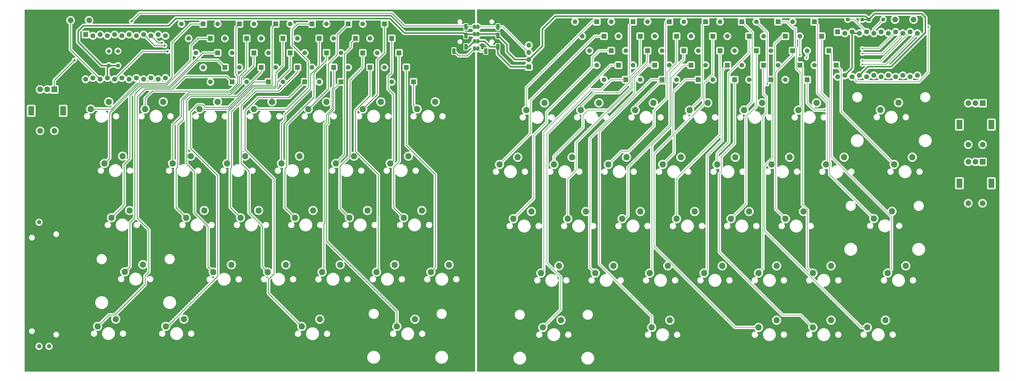
<source format=gbr>
%TF.GenerationSoftware,KiCad,Pcbnew,(7.0.0)*%
%TF.CreationDate,2023-03-24T13:53:56-04:00*%
%TF.ProjectId,RMK-complete,524d4b2d-636f-46d7-906c-6574652e6b69,rev?*%
%TF.SameCoordinates,Original*%
%TF.FileFunction,Copper,L1,Top*%
%TF.FilePolarity,Positive*%
%FSLAX46Y46*%
G04 Gerber Fmt 4.6, Leading zero omitted, Abs format (unit mm)*
G04 Created by KiCad (PCBNEW (7.0.0)) date 2023-03-24 13:53:56*
%MOMM*%
%LPD*%
G01*
G04 APERTURE LIST*
G04 Aperture macros list*
%AMFreePoly0*
4,1,19,0.500000,-0.750000,0.000000,-0.750000,0.000000,-0.744911,-0.071157,-0.744911,-0.207708,-0.704816,-0.327430,-0.627875,-0.420627,-0.520320,-0.479746,-0.390866,-0.500000,-0.250000,-0.500000,0.250000,-0.479746,0.390866,-0.420627,0.520320,-0.327430,0.627875,-0.207708,0.704816,-0.071157,0.744911,0.000000,0.744911,0.000000,0.750000,0.500000,0.750000,0.500000,-0.750000,0.500000,-0.750000,
$1*%
%AMFreePoly1*
4,1,19,0.000000,0.744911,0.071157,0.744911,0.207708,0.704816,0.327430,0.627875,0.420627,0.520320,0.479746,0.390866,0.500000,0.250000,0.500000,-0.250000,0.479746,-0.390866,0.420627,-0.520320,0.327430,-0.627875,0.207708,-0.704816,0.071157,-0.744911,0.000000,-0.744911,0.000000,-0.750000,-0.500000,-0.750000,-0.500000,0.750000,0.000000,0.750000,0.000000,0.744911,0.000000,0.744911,
$1*%
G04 Aperture macros list end*
%TA.AperFunction,ComponentPad*%
%ADD10C,1.651000*%
%TD*%
%TA.AperFunction,ComponentPad*%
%ADD11R,1.651000X1.651000*%
%TD*%
%TA.AperFunction,WasherPad*%
%ADD12R,2.000000X3.200000*%
%TD*%
%TA.AperFunction,ComponentPad*%
%ADD13R,2.000000X2.000000*%
%TD*%
%TA.AperFunction,ComponentPad*%
%ADD14C,2.000000*%
%TD*%
%TA.AperFunction,ComponentPad*%
%ADD15C,2.200000*%
%TD*%
%TA.AperFunction,ComponentPad*%
%ADD16C,1.397000*%
%TD*%
%TA.AperFunction,ComponentPad*%
%ADD17R,1.200000X2.100000*%
%TD*%
%TA.AperFunction,ComponentPad*%
%ADD18C,1.500000*%
%TD*%
%TA.AperFunction,SMDPad,CuDef*%
%ADD19FreePoly0,0.000000*%
%TD*%
%TA.AperFunction,SMDPad,CuDef*%
%ADD20FreePoly1,0.000000*%
%TD*%
%TA.AperFunction,ComponentPad*%
%ADD21R,1.700000X1.700000*%
%TD*%
%TA.AperFunction,ComponentPad*%
%ADD22O,1.700000X1.700000*%
%TD*%
%TA.AperFunction,ComponentPad*%
%ADD23R,1.752600X1.752600*%
%TD*%
%TA.AperFunction,ComponentPad*%
%ADD24C,1.752600*%
%TD*%
%TA.AperFunction,ViaPad*%
%ADD25C,0.600000*%
%TD*%
%TA.AperFunction,ViaPad*%
%ADD26C,0.800000*%
%TD*%
%TA.AperFunction,Conductor*%
%ADD27C,0.250000*%
%TD*%
%TA.AperFunction,Conductor*%
%ADD28C,0.200000*%
%TD*%
%TA.AperFunction,Conductor*%
%ADD29C,0.500000*%
%TD*%
G04 APERTURE END LIST*
%TO.C,*%
G36*
X195779200Y-84018400D02*
G01*
X195279200Y-84018400D01*
X195279200Y-83418400D01*
X195779200Y-83418400D01*
X195779200Y-84018400D01*
G37*
G36*
X195779200Y-89098400D02*
G01*
X195279200Y-89098400D01*
X195279200Y-88498400D01*
X195779200Y-88498400D01*
X195779200Y-89098400D01*
G37*
G36*
X195779200Y-91638400D02*
G01*
X195279200Y-91638400D01*
X195279200Y-91038400D01*
X195779200Y-91038400D01*
X195779200Y-91638400D01*
G37*
G36*
X195779200Y-86558400D02*
G01*
X195279200Y-86558400D01*
X195279200Y-85958400D01*
X195779200Y-85958400D01*
X195779200Y-86558400D01*
G37*
%TD*%
D10*
%TO.P,D28,1,K*%
%TO.N,N/C*%
X160883600Y-92837000D03*
D11*
%TO.P,D28,2,A*%
X168503599Y-92836999D03*
%TD*%
D12*
%TO.P,ROT1,*%
%TO.N,*%
X50913599Y-113156999D03*
X39713599Y-113156999D03*
D13*
%TO.P,ROT1,A,A*%
%TO.N,N/C*%
X47813599Y-105656999D03*
D14*
%TO.P,ROT1,B,B*%
X42813600Y-105657000D03*
%TO.P,ROT1,C,C*%
X45313600Y-105657000D03*
%TO.P,ROT1,S1*%
X42813600Y-120157000D03*
%TO.P,ROT1,S2*%
X47813600Y-120157000D03*
%TD*%
D10*
%TO.P,D17,1,K*%
%TO.N,N/C*%
X270767381Y-86988838D03*
D11*
%TO.P,D17,2,A*%
X278387380Y-86988837D03*
%TD*%
D15*
%TO.P,SW19,1*%
%TO.N,N/C*%
X147929600Y-167132000D03*
%TO.P,SW19,2*%
X141579600Y-169672000D03*
%TD*%
D16*
%TO.P,R1,1*%
%TO.N,N/C*%
X338077381Y-81146838D03*
%TO.P,R1,2*%
X332997381Y-81146838D03*
%TD*%
D10*
%TO.P,D7,1,K*%
%TO.N,N/C*%
X245367381Y-86988838D03*
D11*
%TO.P,D7,2,A*%
X252987380Y-86988837D03*
%TD*%
D10*
%TO.P,D27,1,K*%
%TO.N,N/C*%
X296167381Y-86988838D03*
D11*
%TO.P,D27,2,A*%
X303787380Y-86988837D03*
%TD*%
D15*
%TO.P,SW27,1*%
%TO.N,N/C*%
X171805600Y-129032000D03*
%TO.P,SW27,2*%
X165455600Y-131572000D03*
%TD*%
%TO.P,SW32,1*%
%TO.N,N/C*%
X324361381Y-129406838D03*
%TO.P,SW32,2*%
X318011381Y-131946838D03*
%TD*%
D10*
%TO.P,D6,1,K*%
%TO.N,N/C*%
X105003600Y-82677000D03*
D11*
%TO.P,D6,2,A*%
X112623599Y-82676999D03*
%TD*%
D15*
%TO.P,SW23,1*%
%TO.N,N/C*%
X291087381Y-148456838D03*
%TO.P,SW23,2*%
X284737381Y-150996838D03*
%TD*%
D10*
%TO.P,D31,1,K*%
%TO.N,N/C*%
X165963600Y-102997000D03*
D11*
%TO.P,D31,2,A*%
X173583599Y-102996999D03*
%TD*%
D10*
%TO.P,D19,1,K*%
%TO.N,N/C*%
X275847381Y-97148838D03*
D11*
%TO.P,D19,2,A*%
X283467380Y-97148837D03*
%TD*%
D10*
%TO.P,D12,1,K*%
%TO.N,N/C*%
X120243600Y-87757000D03*
D11*
%TO.P,D12,2,A*%
X127863599Y-87756999D03*
%TD*%
D15*
%TO.P,SW4,1*%
%TO.N,N/C*%
X224539381Y-167506838D03*
%TO.P,SW4,2*%
X218189381Y-170046838D03*
%TD*%
D12*
%TO.P,ROT1,*%
%TO.N,*%
X375935380Y-138550837D03*
X364735380Y-138550837D03*
D13*
%TO.P,ROT1,A,A*%
%TO.N,N/C*%
X372835380Y-131050837D03*
D14*
%TO.P,ROT1,B,B*%
X367835381Y-131050838D03*
%TO.P,ROT1,C,C*%
X370335381Y-131050838D03*
%TO.P,ROT1,S1*%
X367835381Y-145550838D03*
%TO.P,ROT1,S2*%
X372835381Y-145550838D03*
%TD*%
D10*
%TO.P,D12,1,K*%
%TO.N,N/C*%
X258067381Y-86988838D03*
D11*
%TO.P,D12,2,A*%
X265687380Y-86988837D03*
%TD*%
D15*
%TO.P,SW11,1*%
%TO.N,N/C*%
X105003600Y-109982000D03*
%TO.P,SW11,2*%
X98653600Y-112522000D03*
%TD*%
D10*
%TO.P,D7,1,K*%
%TO.N,N/C*%
X107543600Y-87757000D03*
D11*
%TO.P,D7,2,A*%
X115163599Y-87756999D03*
%TD*%
D10*
%TO.P,D18,1,K*%
%TO.N,N/C*%
X135483600Y-92837000D03*
D11*
%TO.P,D18,2,A*%
X143103599Y-92836999D03*
%TD*%
D15*
%TO.P,SW29,1*%
%TO.N,N/C*%
X186029600Y-167132000D03*
%TO.P,SW29,2*%
X179679600Y-169672000D03*
%TD*%
%TO.P,SW7,1*%
%TO.N,N/C*%
X229111381Y-129406838D03*
%TO.P,SW7,2*%
X222761381Y-131946838D03*
%TD*%
D16*
%TO.P,R1,1*%
%TO.N,N/C*%
X70078600Y-97282000D03*
%TO.P,R1,2*%
X70078600Y-92202000D03*
%TD*%
D15*
%TO.P,SW20,1*%
%TO.N,N/C*%
X174091600Y-186243000D03*
%TO.P,SW20,2*%
X167741600Y-188783000D03*
%TD*%
D14*
%TO.P,SW_A1,1,1*%
%TO.N,N/C*%
X342193381Y-81146838D03*
%TO.P,SW_A1,2,2*%
X348693381Y-81146838D03*
%TD*%
D15*
%TO.P,SW25,1*%
%TO.N,N/C*%
X338839381Y-186556838D03*
%TO.P,SW25,2*%
X332489381Y-189096838D03*
%TD*%
D10*
%TO.P,D34,1*%
%TO.N,N/C*%
X311407381Y-92068838D03*
D11*
%TO.P,D34,2*%
X319027380Y-92068837D03*
%TD*%
D10*
%TO.P,D8,1,K*%
%TO.N,N/C*%
X247907381Y-92068838D03*
D11*
%TO.P,D8,2,A*%
X255527380Y-92068837D03*
%TD*%
D10*
%TO.P,D22,1,K*%
%TO.N,N/C*%
X283467381Y-86988838D03*
D11*
%TO.P,D22,2,A*%
X291087380Y-86988837D03*
%TD*%
D10*
%TO.P,D26,1,K*%
%TO.N,N/C*%
X155803600Y-82677000D03*
D11*
%TO.P,D26,2,A*%
X163423599Y-82676999D03*
%TD*%
D15*
%TO.P,SW34,1*%
%TO.N,N/C*%
X345951381Y-167506838D03*
%TO.P,SW34,2*%
X339601381Y-170046838D03*
%TD*%
%TO.P,SW12,1*%
%TO.N,N/C*%
X114655600Y-129032000D03*
%TO.P,SW12,2*%
X108305600Y-131572000D03*
%TD*%
D14*
%TO.P,SW_A1,1,1*%
%TO.N,N/C*%
X53493600Y-81407000D03*
%TO.P,SW_A1,2,2*%
X59993600Y-81407000D03*
%TD*%
D10*
%TO.P,D11,1,K*%
%TO.N,N/C*%
X255527381Y-81908838D03*
D11*
%TO.P,D11,2,A*%
X263147380Y-81908837D03*
%TD*%
D15*
%TO.P,SW24,1*%
%TO.N,N/C*%
X166979600Y-167132000D03*
%TO.P,SW24,2*%
X160629600Y-169672000D03*
%TD*%
D10*
%TO.P,D26,1,K*%
%TO.N,N/C*%
X293627381Y-81908838D03*
D11*
%TO.P,D26,2,A*%
X301247380Y-81908837D03*
%TD*%
D10*
%TO.P,D9,1,K*%
%TO.N,N/C*%
X250447381Y-97148838D03*
D11*
%TO.P,D9,2,A*%
X258067380Y-97148837D03*
%TD*%
D10*
%TO.P,D5,1,K*%
%TO.N,N/C*%
X102463600Y-102997000D03*
D11*
%TO.P,D5,2,A*%
X110083599Y-102996999D03*
%TD*%
D15*
%TO.P,SW4,1*%
%TO.N,N/C*%
X78841600Y-167066000D03*
%TO.P,SW4,2*%
X72491600Y-169606000D03*
%TD*%
%TO.P,SW6,1*%
%TO.N,N/C*%
X238509381Y-110356838D03*
%TO.P,SW6,2*%
X232159381Y-112896838D03*
%TD*%
%TO.P,SW2,1*%
%TO.N,N/C*%
X71729600Y-129032000D03*
%TO.P,SW2,2*%
X65379600Y-131572000D03*
%TD*%
%TO.P,SW27,1*%
%TO.N,N/C*%
X305311381Y-129406838D03*
%TO.P,SW27,2*%
X298961381Y-131946838D03*
%TD*%
%TO.P,SW9,1*%
%TO.N,N/C*%
X109829600Y-167132000D03*
%TO.P,SW9,2*%
X103479600Y-169672000D03*
%TD*%
D17*
%TO.P,U2,1,SLEEVE*%
%TO.N,GND2*%
X203115599Y-90714499D03*
%TO.P,U2,2,TIP*%
%TO.N,VCC2*%
X203115599Y-86714499D03*
%TO.P,U2,3,RING1*%
%TO.N,SCL2*%
X203115599Y-83714499D03*
%TO.P,U2,4,RING2*%
%TO.N,SDA2*%
X198915599Y-92214499D03*
%TD*%
D10*
%TO.P,D10,1,K*%
%TO.N,N/C*%
X252987381Y-102228838D03*
D11*
%TO.P,D10,2,A*%
X260607380Y-102228837D03*
%TD*%
D10*
%TO.P,D31,1,K*%
%TO.N,N/C*%
X303787381Y-102228838D03*
D11*
%TO.P,D31,2,A*%
X311407380Y-102228837D03*
%TD*%
D15*
%TO.P,SW33,1*%
%TO.N,N/C*%
X341125381Y-148390838D03*
%TO.P,SW33,2*%
X334775381Y-150930838D03*
%TD*%
D10*
%TO.P,D19,1,K*%
%TO.N,N/C*%
X138023600Y-97917000D03*
D11*
%TO.P,D19,2,A*%
X145643599Y-97916999D03*
%TD*%
D10*
%TO.P,D2,1,K*%
%TO.N,N/C*%
X94843600Y-87757000D03*
D11*
%TO.P,D2,2,A*%
X102463599Y-87756999D03*
%TD*%
D15*
%TO.P,SW21,1*%
%TO.N,N/C*%
X143103600Y-109982000D03*
%TO.P,SW21,2*%
X136753600Y-112522000D03*
%TD*%
%TO.P,SW31,1*%
%TO.N,N/C*%
X343411381Y-110290838D03*
%TO.P,SW31,2*%
X337061381Y-112830838D03*
%TD*%
%TO.P,SW28,1*%
%TO.N,N/C*%
X310137381Y-148456838D03*
%TO.P,SW28,2*%
X303787381Y-150996838D03*
%TD*%
%TO.P,SW35,1*%
%TO.N,N/C*%
X348237381Y-129406838D03*
%TO.P,SW35,2*%
X341887381Y-131946838D03*
%TD*%
%TO.P,SW1,1*%
%TO.N,N/C*%
X219459381Y-110356838D03*
%TO.P,SW1,2*%
X213109381Y-112896838D03*
%TD*%
%TO.P,SW24,1*%
%TO.N,N/C*%
X300739381Y-167506838D03*
%TO.P,SW24,2*%
X294389381Y-170046838D03*
%TD*%
D10*
%TO.P,D8,1,K*%
%TO.N,N/C*%
X110083600Y-92837000D03*
D11*
%TO.P,D8,2,A*%
X117703599Y-92836999D03*
%TD*%
D16*
%TO.P,R2,1*%
%TO.N,N/C*%
X330711381Y-81146838D03*
%TO.P,R2,2*%
X325631381Y-81146838D03*
%TD*%
D15*
%TO.P,SW11,1*%
%TO.N,N/C*%
X257559381Y-110356838D03*
%TO.P,SW11,2*%
X251209381Y-112896838D03*
%TD*%
%TO.P,SW13,1*%
%TO.N,N/C*%
X119354600Y-148082000D03*
%TO.P,SW13,2*%
X113004600Y-150622000D03*
%TD*%
D10*
%TO.P,D20,1,K*%
%TO.N,N/C*%
X140563600Y-102997000D03*
D11*
%TO.P,D20,2,A*%
X148183599Y-102996999D03*
%TD*%
D12*
%TO.P,ROT2,*%
%TO.N,*%
X375935380Y-117976837D03*
X364735380Y-117976837D03*
D13*
%TO.P,ROT2,A,A*%
%TO.N,N/C*%
X372835380Y-110476837D03*
D14*
%TO.P,ROT2,B,B*%
X367835381Y-110476838D03*
%TO.P,ROT2,C,C*%
X370335381Y-110476838D03*
%TO.P,ROT2,S1*%
X367835381Y-124976838D03*
%TO.P,ROT2,S2*%
X372835381Y-124976838D03*
%TD*%
D15*
%TO.P,SW14,1*%
%TO.N,N/C*%
X262639381Y-167506838D03*
%TO.P,SW14,2*%
X256289381Y-170046838D03*
%TD*%
%TO.P,SW7,1*%
%TO.N,N/C*%
X95605600Y-129032000D03*
%TO.P,SW7,2*%
X89255600Y-131572000D03*
%TD*%
%TO.P,SW31,1*%
%TO.N,N/C*%
X181203600Y-109982000D03*
%TO.P,SW31,2*%
X174853600Y-112522000D03*
%TD*%
%TO.P,SW19,1*%
%TO.N,N/C*%
X281689381Y-167506838D03*
%TO.P,SW19,2*%
X275339381Y-170046838D03*
%TD*%
%TO.P,SW28,1*%
%TO.N,N/C*%
X176504600Y-148082000D03*
%TO.P,SW28,2*%
X170154600Y-150622000D03*
%TD*%
D10*
%TO.P,D14,1,K*%
%TO.N,N/C*%
X125323600Y-97917000D03*
D11*
%TO.P,D14,2,A*%
X132943599Y-97916999D03*
%TD*%
D10*
%TO.P,D16,1,K*%
%TO.N,N/C*%
X130403600Y-82677000D03*
D11*
%TO.P,D16,2,A*%
X138023599Y-82676999D03*
%TD*%
D15*
%TO.P,SW15,1*%
%TO.N,N/C*%
X300739381Y-186556838D03*
%TO.P,SW15,2*%
X294389381Y-189096838D03*
%TD*%
D16*
%TO.P,R2,1*%
%TO.N,N/C*%
X66903600Y-97282000D03*
%TO.P,R2,2*%
X66903600Y-92202000D03*
%TD*%
D18*
%TO.P,RV1,1,1*%
%TO.N,N/C*%
X42463600Y-195722000D03*
%TO.P,RV1,2,2*%
X45963600Y-195722000D03*
%TO.P,RV1,3,3*%
X42463600Y-152222000D03*
%TD*%
D15*
%TO.P,SW16,1*%
%TO.N,N/C*%
X276609381Y-110356838D03*
%TO.P,SW16,2*%
X270259381Y-112896838D03*
%TD*%
%TO.P,SW2,1*%
%TO.N,N/C*%
X210061381Y-129406838D03*
%TO.P,SW2,2*%
X203711381Y-131946838D03*
%TD*%
%TO.P,SW17,1*%
%TO.N,N/C*%
X133705600Y-129032000D03*
%TO.P,SW17,2*%
X127355600Y-131572000D03*
%TD*%
%TO.P,SW22,1*%
%TO.N,N/C*%
X286261381Y-129406838D03*
%TO.P,SW22,2*%
X279911381Y-131946838D03*
%TD*%
%TO.P,SW14,1*%
%TO.N,N/C*%
X128879600Y-167132000D03*
%TO.P,SW14,2*%
X122529600Y-169672000D03*
%TD*%
D10*
%TO.P,D1,1,K*%
%TO.N,N/C*%
X230127381Y-81908838D03*
D11*
%TO.P,D1,2,A*%
X237747380Y-81908837D03*
%TD*%
D15*
%TO.P,SW21,1*%
%TO.N,N/C*%
X295659381Y-110356838D03*
%TO.P,SW21,2*%
X289309381Y-112896838D03*
%TD*%
%TO.P,SW8,1*%
%TO.N,N/C*%
X233937381Y-148456838D03*
%TO.P,SW8,2*%
X227587381Y-150996838D03*
%TD*%
D10*
%TO.P,D27,1,K*%
%TO.N,N/C*%
X158343600Y-87757000D03*
D11*
%TO.P,D27,2,A*%
X165963599Y-87756999D03*
%TD*%
D10*
%TO.P,D32,1*%
%TO.N,N/C*%
X306327381Y-81908838D03*
D11*
%TO.P,D32,2*%
X313947380Y-81908837D03*
%TD*%
D10*
%TO.P,D4,1,K*%
%TO.N,N/C*%
X99923600Y-97917000D03*
D11*
%TO.P,D4,2,A*%
X107543599Y-97916999D03*
%TD*%
D15*
%TO.P,SW13,1*%
%TO.N,N/C*%
X252987381Y-148456838D03*
%TO.P,SW13,2*%
X246637381Y-150996838D03*
%TD*%
D10*
%TO.P,D15,1,K*%
%TO.N,N/C*%
X127863600Y-102997000D03*
D11*
%TO.P,D15,2,A*%
X135483599Y-102996999D03*
%TD*%
D15*
%TO.P,SW6,1*%
%TO.N,N/C*%
X85953600Y-109982000D03*
%TO.P,SW6,2*%
X79603600Y-112522000D03*
%TD*%
D19*
%TO.P,,1*%
%TO.N,SCL1*%
X194879200Y-83718400D03*
D20*
%TO.P,,2*%
%TO.N,SCL2*%
X196179200Y-83718400D03*
%TD*%
D10*
%TO.P,D13,1,K*%
%TO.N,N/C*%
X260607381Y-92068838D03*
D11*
%TO.P,D13,2,A*%
X268227380Y-92068837D03*
%TD*%
D21*
%TO.P,J1,1,Pin_1*%
%TO.N,N/C*%
X213947980Y-97773837D03*
D22*
%TO.P,J1,2,Pin_2*%
X213947980Y-95233837D03*
%TO.P,J1,3,Pin_3*%
X213947980Y-92693837D03*
%TO.P,J1,4,Pin_4*%
%TO.N,SDA2*%
X213947980Y-90153837D03*
%TD*%
D10*
%TO.P,D3,1,K*%
%TO.N,N/C*%
X97383600Y-92837000D03*
D11*
%TO.P,D3,2,A*%
X105003599Y-92836999D03*
%TD*%
D10*
%TO.P,D5,1,K*%
%TO.N,N/C*%
X240287381Y-102228838D03*
D11*
%TO.P,D5,2,A*%
X247907380Y-102228837D03*
%TD*%
D15*
%TO.P,SW12,1*%
%TO.N,N/C*%
X248161381Y-129406838D03*
%TO.P,SW12,2*%
X241811381Y-131946838D03*
%TD*%
D19*
%TO.P,,1*%
%TO.N,GND1*%
X194879200Y-88798400D03*
D20*
%TO.P,,2*%
%TO.N,GND2*%
X196179200Y-88798400D03*
%TD*%
D10*
%TO.P,D4,1,K*%
%TO.N,N/C*%
X237747381Y-97148838D03*
D11*
%TO.P,D4,2,A*%
X245367380Y-97148837D03*
%TD*%
D15*
%TO.P,SW26,1*%
%TO.N,N/C*%
X162153600Y-109982000D03*
%TO.P,SW26,2*%
X155803600Y-112522000D03*
%TD*%
%TO.P,SW18,1*%
%TO.N,N/C*%
X138404600Y-148082000D03*
%TO.P,SW18,2*%
X132054600Y-150622000D03*
%TD*%
D10*
%TO.P,D6,1,K*%
%TO.N,N/C*%
X242827381Y-81908838D03*
D11*
%TO.P,D6,2,A*%
X250447380Y-81908837D03*
%TD*%
D15*
%TO.P,SW20,1*%
%TO.N,N/C*%
X319789381Y-186556838D03*
%TO.P,SW20,2*%
X313439381Y-189096838D03*
%TD*%
D10*
%TO.P,D22,1,K*%
%TO.N,N/C*%
X145643600Y-87757000D03*
D11*
%TO.P,D22,2,A*%
X153263599Y-87756999D03*
%TD*%
D10*
%TO.P,D20,1,K*%
%TO.N,N/C*%
X278387381Y-102228838D03*
D11*
%TO.P,D20,2,A*%
X286007380Y-102228837D03*
%TD*%
D10*
%TO.P,D1,1,K*%
%TO.N,N/C*%
X92303600Y-82677000D03*
D11*
%TO.P,D1,2,A*%
X99923599Y-82676999D03*
%TD*%
D10*
%TO.P,D23,1,K*%
%TO.N,N/C*%
X148183600Y-92837000D03*
D11*
%TO.P,D23,2,A*%
X155803599Y-92836999D03*
%TD*%
D10*
%TO.P,D35,1*%
%TO.N,N/C*%
X313947381Y-97148838D03*
D11*
%TO.P,D35,2*%
X321567380Y-97148837D03*
%TD*%
D10*
%TO.P,D3,1,K*%
%TO.N,N/C*%
X235207381Y-92068838D03*
D11*
%TO.P,D3,2,A*%
X242827380Y-92068837D03*
%TD*%
D15*
%TO.P,SW10,1*%
%TO.N,N/C*%
X263347200Y-186588400D03*
%TO.P,SW10,2*%
X256997200Y-189128400D03*
%TD*%
%TO.P,SW22,1*%
%TO.N,N/C*%
X152755600Y-129032000D03*
%TO.P,SW22,2*%
X146405600Y-131572000D03*
%TD*%
%TO.P,SW5,1*%
%TO.N,N/C*%
X69316600Y-186182000D03*
%TO.P,SW5,2*%
X62966600Y-188722000D03*
%TD*%
%TO.P,SW15,1*%
%TO.N,N/C*%
X140766800Y-186232800D03*
%TO.P,SW15,2*%
X134416800Y-188772800D03*
%TD*%
D10*
%TO.P,D11,1,K*%
%TO.N,N/C*%
X117703600Y-82677000D03*
D11*
%TO.P,D11,2,A*%
X125323599Y-82676999D03*
%TD*%
D10*
%TO.P,D9,1,K*%
%TO.N,N/C*%
X112623600Y-97917000D03*
D11*
%TO.P,D9,2,A*%
X120243599Y-97916999D03*
%TD*%
D15*
%TO.P,SW16,1*%
%TO.N,N/C*%
X124053600Y-109982000D03*
%TO.P,SW16,2*%
X117703600Y-112522000D03*
%TD*%
D10*
%TO.P,D29,1,K*%
%TO.N,N/C*%
X163423600Y-97917000D03*
D11*
%TO.P,D29,2,A*%
X171043599Y-97916999D03*
%TD*%
D15*
%TO.P,SW1,1*%
%TO.N,N/C*%
X66903600Y-109982000D03*
%TO.P,SW1,2*%
X60553600Y-112522000D03*
%TD*%
%TO.P,SW17,1*%
%TO.N,N/C*%
X267211381Y-129406838D03*
%TO.P,SW17,2*%
X260861381Y-131946838D03*
%TD*%
%TO.P,SW10,1*%
%TO.N,N/C*%
X93192600Y-186182000D03*
%TO.P,SW10,2*%
X86842600Y-188722000D03*
%TD*%
%TO.P,SW18,1*%
%TO.N,N/C*%
X272037381Y-148456838D03*
%TO.P,SW18,2*%
X265687381Y-150996838D03*
%TD*%
D17*
%TO.P,U2,1,SLEEVE*%
%TO.N,GND1*%
X191939599Y-90714499D03*
%TO.P,U2,2,TIP*%
%TO.N,VCC1*%
X191939599Y-86714499D03*
%TO.P,U2,3,RING1*%
%TO.N,SCL1*%
X191939599Y-83714499D03*
%TO.P,U2,4,RING2*%
%TO.N,SDA1*%
X187739599Y-92214499D03*
%TD*%
D10*
%TO.P,D33,1*%
%TO.N,N/C*%
X308867381Y-86988838D03*
D11*
%TO.P,D33,2*%
X316487380Y-86988837D03*
%TD*%
D10*
%TO.P,D15,1,K*%
%TO.N,N/C*%
X265687381Y-102228838D03*
D11*
%TO.P,D15,2,A*%
X273307380Y-102228837D03*
%TD*%
D19*
%TO.P,,1*%
%TO.N,SDA1*%
X194879200Y-91338400D03*
D20*
%TO.P,,2*%
%TO.N,SDA2*%
X196179200Y-91338400D03*
%TD*%
D10*
%TO.P,D21,1,K*%
%TO.N,N/C*%
X143103600Y-82677000D03*
D11*
%TO.P,D21,2,A*%
X150723599Y-82676999D03*
%TD*%
D10*
%TO.P,D25,1*%
%TO.N,N/C*%
X291087381Y-102228838D03*
D11*
%TO.P,D25,2*%
X298707380Y-102228837D03*
%TD*%
D10*
%TO.P,D24,1,K*%
%TO.N,N/C*%
X150723600Y-97917000D03*
D11*
%TO.P,D24,2,A*%
X158343599Y-97916999D03*
%TD*%
D10*
%TO.P,D24,1,K*%
%TO.N,N/C*%
X288547381Y-97148838D03*
D11*
%TO.P,D24,2,A*%
X296167380Y-97148837D03*
%TD*%
D15*
%TO.P,SW9,1*%
%TO.N,N/C*%
X243589381Y-167506838D03*
%TO.P,SW9,2*%
X237239381Y-170046838D03*
%TD*%
D10*
%TO.P,D28,1,K*%
%TO.N,N/C*%
X298707381Y-92068838D03*
D11*
%TO.P,D28,2,A*%
X306327380Y-92068837D03*
%TD*%
D10*
%TO.P,D14,1,K*%
%TO.N,N/C*%
X263147381Y-97148838D03*
D11*
%TO.P,D14,2,A*%
X270767380Y-97148837D03*
%TD*%
D10*
%TO.P,D13,1,K*%
%TO.N,N/C*%
X122783600Y-92837000D03*
D11*
%TO.P,D13,2,A*%
X130403599Y-92836999D03*
%TD*%
D10*
%TO.P,D23,1,K*%
%TO.N,N/C*%
X286007381Y-92068838D03*
D11*
%TO.P,D23,2,A*%
X293627380Y-92068837D03*
%TD*%
D15*
%TO.P,SW29,1*%
%TO.N,N/C*%
X319789381Y-167506838D03*
%TO.P,SW29,2*%
X313439381Y-170046838D03*
%TD*%
D10*
%TO.P,D21,1,K*%
%TO.N,N/C*%
X280927381Y-81908838D03*
D11*
%TO.P,D21,2,A*%
X288547380Y-81908837D03*
%TD*%
D10*
%TO.P,D10,1,K*%
%TO.N,N/C*%
X115163600Y-102997000D03*
D11*
%TO.P,D10,2,A*%
X122783599Y-102996999D03*
%TD*%
D10*
%TO.P,D18,1,K*%
%TO.N,N/C*%
X273307381Y-92068838D03*
D11*
%TO.P,D18,2,A*%
X280927380Y-92068837D03*
%TD*%
D15*
%TO.P,SW26,1*%
%TO.N,N/C*%
X314709381Y-110356838D03*
%TO.P,SW26,2*%
X308359381Y-112896838D03*
%TD*%
D10*
%TO.P,D2,1,K*%
%TO.N,N/C*%
X232667381Y-86988838D03*
D11*
%TO.P,D2,2,A*%
X240287380Y-86988837D03*
%TD*%
D10*
%TO.P,D17,1,K*%
%TO.N,N/C*%
X132943600Y-87757000D03*
D11*
%TO.P,D17,2,A*%
X140563599Y-87756999D03*
%TD*%
D15*
%TO.P,SW23,1*%
%TO.N,N/C*%
X157454600Y-148082000D03*
%TO.P,SW23,2*%
X151104600Y-150622000D03*
%TD*%
%TO.P,SW5,1*%
%TO.N,N/C*%
X225247200Y-186573200D03*
%TO.P,SW5,2*%
X218897200Y-189113200D03*
%TD*%
%TO.P,SW8,1*%
%TO.N,N/C*%
X100304600Y-148082000D03*
%TO.P,SW8,2*%
X93954600Y-150622000D03*
%TD*%
D10*
%TO.P,D16,1,K*%
%TO.N,N/C*%
X268227381Y-81908838D03*
D11*
%TO.P,D16,2,A*%
X275847380Y-81908837D03*
%TD*%
D10*
%TO.P,D29,1,K*%
%TO.N,N/C*%
X301247381Y-97148838D03*
D11*
%TO.P,D29,2,A*%
X308867380Y-97148837D03*
%TD*%
D15*
%TO.P,SW3,1*%
%TO.N,N/C*%
X74142600Y-148082000D03*
%TO.P,SW3,2*%
X67792600Y-150622000D03*
%TD*%
D19*
%TO.P,,1*%
%TO.N,VCC1*%
X194879200Y-86258400D03*
D20*
%TO.P,,2*%
%TO.N,VCC2*%
X196179200Y-86258400D03*
%TD*%
D15*
%TO.P,SW3,1*%
%TO.N,N/C*%
X214887381Y-148456838D03*
%TO.P,SW3,2*%
X208537381Y-150996838D03*
%TD*%
D23*
%TO.P,U1,1,TX0/PD3*%
%TO.N,N/C*%
X58775599Y-86385399D03*
D24*
%TO.P,U1,2,RX1/PD2*%
X61315600Y-86842600D03*
%TO.P,U1,3,GND*%
X63855600Y-86385400D03*
%TO.P,U1,4,GND*%
X66395600Y-86842600D03*
%TO.P,U1,5,2/PD1*%
X68935600Y-86385400D03*
%TO.P,U1,6,3/PD0*%
X71475600Y-86842600D03*
%TO.P,U1,7,4/PD4*%
X74015600Y-86385400D03*
%TO.P,U1,8,5/PC6*%
X76555600Y-86842600D03*
%TO.P,U1,9,6/PD7*%
X79095600Y-86385400D03*
%TO.P,U1,10,7/PE6*%
X81635600Y-86842600D03*
%TO.P,U1,11,8/PB4*%
X84175600Y-86385400D03*
%TO.P,U1,12,9/PB5*%
X86715600Y-86842600D03*
%TO.P,U1,13,10/PB6*%
X86715600Y-101625400D03*
%TO.P,U1,14,16/PB2*%
X84175600Y-102082600D03*
%TO.P,U1,15,14/PB3*%
X81635600Y-101625400D03*
%TO.P,U1,16,15/PB1*%
X79095600Y-102082600D03*
%TO.P,U1,17,A0/PF7*%
X76555600Y-101625400D03*
%TO.P,U1,18,A1/PF6*%
X74015600Y-102082600D03*
%TO.P,U1,19,A2/PF5*%
X71475600Y-101625400D03*
%TO.P,U1,20,A3/PF4*%
X68935600Y-102082600D03*
%TO.P,U1,21,VCC*%
X66395600Y-101625400D03*
%TO.P,U1,22,RST*%
X63855600Y-102082600D03*
%TO.P,U1,23,GND*%
X61315600Y-101625400D03*
%TO.P,U1,24,RAW*%
X58775600Y-102082600D03*
%TD*%
D23*
%TO.P,U1,1,TX0/PD3*%
%TO.N,N/C*%
X322075380Y-85490237D03*
D24*
%TO.P,U1,2,RX1/PD2*%
X324615381Y-85947438D03*
%TO.P,U1,3,GND*%
X327155381Y-85490238D03*
%TO.P,U1,4,GND*%
X329695381Y-85947438D03*
%TO.P,U1,5,2/PD1*%
X332235381Y-85490238D03*
%TO.P,U1,6,3/PD0*%
X334775381Y-85947438D03*
%TO.P,U1,7,4/PD4*%
X337315381Y-85490238D03*
%TO.P,U1,8,5/PC6*%
X339855381Y-85947438D03*
%TO.P,U1,9,6/PD7*%
X342395381Y-85490238D03*
%TO.P,U1,10,7/PE6*%
X344935381Y-85947438D03*
%TO.P,U1,11,8/PB4*%
X347475381Y-85490238D03*
%TO.P,U1,12,9/PB5*%
X350015381Y-85947438D03*
%TO.P,U1,13,10/PB6*%
X350015381Y-100730238D03*
%TO.P,U1,14,16/PB2*%
X347475381Y-101187438D03*
%TO.P,U1,15,14/PB3*%
X344935381Y-100730238D03*
%TO.P,U1,16,15/PB1*%
X342395381Y-101187438D03*
%TO.P,U1,17,A0/PF7*%
X339855381Y-100730238D03*
%TO.P,U1,18,A1/PF6*%
X337315381Y-101187438D03*
%TO.P,U1,19,A2/PF5*%
X334775381Y-100730238D03*
%TO.P,U1,20,A3/PF4*%
X332235381Y-101187438D03*
%TO.P,U1,21,VCC*%
X329695381Y-100730238D03*
%TO.P,U1,22,RST*%
X327155381Y-101187438D03*
%TO.P,U1,23,GND*%
X324615381Y-100730238D03*
%TO.P,U1,24,RAW*%
X322075381Y-101187438D03*
%TD*%
D25*
%TO.N,*%
X330711381Y-95624838D03*
X297437381Y-103752838D03*
X330711381Y-96894838D03*
D26*
X85445600Y-89281000D03*
D25*
X330711381Y-93084838D03*
X308867381Y-93592838D03*
D26*
X86461600Y-90297000D03*
X87477600Y-92329000D03*
D25*
X317503381Y-112896838D03*
X311153381Y-94608838D03*
X353825381Y-83686838D03*
D26*
X54838600Y-95377000D03*
D25*
X330711381Y-91306838D03*
D26*
%TO.N,SCL1*%
X74841100Y-81724500D03*
%TD*%
D27*
%TO.N,*%
X129133600Y-132779586D02*
X128498600Y-133414586D01*
D28*
X286209280Y-189096838D02*
X294389381Y-189096838D01*
X274721881Y-83034338D02*
X274721881Y-108434338D01*
X286007381Y-124580838D02*
X286007381Y-102228838D01*
X232921381Y-114674838D02*
X232921381Y-118992838D01*
D27*
X128498600Y-114427000D02*
X128498600Y-116332000D01*
D28*
X236985381Y-106800838D02*
X232159381Y-111626838D01*
X300377381Y-99610536D02*
X300377381Y-147586838D01*
X265687381Y-96386838D02*
X262385381Y-99688838D01*
X295913381Y-168522838D02*
X294389381Y-170046838D01*
D27*
X78218600Y-105017000D02*
X75944600Y-107291000D01*
D28*
X235277381Y-153039782D02*
X235277381Y-168084838D01*
X280927381Y-92068838D02*
X280927381Y-121613782D01*
D27*
X79603600Y-170942000D02*
X79603600Y-174117000D01*
X148183600Y-102997000D02*
X145512600Y-105668000D01*
D28*
X330711381Y-95624838D02*
X337340781Y-95624838D01*
X227587381Y-137026838D02*
X227587381Y-150996838D01*
D27*
X105003600Y-171156068D02*
X87437668Y-188722000D01*
X164693600Y-101092000D02*
X164693600Y-105537000D01*
X111988600Y-101092000D02*
X111988600Y-103501000D01*
D28*
X235277381Y-168084838D02*
X237239381Y-170046838D01*
D27*
X124885100Y-104705500D02*
X117420628Y-104705500D01*
X76805879Y-108334721D02*
X76805879Y-150703211D01*
D28*
X281311381Y-134610838D02*
X281311381Y-129276838D01*
X306327381Y-92068838D02*
X306327381Y-93660536D01*
D27*
X98145600Y-87757000D02*
X95605600Y-90297000D01*
X120243600Y-99620421D02*
X111787021Y-108077000D01*
X80873600Y-154770932D02*
X80873600Y-169672000D01*
D28*
X313439381Y-189096838D02*
X309121381Y-184778838D01*
X265687381Y-136853782D02*
X265687381Y-150996838D01*
X220221381Y-117214838D02*
X215649381Y-121786838D01*
X275847381Y-81908838D02*
X274721881Y-83034338D01*
X280673381Y-135248838D02*
X281311381Y-134610838D01*
D27*
X160883600Y-95377000D02*
X160883600Y-107442000D01*
X145512600Y-105668000D02*
X145512600Y-112730764D01*
X122783600Y-172212000D02*
X122783600Y-177139600D01*
D28*
X292212881Y-85574338D02*
X292212881Y-109993338D01*
D27*
X127863600Y-97282000D02*
X125323600Y-99822000D01*
D28*
X311537381Y-152979782D02*
X311477381Y-153039782D01*
D27*
X95605600Y-95581764D02*
X87178364Y-104009000D01*
D28*
X247653381Y-150996838D02*
X246637381Y-150996838D01*
X330711381Y-91306838D02*
X336578781Y-91306838D01*
X249177381Y-83178838D02*
X249177381Y-103209838D01*
D27*
X120665600Y-167808000D02*
X122529600Y-169672000D01*
D28*
X280673381Y-162680838D02*
X280673381Y-135248838D01*
X257813381Y-160700939D02*
X286209280Y-189096838D01*
D27*
X143103600Y-118237000D02*
X143103600Y-158877000D01*
X60553600Y-112522000D02*
X67792600Y-112522000D01*
D28*
X236985381Y-86988838D02*
X214509381Y-109464838D01*
D27*
X109395364Y-106807000D02*
X94843600Y-106807000D01*
X151276600Y-102444000D02*
X151276600Y-129114000D01*
X87477600Y-92329000D02*
X78689200Y-92329000D01*
D28*
X321567381Y-97148838D02*
X323345381Y-98926838D01*
D27*
X108813600Y-111887000D02*
X100558600Y-111887000D01*
D28*
X290001381Y-145732838D02*
X284737381Y-150996838D01*
D27*
X109473128Y-107442000D02*
X94921364Y-107442000D01*
X129133600Y-112522000D02*
X136753600Y-104902000D01*
X118338600Y-106172000D02*
X113176600Y-111334000D01*
D28*
X296421381Y-132506939D02*
X296421381Y-155141782D01*
X330376437Y-189096838D02*
X332489381Y-189096838D01*
X241890469Y-113404838D02*
X241384325Y-113404838D01*
X301247381Y-81908838D02*
X304295381Y-81908838D01*
X306327381Y-93660536D02*
X300377381Y-99610536D01*
X261732881Y-103354338D02*
X259481881Y-103354338D01*
D27*
X79603600Y-174117000D02*
X69017600Y-184703000D01*
X89001600Y-101473000D02*
X89001600Y-89281000D01*
X143103600Y-114427000D02*
X143103600Y-117061707D01*
X124053600Y-83947000D02*
X125323600Y-82677000D01*
D28*
X232921381Y-118992838D02*
X222761381Y-129152838D01*
D27*
X146848100Y-86552500D02*
X150723600Y-82677000D01*
D28*
X215649381Y-121786838D02*
X215649381Y-143884838D01*
X250193381Y-101466838D02*
X250193381Y-105101926D01*
X242827381Y-92068838D02*
X238509381Y-92068838D01*
D27*
X142173600Y-152652932D02*
X142173600Y-169078000D01*
D28*
X300377381Y-147586838D02*
X303787381Y-150996838D01*
X238509381Y-92068838D02*
X236223381Y-94354838D01*
D27*
X63855600Y-102082600D02*
X53493600Y-91720600D01*
D28*
X288547381Y-81908838D02*
X292212881Y-85574338D01*
D27*
X128498600Y-133414586D02*
X128498600Y-147066000D01*
D28*
X275209381Y-103628838D02*
X275209381Y-110913894D01*
D27*
X95478600Y-113605378D02*
X95478600Y-126335189D01*
D28*
X327155381Y-101187438D02*
X328958781Y-102990838D01*
X328958781Y-102990838D02*
X350523381Y-102990838D01*
X319027381Y-92068838D02*
X319871381Y-92912838D01*
X276439380Y-128814839D02*
X276439380Y-168946839D01*
X299399381Y-129528939D02*
X296421381Y-132506939D01*
D27*
X114528600Y-113157000D02*
X114528600Y-126813378D01*
X79603600Y-108712000D02*
X79603600Y-112522000D01*
X140563600Y-87757000D02*
X140563600Y-97282000D01*
D28*
X257813381Y-128390838D02*
X257813381Y-160700939D01*
X323345381Y-113404838D02*
X341887381Y-131946838D01*
D27*
X140563600Y-97282000D02*
X137388600Y-100457000D01*
D28*
X337797981Y-93084838D02*
X344935381Y-85947438D01*
D27*
X143738600Y-105537000D02*
X143738600Y-96647000D01*
D28*
X276439380Y-168946839D02*
X275339381Y-170046838D01*
D27*
X111353600Y-100457000D02*
X111988600Y-101092000D01*
X109784600Y-113456000D02*
X109784600Y-133078586D01*
D28*
X257813381Y-113150838D02*
X257813381Y-118484838D01*
X290001381Y-115231436D02*
X290001381Y-145732838D01*
D27*
X89001600Y-89281000D02*
X95605600Y-82677000D01*
D28*
X316487381Y-86988838D02*
X316487381Y-107054838D01*
X293627381Y-81908838D02*
X297437381Y-85718838D01*
X306581381Y-84194838D02*
X307343381Y-84194838D01*
X219205381Y-120516838D02*
X219205381Y-169030838D01*
X297113381Y-108254838D02*
X297113381Y-113982838D01*
D27*
X127355600Y-117475000D02*
X127355600Y-131572000D01*
D28*
X319281381Y-131236939D02*
X319411381Y-131366939D01*
D27*
X130403600Y-92837000D02*
X130403600Y-98552000D01*
X91002393Y-132810793D02*
X90398600Y-133414586D01*
D28*
X309305381Y-99872838D02*
X309305381Y-111950838D01*
D27*
X109317600Y-106172000D02*
X82143600Y-106172000D01*
X165963600Y-87757000D02*
X165963600Y-99822000D01*
D28*
X318519381Y-131438838D02*
X318011381Y-131946838D01*
D27*
X96909600Y-148942586D02*
X101615600Y-153648586D01*
D28*
X278387381Y-100450838D02*
X275209381Y-103628838D01*
D27*
X79603600Y-105537000D02*
X76805879Y-108334721D01*
X149388100Y-93283500D02*
X149388100Y-128589500D01*
D28*
X268735381Y-102228838D02*
X264417381Y-106546838D01*
D27*
X125323600Y-104267000D02*
X124885100Y-104705500D01*
X67792600Y-112522000D02*
X76809600Y-103505000D01*
D28*
X259481881Y-103354338D02*
X251209381Y-111626838D01*
X297437381Y-85718838D02*
X297437381Y-103752838D01*
D27*
X111787021Y-108077000D02*
X95478600Y-108077000D01*
X110083600Y-102997000D02*
X108178600Y-101092000D01*
X125323600Y-99822000D02*
X125323600Y-104267000D01*
X47813600Y-105657000D02*
X47813600Y-102402000D01*
D28*
X255527381Y-96132838D02*
X250193381Y-101466838D01*
X311407381Y-110297782D02*
X314006437Y-112896838D01*
X248923381Y-127374838D02*
X246383381Y-127374838D01*
D27*
X88169836Y-104513000D02*
X77452600Y-104513000D01*
X113258600Y-101727000D02*
X113258600Y-103656528D01*
D28*
X225094800Y-171364257D02*
X225094800Y-182915600D01*
X214509381Y-121148838D02*
X203711381Y-131946838D01*
D27*
X90398600Y-133414586D02*
X90398600Y-147066000D01*
D28*
X257813381Y-118484838D02*
X248923381Y-127374838D01*
X268227381Y-97148838D02*
X263830224Y-101545995D01*
D27*
X151739600Y-89281000D02*
X151739600Y-90932000D01*
X67157600Y-113869764D02*
X67157600Y-129794000D01*
X125958600Y-102997000D02*
X125958600Y-104344764D01*
X82143600Y-106172000D02*
X79603600Y-108712000D01*
D28*
X219205381Y-169030838D02*
X218189381Y-170046838D01*
D27*
X119182600Y-108503000D02*
X114528600Y-113157000D01*
X89255600Y-118110000D02*
X89255600Y-131572000D01*
D28*
X265687381Y-86988838D02*
X265687381Y-96386838D01*
X260607381Y-102228838D02*
X256797381Y-102228838D01*
D27*
X102463600Y-87757000D02*
X98145600Y-87757000D01*
X115163600Y-87757000D02*
X115163600Y-98552000D01*
X75944600Y-107291000D02*
X75944600Y-150691588D01*
X100558600Y-111887000D02*
X99714600Y-111043000D01*
D28*
X323345381Y-98926838D02*
X323345381Y-113404838D01*
X319281381Y-132656737D02*
X319281381Y-135436838D01*
X336578781Y-91306838D02*
X342395381Y-85490238D01*
D27*
X108772600Y-113353528D02*
X108772600Y-131105000D01*
D28*
X311477381Y-168084838D02*
X313439381Y-170046838D01*
D27*
X105003600Y-92837000D02*
X99845836Y-92837000D01*
D28*
X242827381Y-102228838D02*
X239271381Y-105784838D01*
D27*
X96909600Y-134591586D02*
X96909600Y-148942586D01*
X136753600Y-104902000D02*
X136753600Y-95810421D01*
D28*
X299977381Y-89773338D02*
X299977381Y-130930838D01*
X257051381Y-169284838D02*
X256289381Y-170046838D01*
X304295381Y-81908838D02*
X306581381Y-84194838D01*
X255273381Y-97148838D02*
X250955381Y-101466838D01*
X247907381Y-102228838D02*
X242827381Y-102228838D01*
D27*
X74269600Y-167828000D02*
X72491600Y-169606000D01*
D28*
X319281381Y-135436838D02*
X334775381Y-150930838D01*
X303787381Y-86988838D02*
X302761881Y-86988838D01*
D27*
X47813600Y-102402000D02*
X54838600Y-95377000D01*
D28*
X248669381Y-132962838D02*
X248669381Y-149980838D01*
D27*
X74269600Y-152366588D02*
X74269600Y-167828000D01*
X143738600Y-117602000D02*
X143103600Y-118237000D01*
X130403600Y-98552000D02*
X125958600Y-102997000D01*
X90398600Y-147066000D02*
X93954600Y-150622000D01*
X136753600Y-95810421D02*
X131038600Y-90095421D01*
D28*
X242573381Y-97148838D02*
X219205381Y-120516838D01*
X311153381Y-94608838D02*
X311407381Y-94354838D01*
X293627381Y-92068838D02*
X293627381Y-111605436D01*
X262385381Y-99688838D02*
X262385381Y-108578838D01*
D27*
X78689200Y-92329000D02*
X68935600Y-102082600D01*
X83007200Y-90297000D02*
X79095600Y-86385400D01*
X171043600Y-125222000D02*
X181203600Y-135382000D01*
X117703600Y-92837000D02*
X117703600Y-97282000D01*
D28*
X252987381Y-86988838D02*
X252987381Y-97656838D01*
X235337381Y-152979782D02*
X235277381Y-153039782D01*
X309759381Y-98040838D02*
X309759381Y-146098939D01*
X340935381Y-168712838D02*
X339601381Y-170046838D01*
X339067981Y-96894838D02*
X330711381Y-96894838D01*
X319281381Y-109848838D02*
X319281381Y-131236939D01*
X307343381Y-90889338D02*
X307687881Y-91233838D01*
D27*
X153263600Y-87757000D02*
X151739600Y-89281000D01*
X166598600Y-130429000D02*
X165455600Y-131572000D01*
X122783600Y-102997000D02*
X117703600Y-102997000D01*
X160883600Y-107442000D02*
X155803600Y-112522000D01*
D28*
X308867381Y-97148838D02*
X309759381Y-98040838D01*
D27*
X137388600Y-100457000D02*
X137388600Y-105537000D01*
X112623600Y-103578764D02*
X109395364Y-106807000D01*
X145008600Y-105443689D02*
X145008600Y-112522000D01*
X124688600Y-136973378D02*
X124688600Y-170307000D01*
D28*
X311407381Y-94354838D02*
X311407381Y-92068838D01*
D27*
X67157600Y-129794000D02*
X65379600Y-131572000D01*
D28*
X262121881Y-81908838D02*
X261877381Y-82153338D01*
X249685381Y-100958838D02*
X249685381Y-105044240D01*
D27*
X84074000Y-89281000D02*
X81635600Y-86842600D01*
X72237600Y-131953000D02*
X72237600Y-146177000D01*
D28*
X293627381Y-111605436D02*
X290001381Y-115231436D01*
X318519381Y-110356838D02*
X318519381Y-131438838D01*
D27*
X117211864Y-104201500D02*
X123988100Y-104201500D01*
X124688600Y-170307000D02*
X122783600Y-172212000D01*
X109448600Y-147066000D02*
X113004600Y-150622000D01*
D28*
X214509381Y-109464838D02*
X214509381Y-121148838D01*
D27*
X112623600Y-101092000D02*
X112623600Y-103578764D01*
D28*
X240287381Y-86988838D02*
X236985381Y-86988838D01*
X337340781Y-95624838D02*
X347475381Y-85490238D01*
D27*
X142468600Y-117696707D02*
X142468600Y-152357932D01*
D28*
X236223381Y-97656838D02*
X220221381Y-113658838D01*
D27*
X168503600Y-92837000D02*
X168503600Y-130937000D01*
D28*
X307687881Y-91233838D02*
X307687881Y-98255338D01*
X256797381Y-102228838D02*
X238699381Y-120326838D01*
D27*
X117703600Y-102997000D02*
X108813600Y-111887000D01*
D28*
X250193381Y-105101926D02*
X241890469Y-113404838D01*
X248669381Y-149980838D02*
X247653381Y-150996838D01*
D27*
X164693600Y-105537000D02*
X166598600Y-107442000D01*
X142173600Y-169078000D02*
X141579600Y-169672000D01*
X125958600Y-104344764D02*
X125093864Y-105209500D01*
D28*
X220291381Y-166560838D02*
X225094800Y-171364257D01*
X250955381Y-107227894D02*
X235337381Y-122845894D01*
D27*
X137388600Y-105537000D02*
X128498600Y-114427000D01*
D28*
X249177381Y-103209838D02*
X245586381Y-106800838D01*
D27*
X173583600Y-111252000D02*
X174853600Y-112522000D01*
X109784600Y-133078586D02*
X109448600Y-133414586D01*
X77018364Y-104009000D02*
X67157600Y-113869764D01*
X120665600Y-153584000D02*
X120665600Y-167808000D01*
X135483600Y-102997000D02*
X129977600Y-108503000D01*
D28*
X270767381Y-97148838D02*
X268227381Y-97148838D01*
D27*
X167741600Y-183515000D02*
X167741600Y-188783000D01*
X98040978Y-111043000D02*
X95478600Y-113605378D01*
D28*
X263830224Y-118367681D02*
X257051381Y-125146524D01*
D27*
X168503600Y-130937000D02*
X166598600Y-132842000D01*
X101615600Y-153648586D02*
X101615600Y-167808000D01*
X108891364Y-112522000D02*
X117211864Y-104201500D01*
D28*
X235715381Y-105784838D02*
X220291381Y-121208838D01*
D27*
X147836600Y-147354000D02*
X151104600Y-150622000D01*
D28*
X264417381Y-121786838D02*
X257813381Y-128390838D01*
D27*
X151739600Y-90932000D02*
X149388100Y-93283500D01*
X107543600Y-97917000D02*
X105003600Y-95377000D01*
D28*
X319871381Y-129213436D02*
X340935381Y-150277436D01*
D27*
X138697482Y-99860882D02*
X138697482Y-108486496D01*
X146848100Y-93537500D02*
X146848100Y-86552500D01*
D28*
X261877381Y-82153338D02*
X261877381Y-103209838D01*
D27*
X125093864Y-105209500D02*
X118031100Y-105209500D01*
X173583600Y-102997000D02*
X173583600Y-111252000D01*
X126392021Y-106172000D02*
X118338600Y-106172000D01*
X111988600Y-103501000D02*
X109317600Y-106172000D01*
D28*
X309305381Y-111950838D02*
X308359381Y-112896838D01*
X220221381Y-113658838D02*
X220221381Y-117214838D01*
D27*
X143738600Y-114504764D02*
X143738600Y-117602000D01*
D28*
X268227381Y-92068838D02*
X268227381Y-95116838D01*
D27*
X113176600Y-111334000D02*
X113176600Y-131490000D01*
D28*
X315072881Y-106910338D02*
X318519381Y-110356838D01*
X330711381Y-93084838D02*
X337797981Y-93084838D01*
D27*
X114528600Y-126813378D02*
X124688600Y-136973378D01*
D28*
X273307381Y-102228838D02*
X268735381Y-102228838D01*
D27*
X147836600Y-132554000D02*
X147836600Y-147354000D01*
X66985600Y-184703000D02*
X62966600Y-188722000D01*
X151276600Y-129114000D02*
X147836600Y-132554000D01*
D28*
X353825381Y-99688838D02*
X353825381Y-83686838D01*
D27*
X171043600Y-97917000D02*
X171043600Y-125222000D01*
X101615600Y-167808000D02*
X103479600Y-169672000D01*
X75944600Y-150691588D02*
X74269600Y-152366588D01*
D28*
X281689381Y-98926838D02*
X281689381Y-123564838D01*
D27*
X145643600Y-104808689D02*
X145008600Y-105443689D01*
X86461600Y-90297000D02*
X83007200Y-90297000D01*
X74269600Y-129921000D02*
X72237600Y-131953000D01*
X92303600Y-109347000D02*
X92303600Y-115062000D01*
X118031100Y-105209500D02*
X109784600Y-113456000D01*
X143103600Y-92837000D02*
X143103600Y-95454764D01*
X166598600Y-132842000D02*
X166598600Y-147066000D01*
X92938600Y-116145378D02*
X91002393Y-118081585D01*
X108772600Y-131105000D02*
X108305600Y-131572000D01*
X117703600Y-112522000D02*
X129133600Y-112522000D01*
X143738600Y-96647000D02*
X146848100Y-93537500D01*
X166598600Y-147066000D02*
X170154600Y-150622000D01*
D28*
X296167381Y-97148838D02*
X296167381Y-107308838D01*
D27*
X95605600Y-90297000D02*
X95605600Y-95581764D01*
D28*
X279911381Y-128136838D02*
X283975381Y-124072838D01*
D27*
X115966600Y-134280000D02*
X115966600Y-148885000D01*
D28*
X263430224Y-99913995D02*
X263430224Y-118201995D01*
X232159381Y-111626838D02*
X232159381Y-112896838D01*
D27*
X94126600Y-109429000D02*
X94126600Y-131808586D01*
D28*
X283467381Y-97148838D02*
X281689381Y-98926838D01*
D27*
X143103600Y-158877000D02*
X167741600Y-183515000D01*
X115163600Y-98552000D02*
X112623600Y-101092000D01*
D28*
X307343381Y-84194838D02*
X307343381Y-90889338D01*
D27*
X98018600Y-95377000D02*
X88378600Y-105017000D01*
X115966600Y-148885000D02*
X120665600Y-153584000D01*
D28*
X309121381Y-184778838D02*
X302771381Y-184778838D01*
X239271381Y-105784838D02*
X235715381Y-105784838D01*
X225094800Y-182915600D02*
X218897200Y-189113200D01*
D27*
X128498600Y-116332000D02*
X127355600Y-117475000D01*
X143103600Y-95454764D02*
X138697482Y-99860882D01*
X122783600Y-177139600D02*
X134416800Y-188772800D01*
D28*
X302761881Y-86988838D02*
X299977381Y-89773338D01*
X264817381Y-127990838D02*
X260861381Y-131946838D01*
D27*
X132943600Y-97917000D02*
X132943600Y-99620421D01*
X142468600Y-152357932D02*
X142173600Y-152652932D01*
X165963600Y-99822000D02*
X164693600Y-101092000D01*
X132943600Y-99620421D02*
X126392021Y-106172000D01*
D28*
X340935381Y-150277436D02*
X340935381Y-168712838D01*
X302771381Y-184778838D02*
X280673381Y-162680838D01*
D27*
X127863600Y-87757000D02*
X127863600Y-97282000D01*
X138697482Y-108486496D02*
X129133600Y-118050378D01*
X117703600Y-97282000D02*
X113258600Y-101727000D01*
X124053600Y-104136000D02*
X124053600Y-83947000D01*
D28*
X319411381Y-131366939D02*
X319411381Y-132526737D01*
X299977381Y-130930838D02*
X298961381Y-131946838D01*
D27*
X98653600Y-112522000D02*
X108891364Y-112522000D01*
X99845836Y-92837000D02*
X88169836Y-104513000D01*
D28*
X292212881Y-109993338D02*
X289309381Y-112896838D01*
X297113381Y-113982838D02*
X295913381Y-115182838D01*
X311407381Y-102228838D02*
X311407381Y-110297782D01*
D27*
X95478600Y-126335189D02*
X105003600Y-135860189D01*
D28*
X255527381Y-92068838D02*
X255527381Y-96132838D01*
X307687881Y-98255338D02*
X309305381Y-99872838D01*
X236223381Y-94354838D02*
X236223381Y-97656838D01*
D27*
X153263600Y-112970378D02*
X153263600Y-127448378D01*
D28*
X235337381Y-122845894D02*
X235337381Y-152979782D01*
D27*
X149388100Y-128589500D02*
X146405600Y-131572000D01*
D28*
X315072881Y-83034338D02*
X315072881Y-106910338D01*
X234699381Y-112896838D02*
X232921381Y-114674838D01*
D27*
X95605600Y-82677000D02*
X99923600Y-82677000D01*
X92303600Y-115062000D02*
X89255600Y-118110000D01*
X88378600Y-105017000D02*
X78218600Y-105017000D01*
X91002393Y-118081585D02*
X91002393Y-132810793D01*
D28*
X299399381Y-102920838D02*
X299399381Y-129528939D01*
D27*
X181203600Y-135382000D02*
X181203600Y-168148000D01*
D28*
X252987381Y-97656838D02*
X249685381Y-100958838D01*
D27*
X128498600Y-147066000D02*
X132054600Y-150622000D01*
D28*
X298707381Y-102228838D02*
X299399381Y-102920838D01*
X230511381Y-134102838D02*
X227587381Y-137026838D01*
X350015381Y-85947438D02*
X339067981Y-96894838D01*
X279911381Y-131946838D02*
X279911381Y-128136838D01*
D27*
X181203600Y-168148000D02*
X179679600Y-169672000D01*
D28*
X263830224Y-101545995D02*
X263830224Y-118367681D01*
D27*
X76809600Y-103505000D02*
X86969600Y-103505000D01*
D28*
X250955381Y-101466838D02*
X250955381Y-107227894D01*
X249685381Y-105044240D02*
X241832783Y-112896838D01*
D27*
X74269600Y-107696000D02*
X74269600Y-129921000D01*
D28*
X261877381Y-103209838D02*
X261732881Y-103354338D01*
X280927381Y-121613782D02*
X265687381Y-136853782D01*
X258067381Y-97148838D02*
X255273381Y-97148838D01*
X256997200Y-185211256D02*
X256997200Y-189128400D01*
D27*
X105003600Y-135860189D02*
X105003600Y-171156068D01*
X92938600Y-109424764D02*
X92938600Y-116145378D01*
D28*
X281311381Y-129276838D02*
X286007381Y-124580838D01*
X241832783Y-112896838D02*
X234699381Y-112896838D01*
X268227381Y-95116838D02*
X263430224Y-99913995D01*
D27*
X95478600Y-108077000D02*
X94126600Y-109429000D01*
D28*
X283975381Y-124072838D02*
X283975381Y-99942838D01*
X319411381Y-132526737D02*
X319281381Y-132656737D01*
D27*
X53493600Y-91720600D02*
X53493600Y-81407000D01*
D28*
X257051381Y-125146524D02*
X257051381Y-169284838D01*
D27*
X158343600Y-97917000D02*
X158343600Y-107890378D01*
X87437668Y-188722000D02*
X86842600Y-188722000D01*
D28*
X263430224Y-118201995D02*
X248669381Y-132962838D01*
X220291381Y-121208838D02*
X220291381Y-166560838D01*
D27*
X120243600Y-97917000D02*
X120243600Y-99620421D01*
D28*
X281689381Y-123564838D02*
X276439380Y-128814839D01*
X215649381Y-143884838D02*
X208537381Y-150996838D01*
D27*
X155803600Y-92837000D02*
X155803600Y-97917000D01*
D28*
X313947381Y-81908838D02*
X315072881Y-83034338D01*
X319871381Y-92912838D02*
X319871381Y-129213436D01*
D27*
X131038600Y-90095421D02*
X131038600Y-84582000D01*
D28*
X295913381Y-115182838D02*
X295913381Y-168522838D01*
D27*
X145512600Y-112730764D02*
X143738600Y-114504764D01*
D28*
X316487381Y-107054838D02*
X319281381Y-109848838D01*
D27*
X108178600Y-101092000D02*
X93573600Y-101092000D01*
D28*
X314006437Y-112896838D02*
X317503381Y-112896838D01*
D27*
X93573600Y-101092000D02*
X89128600Y-105537000D01*
X94843600Y-106807000D02*
X92303600Y-109347000D01*
X129977600Y-108503000D02*
X119182600Y-108503000D01*
X153263600Y-127448378D02*
X161223600Y-135408378D01*
X131038600Y-84582000D02*
X132943600Y-82677000D01*
X85445600Y-89281000D02*
X84074000Y-89281000D01*
X69017600Y-184703000D02*
X66985600Y-184703000D01*
D28*
X275209381Y-110913894D02*
X264817381Y-121305894D01*
X308867381Y-93592838D02*
X308867381Y-86988838D01*
D27*
X76805879Y-150703211D02*
X80873600Y-154770932D01*
D28*
X274721881Y-108434338D02*
X270259381Y-112896838D01*
D27*
X99714600Y-111043000D02*
X98040978Y-111043000D01*
X123988100Y-104201500D02*
X124053600Y-104136000D01*
D28*
X245367381Y-97148838D02*
X242573381Y-97148838D01*
X264817381Y-121305894D02*
X264817381Y-127990838D01*
X296167381Y-107308838D02*
X297113381Y-108254838D01*
D27*
X94126600Y-131808586D02*
X96909600Y-134591586D01*
D28*
X296421381Y-155141782D02*
X330376437Y-189096838D01*
D27*
X161223600Y-169078000D02*
X160629600Y-169672000D01*
X145643600Y-97917000D02*
X145643600Y-104808689D01*
X158343600Y-107890378D02*
X153263600Y-112970378D01*
D28*
X241384325Y-113404838D02*
X230511381Y-124277782D01*
X251209381Y-111626838D02*
X251209381Y-112896838D01*
D27*
X143103600Y-117061707D02*
X142468600Y-117696707D01*
D28*
X238699381Y-166913436D02*
X256997200Y-185211256D01*
D27*
X163423600Y-92837000D02*
X160883600Y-95377000D01*
X111353600Y-83947000D02*
X111353600Y-100457000D01*
X109448600Y-133414586D02*
X109448600Y-147066000D01*
D28*
X291087381Y-92830838D02*
X291087381Y-86988838D01*
D27*
X77452600Y-104513000D02*
X74269600Y-107696000D01*
D28*
X250447381Y-81908838D02*
X249177381Y-83178838D01*
X262385381Y-108578838D02*
X257813381Y-113150838D01*
X311537381Y-147876939D02*
X311537381Y-152979782D01*
X237747381Y-81908838D02*
X236155683Y-81908838D01*
X278387381Y-86988838D02*
X278387381Y-100450838D01*
D27*
X113176600Y-131490000D02*
X115966600Y-134280000D01*
X105003600Y-95377000D02*
X98018600Y-95377000D01*
D28*
X213109381Y-104955140D02*
X213109381Y-112896838D01*
D27*
X80873600Y-169672000D02*
X79603600Y-170942000D01*
X145008600Y-112522000D02*
X143103600Y-114427000D01*
X87178364Y-104009000D02*
X77018364Y-104009000D01*
D28*
X222761381Y-129152838D02*
X222761381Y-131946838D01*
D27*
X94921364Y-107442000D02*
X92938600Y-109424764D01*
D28*
X238699381Y-120326838D02*
X238699381Y-166913436D01*
D27*
X129133600Y-118050378D02*
X129133600Y-132779586D01*
X117420628Y-104705500D02*
X108772600Y-113353528D01*
D28*
X264417381Y-106546838D02*
X264417381Y-121786838D01*
X311477381Y-153039782D02*
X311477381Y-168084838D01*
X246383381Y-127374838D02*
X241811381Y-131946838D01*
D27*
X155803600Y-97917000D02*
X151276600Y-102444000D01*
X113258600Y-103656528D02*
X109473128Y-107442000D01*
X89128600Y-105537000D02*
X79603600Y-105537000D01*
D28*
X230511381Y-124277782D02*
X230511381Y-134102838D01*
X263147381Y-81908838D02*
X262121881Y-81908838D01*
D27*
X132943600Y-82677000D02*
X138023600Y-82677000D01*
X161223600Y-135408378D02*
X161223600Y-169078000D01*
D28*
X309759381Y-146098939D02*
X311537381Y-147876939D01*
X283975381Y-99942838D02*
X291087381Y-92830838D01*
X245586381Y-106800838D02*
X236985381Y-106800838D01*
X350523381Y-102990838D02*
X353825381Y-99688838D01*
D27*
X72237600Y-146177000D02*
X67792600Y-150622000D01*
X163423600Y-82677000D02*
X163423600Y-92837000D01*
X136753600Y-112522000D02*
X143738600Y-105537000D01*
X166598600Y-107442000D02*
X166598600Y-130429000D01*
X112623600Y-82677000D02*
X111353600Y-83947000D01*
X86969600Y-103505000D02*
X89001600Y-101473000D01*
D28*
X236155683Y-81908838D02*
X213109381Y-104955140D01*
D27*
%TO.N,SCL1*%
X77631222Y-78934378D02*
X166030978Y-78934378D01*
X194875300Y-83714500D02*
X194879200Y-83718400D01*
X74841100Y-81724500D02*
X77631222Y-78934378D01*
X191939600Y-83714500D02*
X194875300Y-83714500D01*
X191537100Y-83312000D02*
X191939600Y-83714500D01*
X170408600Y-83312000D02*
X191537100Y-83312000D01*
X166030978Y-78934378D02*
X170408600Y-83312000D01*
D28*
%TO.N,SCL2*%
X334775381Y-84448838D02*
X334775381Y-85947438D01*
X203115600Y-83714500D02*
X204968643Y-83714500D01*
X338077381Y-81146838D02*
X334775381Y-84448838D01*
X204968643Y-83714500D02*
X213947981Y-92693838D01*
X196179200Y-83718400D02*
X203111700Y-83718400D01*
X203111700Y-83718400D02*
X203115600Y-83714500D01*
D29*
%TO.N,VCC1*%
X70078600Y-97282000D02*
X66903600Y-97282000D01*
X58013600Y-83312000D02*
X87858600Y-83312000D01*
X56108600Y-85217000D02*
X58013600Y-83312000D01*
X66395600Y-101625400D02*
X66395600Y-97790000D01*
X64363600Y-97282000D02*
X56108600Y-89027000D01*
X66395600Y-97790000D02*
X66903600Y-97282000D01*
X66903600Y-97282000D02*
X64363600Y-97282000D01*
X191939600Y-86714500D02*
X192344900Y-86309200D01*
X170408600Y-85852000D02*
X191077100Y-85852000D01*
X165328600Y-80772000D02*
X170408600Y-85852000D01*
X87858600Y-83312000D02*
X90398600Y-80772000D01*
X56108600Y-89027000D02*
X56108600Y-85217000D01*
X194828400Y-86309200D02*
X194879200Y-86258400D01*
X191077100Y-85852000D02*
X191939600Y-86714500D01*
X90398600Y-80772000D02*
X165328600Y-80772000D01*
X192344900Y-86309200D02*
X194828400Y-86309200D01*
%TO.N,VCC2*%
X218697381Y-90484438D02*
X213947981Y-95233838D01*
X203115600Y-86714500D02*
X202659500Y-86258400D01*
X209144381Y-95233838D02*
X206349600Y-92439057D01*
X335029381Y-79114838D02*
X332997381Y-81146838D01*
X332997381Y-81146838D02*
X331794881Y-79944338D01*
X223298681Y-79944338D02*
X218697381Y-84545638D01*
X202659500Y-86258400D02*
X196179200Y-86258400D01*
X218697381Y-84545638D02*
X218697381Y-90484438D01*
X332997381Y-81146838D02*
X330711381Y-81146838D01*
X213947981Y-95233838D02*
X209144381Y-95233838D01*
X331794881Y-79944338D02*
X223298681Y-79944338D01*
X352809381Y-80384838D02*
X351539381Y-79114838D01*
X206349600Y-92439057D02*
X206349600Y-89948500D01*
X206349600Y-89948500D02*
X203115600Y-86714500D01*
X329695381Y-100730238D02*
X332768781Y-97656838D01*
X340871381Y-97656838D02*
X352809381Y-85718838D01*
X332768781Y-97656838D02*
X340871381Y-97656838D01*
X351539381Y-79114838D02*
X335029381Y-79114838D01*
X352809381Y-85718838D02*
X352809381Y-80384838D01*
%TO.N,GND1*%
X191939600Y-90714500D02*
X192963100Y-90714500D01*
X192963100Y-90714500D02*
X194879200Y-88798400D01*
%TO.N,GND2*%
X324615381Y-100730238D02*
X327155381Y-98190238D01*
X327612581Y-85947438D02*
X329695381Y-85947438D01*
X200391700Y-90714500D02*
X198475600Y-88798400D01*
X203115600Y-93205057D02*
X203115600Y-90714500D01*
D28*
X327612581Y-85947438D02*
X327155381Y-85490238D01*
D29*
X203115600Y-90714500D02*
X200391700Y-90714500D01*
X207684381Y-97773838D02*
X203115600Y-93205057D01*
X327155381Y-88004838D02*
X327155381Y-85490238D01*
X198475600Y-88798400D02*
X196179200Y-88798400D01*
X327155381Y-98190238D02*
X327155381Y-88004838D01*
X213947981Y-97773838D02*
X207684381Y-97773838D01*
D28*
%TO.N,SDA2*%
X327891981Y-81146838D02*
X325631381Y-81146838D01*
X332235381Y-85490238D02*
X327891981Y-81146838D01*
X198915600Y-92214500D02*
X197055300Y-92214500D01*
X197055300Y-92214500D02*
X196179200Y-91338400D01*
D27*
%TO.N,SDA1*%
X189352700Y-93827600D02*
X192390000Y-93827600D01*
X187739600Y-92214500D02*
X189352700Y-93827600D01*
X192390000Y-93827600D02*
X194879200Y-91338400D01*
%TD*%
%TA.AperFunction,NonConductor*%
G36*
X136665511Y-81536624D02*
G01*
X136709892Y-81575780D01*
X136731069Y-81631046D01*
X136724218Y-81689832D01*
X136706721Y-81736744D01*
X136706719Y-81736748D01*
X136704009Y-81744017D01*
X136703179Y-81751727D01*
X136703179Y-81751732D01*
X136697955Y-81800319D01*
X136697954Y-81800331D01*
X136697600Y-81803627D01*
X136697600Y-81806949D01*
X136697600Y-81927500D01*
X136680987Y-81989500D01*
X136635600Y-82034887D01*
X136573600Y-82051500D01*
X133021375Y-82051500D01*
X133010319Y-82050978D01*
X133002933Y-82049327D01*
X132995145Y-82049571D01*
X132995138Y-82049571D01*
X132935727Y-82051439D01*
X132931832Y-82051500D01*
X132904250Y-82051500D01*
X132900405Y-82051985D01*
X132900380Y-82051987D01*
X132900253Y-82052004D01*
X132888634Y-82052918D01*
X132852772Y-82054045D01*
X132852765Y-82054046D01*
X132844973Y-82054291D01*
X132837488Y-82056465D01*
X132837472Y-82056468D01*
X132825726Y-82059881D01*
X132806683Y-82063825D01*
X132794549Y-82065358D01*
X132794548Y-82065358D01*
X132786808Y-82066336D01*
X132779558Y-82069205D01*
X132779551Y-82069208D01*
X132746198Y-82082413D01*
X132735154Y-82086194D01*
X132700701Y-82096204D01*
X132700690Y-82096208D01*
X132693210Y-82098382D01*
X132686498Y-82102351D01*
X132686496Y-82102352D01*
X132675964Y-82108580D01*
X132658504Y-82117134D01*
X132647119Y-82121642D01*
X132647113Y-82121644D01*
X132639868Y-82124514D01*
X132633563Y-82129094D01*
X132633555Y-82129099D01*
X132604532Y-82150185D01*
X132594774Y-82156595D01*
X132563896Y-82174857D01*
X132563890Y-82174861D01*
X132557180Y-82178830D01*
X132551667Y-82184341D01*
X132551660Y-82184348D01*
X132543010Y-82192998D01*
X132528227Y-82205624D01*
X132518326Y-82212817D01*
X132518316Y-82212826D01*
X132512013Y-82217406D01*
X132507044Y-82223411D01*
X132507041Y-82223415D01*
X132484172Y-82251059D01*
X132476311Y-82259697D01*
X131944469Y-82791539D01*
X131893041Y-82822440D01*
X131833126Y-82825579D01*
X131778750Y-82800222D01*
X131742644Y-82752305D01*
X131733260Y-82693050D01*
X131734665Y-82677000D01*
X131714443Y-82445863D01*
X131685743Y-82338753D01*
X131655794Y-82226981D01*
X131655793Y-82226980D01*
X131654392Y-82221749D01*
X131556336Y-82011468D01*
X131423255Y-81821408D01*
X131336028Y-81734181D01*
X131305778Y-81684818D01*
X131301236Y-81627102D01*
X131323391Y-81573615D01*
X131367414Y-81536015D01*
X131423709Y-81522500D01*
X136608036Y-81522500D01*
X136665511Y-81536624D01*
G37*
%TD.AperFunction*%
%TA.AperFunction,NonConductor*%
G36*
X165767979Y-79569317D02*
G01*
X165808207Y-79596197D01*
X169911307Y-83699298D01*
X169918759Y-83707487D01*
X169922814Y-83713877D01*
X169963337Y-83751931D01*
X169971823Y-83759900D01*
X169974619Y-83762610D01*
X169994129Y-83782120D01*
X169997309Y-83784587D01*
X170006171Y-83792155D01*
X170019620Y-83804785D01*
X170032332Y-83816723D01*
X170032334Y-83816724D01*
X170038018Y-83822062D01*
X170044851Y-83825818D01*
X170044852Y-83825819D01*
X170055573Y-83831713D01*
X170071834Y-83842394D01*
X170087664Y-83854673D01*
X170127755Y-83872021D01*
X170138235Y-83877155D01*
X170176508Y-83898197D01*
X170195916Y-83903180D01*
X170214319Y-83909481D01*
X170225544Y-83914339D01*
X170225546Y-83914339D01*
X170232704Y-83917437D01*
X170275858Y-83924271D01*
X170287244Y-83926629D01*
X170329581Y-83937500D01*
X170349617Y-83937500D01*
X170369015Y-83939027D01*
X170381086Y-83940939D01*
X170381087Y-83940939D01*
X170388796Y-83942160D01*
X170426876Y-83938560D01*
X170432276Y-83938050D01*
X170443945Y-83937500D01*
X190961101Y-83937500D01*
X191023101Y-83954113D01*
X191068488Y-83999500D01*
X191085101Y-84061500D01*
X191085101Y-84789566D01*
X191086287Y-84795530D01*
X191086288Y-84795537D01*
X191097483Y-84851824D01*
X191097484Y-84851827D01*
X191099866Y-84863801D01*
X191106649Y-84873953D01*
X191106650Y-84873954D01*
X191129806Y-84908609D01*
X191150555Y-84971415D01*
X191136062Y-85035953D01*
X191090453Y-85083858D01*
X191026704Y-85101500D01*
X170770829Y-85101500D01*
X170723376Y-85092061D01*
X170683148Y-85065181D01*
X168304467Y-82686500D01*
X165904329Y-80286361D01*
X165892547Y-80272727D01*
X165882525Y-80259265D01*
X165882521Y-80259261D01*
X165878210Y-80253470D01*
X165840267Y-80221631D01*
X165832291Y-80214323D01*
X165830929Y-80212961D01*
X165828377Y-80210409D01*
X165825553Y-80208176D01*
X165825544Y-80208168D01*
X165804045Y-80191170D01*
X165801274Y-80188913D01*
X165743814Y-80140698D01*
X165737360Y-80137456D01*
X165734459Y-80135548D01*
X165734188Y-80135352D01*
X165733892Y-80135187D01*
X165730939Y-80133366D01*
X165725277Y-80128889D01*
X165718734Y-80125838D01*
X165718731Y-80125836D01*
X165657292Y-80097186D01*
X165654046Y-80095615D01*
X165648807Y-80092984D01*
X165587033Y-80061960D01*
X165580009Y-80060295D01*
X165576751Y-80059109D01*
X165576432Y-80058977D01*
X165576104Y-80058884D01*
X165572818Y-80057795D01*
X165566273Y-80054743D01*
X165559204Y-80053283D01*
X165559200Y-80053282D01*
X165492812Y-80039574D01*
X165489291Y-80038794D01*
X165423341Y-80023163D01*
X165423334Y-80023162D01*
X165416321Y-80021500D01*
X165409110Y-80021500D01*
X165405661Y-80021097D01*
X165405327Y-80021043D01*
X165404974Y-80021028D01*
X165401529Y-80020726D01*
X165394456Y-80019266D01*
X165387238Y-80019476D01*
X165319470Y-80021448D01*
X165315863Y-80021500D01*
X90462307Y-80021500D01*
X90444336Y-80020191D01*
X90427726Y-80017758D01*
X90427724Y-80017757D01*
X90420577Y-80016711D01*
X90413385Y-80017340D01*
X90413378Y-80017340D01*
X90371234Y-80021028D01*
X90360427Y-80021500D01*
X90354891Y-80021500D01*
X90351330Y-80021916D01*
X90351315Y-80021917D01*
X90324084Y-80025100D01*
X90320500Y-80025466D01*
X90252995Y-80031372D01*
X90252989Y-80031373D01*
X90245802Y-80032002D01*
X90238951Y-80034271D01*
X90235549Y-80034974D01*
X90235219Y-80035027D01*
X90234900Y-80035118D01*
X90231512Y-80035920D01*
X90224345Y-80036759D01*
X90217568Y-80039225D01*
X90217557Y-80039228D01*
X90153870Y-80062407D01*
X90150469Y-80063589D01*
X90086116Y-80084914D01*
X90086103Y-80084920D01*
X90079265Y-80087186D01*
X90073131Y-80090968D01*
X90069956Y-80092449D01*
X90069664Y-80092569D01*
X90069372Y-80092733D01*
X90066262Y-80094294D01*
X90059483Y-80096763D01*
X90053452Y-80100729D01*
X90053453Y-80100729D01*
X89996836Y-80137965D01*
X89993799Y-80139900D01*
X89936086Y-80175499D01*
X89936077Y-80175505D01*
X89929944Y-80179289D01*
X89924845Y-80184386D01*
X89922106Y-80186553D01*
X89921842Y-80186743D01*
X89921595Y-80186970D01*
X89918931Y-80189205D01*
X89912904Y-80193170D01*
X89907955Y-80198414D01*
X89907953Y-80198417D01*
X89861432Y-80247726D01*
X89858920Y-80250311D01*
X87584051Y-82525181D01*
X87543823Y-82552061D01*
X87496370Y-82561500D01*
X75577712Y-82561500D01*
X75522577Y-82548568D01*
X75478942Y-82512470D01*
X75455908Y-82460735D01*
X75458280Y-82404154D01*
X75485559Y-82354530D01*
X75573633Y-82256716D01*
X75668279Y-82092784D01*
X75726774Y-81912756D01*
X75744421Y-81744845D01*
X75755821Y-81704426D01*
X75780058Y-81670131D01*
X77853993Y-79596197D01*
X77894222Y-79569317D01*
X77941675Y-79559878D01*
X165720526Y-79559878D01*
X165767979Y-79569317D01*
G37*
%TD.AperFunction*%
%TA.AperFunction,NonConductor*%
G36*
X193909747Y-84348882D02*
G01*
X193949231Y-84374257D01*
X193976453Y-84412484D01*
X193994296Y-84451555D01*
X193996685Y-84455272D01*
X193996687Y-84455276D01*
X194002294Y-84464000D01*
X194072103Y-84572626D01*
X194075007Y-84575978D01*
X194075009Y-84575980D01*
X194137118Y-84647659D01*
X194166257Y-84681287D01*
X194217273Y-84732303D01*
X194275030Y-84775539D01*
X194395984Y-84853271D01*
X194419042Y-84863801D01*
X194444891Y-84875606D01*
X194489373Y-84909906D01*
X194514157Y-84960314D01*
X194514157Y-85016486D01*
X194489373Y-85066894D01*
X194444891Y-85101194D01*
X194400018Y-85121686D01*
X194400009Y-85121690D01*
X194395984Y-85123529D01*
X194392269Y-85125916D01*
X194392257Y-85125923D01*
X194276890Y-85200065D01*
X194276877Y-85200073D01*
X194275030Y-85201261D01*
X194273275Y-85202574D01*
X194273253Y-85202590D01*
X194220824Y-85241838D01*
X194220817Y-85241843D01*
X194217273Y-85244497D01*
X194214142Y-85247627D01*
X194214135Y-85247634D01*
X194167834Y-85293935D01*
X194167820Y-85293949D01*
X194166257Y-85295513D01*
X194164810Y-85297182D01*
X194164795Y-85297199D01*
X194075009Y-85400819D01*
X194075002Y-85400828D01*
X194072103Y-85404174D01*
X194069711Y-85407895D01*
X194069705Y-85407904D01*
X194009402Y-85501739D01*
X193964513Y-85543532D01*
X193905086Y-85558700D01*
X192841270Y-85558700D01*
X192782817Y-85544058D01*
X192738168Y-85503591D01*
X192723084Y-85481016D01*
X192688517Y-85457919D01*
X192649054Y-85431550D01*
X192649053Y-85431549D01*
X192638901Y-85424766D01*
X192626923Y-85422383D01*
X192626922Y-85422383D01*
X192570647Y-85411189D01*
X192570642Y-85411188D01*
X192564667Y-85410000D01*
X192558571Y-85410000D01*
X191747830Y-85410000D01*
X191700377Y-85400561D01*
X191660149Y-85373681D01*
X191652829Y-85366361D01*
X191641047Y-85352727D01*
X191631025Y-85339265D01*
X191631021Y-85339261D01*
X191626710Y-85333470D01*
X191588767Y-85301631D01*
X191580791Y-85294323D01*
X191579429Y-85292961D01*
X191576877Y-85290409D01*
X191574053Y-85288176D01*
X191574044Y-85288168D01*
X191552545Y-85271170D01*
X191549800Y-85268934D01*
X191512917Y-85237986D01*
X191477654Y-85189448D01*
X191469305Y-85130036D01*
X191489826Y-85073658D01*
X191534412Y-85033513D01*
X191592622Y-85018999D01*
X192564666Y-85018999D01*
X192638901Y-85004234D01*
X192723084Y-84947984D01*
X192779334Y-84863801D01*
X192794100Y-84789567D01*
X192794100Y-84464000D01*
X192810713Y-84402000D01*
X192856100Y-84356613D01*
X192918100Y-84340000D01*
X193863661Y-84340000D01*
X193909747Y-84348882D01*
G37*
%TD.AperFunction*%
%TA.AperFunction,NonConductor*%
G36*
X96393418Y-93741178D02*
G01*
X96442780Y-93771427D01*
X96528008Y-93856655D01*
X96532440Y-93859758D01*
X96532442Y-93859760D01*
X96596810Y-93904831D01*
X96718067Y-93989736D01*
X96928349Y-94087792D01*
X96933580Y-94089193D01*
X96933581Y-94089194D01*
X97103741Y-94134788D01*
X97152463Y-94147843D01*
X97336978Y-94163986D01*
X97345435Y-94164726D01*
X97410114Y-94189878D01*
X97451150Y-94245844D01*
X97455689Y-94315092D01*
X97422309Y-94375935D01*
X96442781Y-95355464D01*
X96393418Y-95385714D01*
X96335702Y-95390256D01*
X96282215Y-95368101D01*
X96244615Y-95324078D01*
X96231100Y-95267783D01*
X96231100Y-93859109D01*
X96244615Y-93802814D01*
X96282215Y-93758791D01*
X96335702Y-93736636D01*
X96393418Y-93741178D01*
G37*
%TD.AperFunction*%
%TA.AperFunction,NonConductor*%
G36*
X142139786Y-81536015D02*
G01*
X142183809Y-81573615D01*
X142205964Y-81627102D01*
X142201422Y-81684818D01*
X142171172Y-81734181D01*
X142087774Y-81817578D01*
X142087768Y-81817584D01*
X142083945Y-81821408D01*
X142080842Y-81825838D01*
X142080839Y-81825843D01*
X141953972Y-82007028D01*
X141953967Y-82007035D01*
X141950864Y-82011468D01*
X141948576Y-82016374D01*
X141948574Y-82016378D01*
X141855097Y-82216839D01*
X141855094Y-82216844D01*
X141852808Y-82221749D01*
X141851409Y-82226969D01*
X141851405Y-82226981D01*
X141794156Y-82440638D01*
X141794154Y-82440649D01*
X141792757Y-82445863D01*
X141792285Y-82451248D01*
X141792285Y-82451253D01*
X141781268Y-82577177D01*
X141772535Y-82677000D01*
X141773007Y-82682395D01*
X141788910Y-82864174D01*
X141792757Y-82908137D01*
X141794154Y-82913352D01*
X141794156Y-82913361D01*
X141851405Y-83127018D01*
X141851408Y-83127026D01*
X141852808Y-83132251D01*
X141855096Y-83137159D01*
X141855097Y-83137160D01*
X141948577Y-83337630D01*
X141948580Y-83337636D01*
X141950864Y-83342533D01*
X141953963Y-83346960D01*
X141953965Y-83346962D01*
X142080839Y-83528157D01*
X142080842Y-83528161D01*
X142083945Y-83532592D01*
X142248008Y-83696655D01*
X142252440Y-83699758D01*
X142252442Y-83699760D01*
X142378695Y-83788163D01*
X142438067Y-83829736D01*
X142648349Y-83927792D01*
X142653580Y-83929193D01*
X142653581Y-83929194D01*
X142808395Y-83970676D01*
X142872463Y-83987843D01*
X143103600Y-84008065D01*
X143334737Y-83987843D01*
X143558851Y-83927792D01*
X143769133Y-83829736D01*
X143959192Y-83696655D01*
X144123255Y-83532592D01*
X144256336Y-83342533D01*
X144354392Y-83132251D01*
X144414443Y-82908137D01*
X144434665Y-82677000D01*
X144414443Y-82445863D01*
X144385743Y-82338753D01*
X144355794Y-82226981D01*
X144355793Y-82226980D01*
X144354392Y-82221749D01*
X144256336Y-82011468D01*
X144123255Y-81821408D01*
X144036028Y-81734181D01*
X144005778Y-81684818D01*
X144001236Y-81627102D01*
X144023391Y-81573615D01*
X144067414Y-81536015D01*
X144123709Y-81522500D01*
X149308036Y-81522500D01*
X149365511Y-81536624D01*
X149409892Y-81575780D01*
X149431069Y-81631046D01*
X149424218Y-81689832D01*
X149406721Y-81736744D01*
X149406719Y-81736748D01*
X149404009Y-81744017D01*
X149403179Y-81751727D01*
X149403179Y-81751732D01*
X149397955Y-81800319D01*
X149397954Y-81800331D01*
X149397600Y-81803627D01*
X149397600Y-81806949D01*
X149397600Y-83067047D01*
X149388161Y-83114500D01*
X149361281Y-83154728D01*
X146460796Y-86055211D01*
X146452611Y-86062659D01*
X146446223Y-86066714D01*
X146440888Y-86072394D01*
X146440883Y-86072399D01*
X146400196Y-86115725D01*
X146397492Y-86118516D01*
X146380728Y-86135280D01*
X146380721Y-86135287D01*
X146377980Y-86138029D01*
X146375600Y-86141096D01*
X146375589Y-86141109D01*
X146375500Y-86141225D01*
X146367942Y-86150070D01*
X146343380Y-86176227D01*
X146343373Y-86176236D01*
X146338038Y-86181918D01*
X146334282Y-86188749D01*
X146334279Y-86188754D01*
X146328385Y-86199475D01*
X146317709Y-86215727D01*
X146310209Y-86225396D01*
X146310201Y-86225407D01*
X146305427Y-86231564D01*
X146302334Y-86238708D01*
X146302329Y-86238719D01*
X146288074Y-86271660D01*
X146282938Y-86282143D01*
X146261903Y-86320408D01*
X146259964Y-86327956D01*
X146259963Y-86327961D01*
X146256922Y-86339807D01*
X146250621Y-86358211D01*
X146245758Y-86369448D01*
X146245756Y-86369452D01*
X146242662Y-86376604D01*
X146241443Y-86384299D01*
X146241442Y-86384303D01*
X146238658Y-86401881D01*
X146209767Y-86463832D01*
X146152438Y-86501060D01*
X146084092Y-86502253D01*
X145940701Y-86463832D01*
X145874737Y-86446157D01*
X145869349Y-86445685D01*
X145869346Y-86445685D01*
X145648995Y-86426407D01*
X145643600Y-86425935D01*
X145638205Y-86426407D01*
X145417853Y-86445685D01*
X145417848Y-86445685D01*
X145412463Y-86446157D01*
X145407249Y-86447554D01*
X145407238Y-86447556D01*
X145193581Y-86504805D01*
X145193569Y-86504809D01*
X145188349Y-86506208D01*
X145183444Y-86508494D01*
X145183439Y-86508497D01*
X144982978Y-86601974D01*
X144982974Y-86601976D01*
X144978068Y-86604264D01*
X144973635Y-86607367D01*
X144973628Y-86607372D01*
X144792443Y-86734239D01*
X144792438Y-86734242D01*
X144788008Y-86737345D01*
X144784184Y-86741168D01*
X144784178Y-86741174D01*
X144627774Y-86897578D01*
X144627768Y-86897584D01*
X144623945Y-86901408D01*
X144620842Y-86905838D01*
X144620839Y-86905843D01*
X144493972Y-87087028D01*
X144493967Y-87087035D01*
X144490864Y-87091468D01*
X144488576Y-87096374D01*
X144488574Y-87096378D01*
X144395097Y-87296839D01*
X144395094Y-87296844D01*
X144392808Y-87301749D01*
X144391409Y-87306969D01*
X144391405Y-87306981D01*
X144334156Y-87520638D01*
X144334154Y-87520649D01*
X144332757Y-87525863D01*
X144332285Y-87531248D01*
X144332285Y-87531253D01*
X144315511Y-87722979D01*
X144312535Y-87757000D01*
X144313007Y-87762395D01*
X144329837Y-87954768D01*
X144332757Y-87988137D01*
X144334154Y-87993352D01*
X144334156Y-87993361D01*
X144391405Y-88207018D01*
X144391408Y-88207026D01*
X144392808Y-88212251D01*
X144395096Y-88217159D01*
X144395097Y-88217160D01*
X144488577Y-88417630D01*
X144488580Y-88417636D01*
X144490864Y-88422533D01*
X144493963Y-88426960D01*
X144493965Y-88426962D01*
X144620839Y-88608157D01*
X144620842Y-88608161D01*
X144623945Y-88612592D01*
X144788008Y-88776655D01*
X144792440Y-88779758D01*
X144792442Y-88779760D01*
X144856810Y-88824831D01*
X144978067Y-88909736D01*
X144982967Y-88912021D01*
X144982969Y-88912022D01*
X144994189Y-88917254D01*
X145188349Y-89007792D01*
X145193580Y-89009193D01*
X145193581Y-89009194D01*
X145407234Y-89066442D01*
X145412463Y-89067843D01*
X145643600Y-89088065D01*
X145874737Y-89067843D01*
X146029793Y-89026296D01*
X146066507Y-89016459D01*
X146122791Y-89014617D01*
X146174087Y-89037858D01*
X146209812Y-89081390D01*
X146222600Y-89136234D01*
X146222600Y-93227048D01*
X146213161Y-93274501D01*
X146186281Y-93314729D01*
X143944711Y-95556297D01*
X143894605Y-95586786D01*
X143836092Y-95590835D01*
X143782264Y-95567540D01*
X143745163Y-95522112D01*
X143735135Y-95474436D01*
X143733760Y-95474567D01*
X143729650Y-95431088D01*
X143729100Y-95419419D01*
X143729100Y-94286999D01*
X143745713Y-94224999D01*
X143791100Y-94179612D01*
X143853100Y-94162999D01*
X143973661Y-94162999D01*
X143976972Y-94162999D01*
X144036583Y-94156591D01*
X144171431Y-94106296D01*
X144286646Y-94020046D01*
X144372896Y-93904831D01*
X144423191Y-93769983D01*
X144429600Y-93710373D01*
X144429599Y-91963628D01*
X144423191Y-91904017D01*
X144372896Y-91769169D01*
X144286646Y-91653954D01*
X144260116Y-91634094D01*
X144178531Y-91573019D01*
X144178530Y-91573018D01*
X144171431Y-91567704D01*
X144036583Y-91517409D01*
X144028870Y-91516579D01*
X144028867Y-91516579D01*
X143980280Y-91511355D01*
X143980269Y-91511354D01*
X143976973Y-91511000D01*
X143973650Y-91511000D01*
X142233539Y-91511000D01*
X142233520Y-91511000D01*
X142230228Y-91511001D01*
X142226950Y-91511353D01*
X142226938Y-91511354D01*
X142178331Y-91516579D01*
X142178325Y-91516580D01*
X142170617Y-91517409D01*
X142163352Y-91520118D01*
X142163346Y-91520120D01*
X142044080Y-91564604D01*
X142044078Y-91564604D01*
X142035769Y-91567704D01*
X142028672Y-91573016D01*
X142028668Y-91573019D01*
X141927650Y-91648641D01*
X141927646Y-91648644D01*
X141920554Y-91653954D01*
X141915244Y-91661046D01*
X141915241Y-91661050D01*
X141839619Y-91762068D01*
X141839616Y-91762072D01*
X141834304Y-91769169D01*
X141831204Y-91777478D01*
X141831204Y-91777480D01*
X141786720Y-91896747D01*
X141786719Y-91896750D01*
X141784009Y-91904017D01*
X141783179Y-91911727D01*
X141783179Y-91911732D01*
X141777955Y-91960319D01*
X141777954Y-91960331D01*
X141777600Y-91963627D01*
X141777600Y-91966948D01*
X141777600Y-91966949D01*
X141777600Y-93707060D01*
X141777600Y-93707078D01*
X141777601Y-93710372D01*
X141777953Y-93713650D01*
X141777954Y-93713661D01*
X141783179Y-93762268D01*
X141783180Y-93762273D01*
X141784009Y-93769983D01*
X141786719Y-93777249D01*
X141786720Y-93777253D01*
X141817251Y-93859109D01*
X141834304Y-93904831D01*
X141839618Y-93911930D01*
X141839619Y-93911931D01*
X141896465Y-93987868D01*
X141920554Y-94020046D01*
X142035769Y-94106296D01*
X142170617Y-94156591D01*
X142230227Y-94163000D01*
X142354100Y-94163000D01*
X142416100Y-94179613D01*
X142461487Y-94225000D01*
X142478100Y-94287000D01*
X142478100Y-95144312D01*
X142468661Y-95191765D01*
X142441781Y-95231993D01*
X141400781Y-96272993D01*
X141351418Y-96303243D01*
X141293702Y-96307785D01*
X141240215Y-96285630D01*
X141202615Y-96241607D01*
X141189100Y-96185312D01*
X141189100Y-89206999D01*
X141205713Y-89144999D01*
X141251100Y-89099612D01*
X141313100Y-89082999D01*
X141433661Y-89082999D01*
X141436972Y-89082999D01*
X141496583Y-89076591D01*
X141631431Y-89026296D01*
X141746646Y-88940046D01*
X141832896Y-88824831D01*
X141883191Y-88689983D01*
X141889600Y-88630373D01*
X141889599Y-86883628D01*
X141883191Y-86824017D01*
X141832896Y-86689169D01*
X141746646Y-86573954D01*
X141734531Y-86564885D01*
X141638531Y-86493019D01*
X141638530Y-86493018D01*
X141631431Y-86487704D01*
X141496583Y-86437409D01*
X141488870Y-86436579D01*
X141488867Y-86436579D01*
X141440280Y-86431355D01*
X141440269Y-86431354D01*
X141436973Y-86431000D01*
X141433650Y-86431000D01*
X139693539Y-86431000D01*
X139693520Y-86431000D01*
X139690228Y-86431001D01*
X139686950Y-86431353D01*
X139686938Y-86431354D01*
X139638331Y-86436579D01*
X139638325Y-86436580D01*
X139630617Y-86437409D01*
X139623352Y-86440118D01*
X139623346Y-86440120D01*
X139504080Y-86484604D01*
X139504078Y-86484604D01*
X139495769Y-86487704D01*
X139488672Y-86493016D01*
X139488668Y-86493019D01*
X139387650Y-86568641D01*
X139387646Y-86568644D01*
X139380554Y-86573954D01*
X139375244Y-86581046D01*
X139375241Y-86581050D01*
X139299619Y-86682068D01*
X139299616Y-86682072D01*
X139294304Y-86689169D01*
X139291204Y-86697478D01*
X139291204Y-86697480D01*
X139246720Y-86816747D01*
X139246719Y-86816750D01*
X139244009Y-86824017D01*
X139243179Y-86831727D01*
X139243179Y-86831732D01*
X139237955Y-86880319D01*
X139237954Y-86880331D01*
X139237600Y-86883627D01*
X139237600Y-86886948D01*
X139237600Y-86886949D01*
X139237600Y-88627060D01*
X139237600Y-88627078D01*
X139237601Y-88630372D01*
X139237953Y-88633650D01*
X139237954Y-88633661D01*
X139243179Y-88682268D01*
X139243180Y-88682273D01*
X139244009Y-88689983D01*
X139246719Y-88697249D01*
X139246720Y-88697253D01*
X139277210Y-88778999D01*
X139294304Y-88824831D01*
X139299618Y-88831930D01*
X139299619Y-88831931D01*
X139371517Y-88927975D01*
X139380554Y-88940046D01*
X139495769Y-89026296D01*
X139630617Y-89076591D01*
X139690227Y-89083000D01*
X139814100Y-89083000D01*
X139876100Y-89099613D01*
X139921487Y-89145000D01*
X139938100Y-89207000D01*
X139938100Y-96971548D01*
X139928661Y-97019001D01*
X139901781Y-97059229D01*
X139471125Y-97489884D01*
X139420731Y-97520464D01*
X139361912Y-97524319D01*
X139307958Y-97500579D01*
X139271062Y-97454608D01*
X139230942Y-97368571D01*
X139176336Y-97251468D01*
X139043255Y-97061408D01*
X138879192Y-96897345D01*
X138874761Y-96894242D01*
X138874757Y-96894239D01*
X138693562Y-96767365D01*
X138693560Y-96767363D01*
X138689133Y-96764264D01*
X138684236Y-96761980D01*
X138684230Y-96761977D01*
X138483760Y-96668497D01*
X138483759Y-96668496D01*
X138478851Y-96666208D01*
X138473626Y-96664808D01*
X138473618Y-96664805D01*
X138259961Y-96607556D01*
X138259952Y-96607554D01*
X138254737Y-96606157D01*
X138249349Y-96605685D01*
X138249346Y-96605685D01*
X138028995Y-96586407D01*
X138023600Y-96585935D01*
X138018205Y-96586407D01*
X137797853Y-96605685D01*
X137797848Y-96605685D01*
X137792463Y-96606157D01*
X137787249Y-96607554D01*
X137787238Y-96607556D01*
X137573581Y-96664805D01*
X137573569Y-96664809D01*
X137568349Y-96666208D01*
X137563448Y-96668493D01*
X137563438Y-96668497D01*
X137555503Y-96672198D01*
X137494988Y-96683549D01*
X137436474Y-96664395D01*
X137394386Y-96619457D01*
X137379100Y-96559815D01*
X137379100Y-95888196D01*
X137379621Y-95877140D01*
X137381273Y-95869754D01*
X137379161Y-95802534D01*
X137379100Y-95798640D01*
X137379100Y-95774963D01*
X137379100Y-95771071D01*
X137378598Y-95767104D01*
X137377681Y-95755447D01*
X137376310Y-95711794D01*
X137370718Y-95692549D01*
X137366774Y-95673504D01*
X137364264Y-95653629D01*
X137348179Y-95613004D01*
X137344406Y-95601983D01*
X137332218Y-95560031D01*
X137328246Y-95553316D01*
X137328245Y-95553312D01*
X137322020Y-95542787D01*
X137313459Y-95525313D01*
X137306086Y-95506689D01*
X137280408Y-95471347D01*
X137274005Y-95461597D01*
X137255743Y-95430717D01*
X137255742Y-95430715D01*
X137251771Y-95424001D01*
X137237606Y-95409836D01*
X137224968Y-95395039D01*
X137217784Y-95385150D01*
X137217778Y-95385144D01*
X137213194Y-95378834D01*
X137184944Y-95355464D01*
X137179546Y-95350998D01*
X137170905Y-95343135D01*
X136048189Y-94220419D01*
X136017609Y-94170025D01*
X136013754Y-94111204D01*
X136037495Y-94057250D01*
X136083462Y-94020358D01*
X136149133Y-93989736D01*
X136339192Y-93856655D01*
X136503255Y-93692592D01*
X136636336Y-93502533D01*
X136734392Y-93292251D01*
X136794443Y-93068137D01*
X136814665Y-92837000D01*
X136794443Y-92605863D01*
X136734392Y-92381749D01*
X136636336Y-92171468D01*
X136503255Y-91981408D01*
X136339192Y-91817345D01*
X136334761Y-91814242D01*
X136334757Y-91814239D01*
X136153562Y-91687365D01*
X136153560Y-91687363D01*
X136149133Y-91684264D01*
X136144236Y-91681980D01*
X136144230Y-91681977D01*
X135943760Y-91588497D01*
X135943759Y-91588496D01*
X135938851Y-91586208D01*
X135933626Y-91584808D01*
X135933618Y-91584805D01*
X135719961Y-91527556D01*
X135719952Y-91527554D01*
X135714737Y-91526157D01*
X135709349Y-91525685D01*
X135709346Y-91525685D01*
X135488995Y-91506407D01*
X135483600Y-91505935D01*
X135478205Y-91506407D01*
X135257853Y-91525685D01*
X135257848Y-91525685D01*
X135252463Y-91526157D01*
X135247249Y-91527554D01*
X135247238Y-91527556D01*
X135033581Y-91584805D01*
X135033569Y-91584809D01*
X135028349Y-91586208D01*
X135023444Y-91588494D01*
X135023439Y-91588497D01*
X134822978Y-91681974D01*
X134822974Y-91681976D01*
X134818068Y-91684264D01*
X134813635Y-91687367D01*
X134813628Y-91687372D01*
X134632443Y-91814239D01*
X134632438Y-91814242D01*
X134628008Y-91817345D01*
X134624184Y-91821168D01*
X134624178Y-91821174D01*
X134467774Y-91977578D01*
X134467768Y-91977584D01*
X134463945Y-91981408D01*
X134460842Y-91985838D01*
X134460839Y-91985843D01*
X134333972Y-92167028D01*
X134333967Y-92167035D01*
X134330864Y-92171468D01*
X134328580Y-92176365D01*
X134328573Y-92176378D01*
X134300243Y-92237134D01*
X134263347Y-92283105D01*
X134209393Y-92306845D01*
X134150573Y-92302990D01*
X134100180Y-92272410D01*
X131700419Y-89872649D01*
X131673539Y-89832421D01*
X131664100Y-89784968D01*
X131664100Y-88634773D01*
X131679647Y-88574657D01*
X131722390Y-88529615D01*
X131781611Y-88510943D01*
X131842458Y-88523323D01*
X131889675Y-88563650D01*
X131920835Y-88608152D01*
X131920841Y-88608159D01*
X131923945Y-88612592D01*
X132088008Y-88776655D01*
X132092440Y-88779758D01*
X132092442Y-88779760D01*
X132156810Y-88824831D01*
X132278067Y-88909736D01*
X132282967Y-88912021D01*
X132282969Y-88912022D01*
X132294189Y-88917254D01*
X132488349Y-89007792D01*
X132493580Y-89009193D01*
X132493581Y-89009194D01*
X132707234Y-89066442D01*
X132712463Y-89067843D01*
X132943600Y-89088065D01*
X133174737Y-89067843D01*
X133398851Y-89007792D01*
X133609133Y-88909736D01*
X133799192Y-88776655D01*
X133963255Y-88612592D01*
X134096336Y-88422533D01*
X134194392Y-88212251D01*
X134254443Y-87988137D01*
X134274665Y-87757000D01*
X134254443Y-87525863D01*
X134218915Y-87393271D01*
X134195794Y-87306981D01*
X134195793Y-87306980D01*
X134194392Y-87301749D01*
X134096336Y-87091468D01*
X133963255Y-86901408D01*
X133799192Y-86737345D01*
X133794761Y-86734242D01*
X133794757Y-86734239D01*
X133613562Y-86607365D01*
X133613560Y-86607363D01*
X133609133Y-86604264D01*
X133604236Y-86601980D01*
X133604230Y-86601977D01*
X133403760Y-86508497D01*
X133403759Y-86508496D01*
X133398851Y-86506208D01*
X133393626Y-86504808D01*
X133393618Y-86504805D01*
X133179961Y-86447556D01*
X133179952Y-86447554D01*
X133174737Y-86446157D01*
X133169349Y-86445685D01*
X133169346Y-86445685D01*
X132948995Y-86426407D01*
X132943600Y-86425935D01*
X132938205Y-86426407D01*
X132717853Y-86445685D01*
X132717848Y-86445685D01*
X132712463Y-86446157D01*
X132707249Y-86447554D01*
X132707238Y-86447556D01*
X132493581Y-86504805D01*
X132493569Y-86504809D01*
X132488349Y-86506208D01*
X132483444Y-86508494D01*
X132483439Y-86508497D01*
X132282978Y-86601974D01*
X132282974Y-86601976D01*
X132278068Y-86604264D01*
X132273635Y-86607367D01*
X132273628Y-86607372D01*
X132092443Y-86734239D01*
X132092438Y-86734242D01*
X132088008Y-86737345D01*
X132084184Y-86741168D01*
X132084178Y-86741174D01*
X131927774Y-86897578D01*
X131927768Y-86897584D01*
X131923945Y-86901408D01*
X131920842Y-86905838D01*
X131920839Y-86905843D01*
X131889675Y-86950351D01*
X131842458Y-86990678D01*
X131781611Y-87003058D01*
X131722390Y-86984386D01*
X131679647Y-86939344D01*
X131664100Y-86879228D01*
X131664100Y-84892452D01*
X131673539Y-84844999D01*
X131700419Y-84804771D01*
X133166372Y-83338819D01*
X133206600Y-83311939D01*
X133254053Y-83302500D01*
X136573601Y-83302500D01*
X136635601Y-83319113D01*
X136680988Y-83364500D01*
X136697601Y-83426500D01*
X136697601Y-83550372D01*
X136697953Y-83553650D01*
X136697954Y-83553661D01*
X136703179Y-83602268D01*
X136703180Y-83602273D01*
X136704009Y-83609983D01*
X136706719Y-83617249D01*
X136706720Y-83617253D01*
X136737321Y-83699298D01*
X136754304Y-83744831D01*
X136759618Y-83751930D01*
X136759619Y-83751931D01*
X136814824Y-83825676D01*
X136840554Y-83860046D01*
X136955769Y-83946296D01*
X137090617Y-83996591D01*
X137150227Y-84003000D01*
X138896972Y-84002999D01*
X138956583Y-83996591D01*
X139091431Y-83946296D01*
X139206646Y-83860046D01*
X139292896Y-83744831D01*
X139343191Y-83609983D01*
X139349600Y-83550373D01*
X139349599Y-81803628D01*
X139343191Y-81744017D01*
X139328425Y-81704426D01*
X139322982Y-81689832D01*
X139316131Y-81631046D01*
X139337308Y-81575780D01*
X139381689Y-81536624D01*
X139439164Y-81522500D01*
X142083491Y-81522500D01*
X142139786Y-81536015D01*
G37*
%TD.AperFunction*%
%TA.AperFunction,NonConductor*%
G36*
X91339786Y-81536015D02*
G01*
X91383809Y-81573615D01*
X91405964Y-81627102D01*
X91401422Y-81684818D01*
X91371172Y-81734181D01*
X91287774Y-81817578D01*
X91287768Y-81817584D01*
X91283945Y-81821408D01*
X91280842Y-81825838D01*
X91280839Y-81825843D01*
X91153972Y-82007028D01*
X91153967Y-82007035D01*
X91150864Y-82011468D01*
X91148576Y-82016374D01*
X91148574Y-82016378D01*
X91055097Y-82216839D01*
X91055094Y-82216844D01*
X91052808Y-82221749D01*
X91051409Y-82226969D01*
X91051405Y-82226981D01*
X90994156Y-82440638D01*
X90994154Y-82440649D01*
X90992757Y-82445863D01*
X90992285Y-82451248D01*
X90992285Y-82451253D01*
X90981268Y-82577177D01*
X90972535Y-82677000D01*
X90973007Y-82682395D01*
X90988910Y-82864174D01*
X90992757Y-82908137D01*
X90994154Y-82913352D01*
X90994156Y-82913361D01*
X91051405Y-83127018D01*
X91051408Y-83127026D01*
X91052808Y-83132251D01*
X91055096Y-83137159D01*
X91055097Y-83137160D01*
X91148577Y-83337630D01*
X91148580Y-83337636D01*
X91150864Y-83342533D01*
X91153963Y-83346960D01*
X91153965Y-83346962D01*
X91280839Y-83528157D01*
X91280842Y-83528161D01*
X91283945Y-83532592D01*
X91448008Y-83696655D01*
X91452440Y-83699758D01*
X91452442Y-83699760D01*
X91578695Y-83788163D01*
X91638067Y-83829736D01*
X91848349Y-83927792D01*
X91853580Y-83929193D01*
X91853581Y-83929194D01*
X92008395Y-83970676D01*
X92072463Y-83987843D01*
X92303600Y-84008065D01*
X92534737Y-83987843D01*
X92758851Y-83927792D01*
X92969133Y-83829736D01*
X93159192Y-83696655D01*
X93323255Y-83532592D01*
X93456336Y-83342533D01*
X93554392Y-83132251D01*
X93614443Y-82908137D01*
X93634665Y-82677000D01*
X93614443Y-82445863D01*
X93585743Y-82338753D01*
X93555794Y-82226981D01*
X93555793Y-82226980D01*
X93554392Y-82221749D01*
X93456336Y-82011468D01*
X93323255Y-81821408D01*
X93236028Y-81734181D01*
X93205778Y-81684818D01*
X93201236Y-81627102D01*
X93223391Y-81573615D01*
X93267414Y-81536015D01*
X93323709Y-81522500D01*
X98508036Y-81522500D01*
X98565511Y-81536624D01*
X98609892Y-81575780D01*
X98631069Y-81631046D01*
X98624218Y-81689832D01*
X98606721Y-81736744D01*
X98606719Y-81736748D01*
X98604009Y-81744017D01*
X98603179Y-81751727D01*
X98603179Y-81751732D01*
X98597955Y-81800319D01*
X98597954Y-81800331D01*
X98597600Y-81803627D01*
X98597600Y-81806949D01*
X98597600Y-81927500D01*
X98580987Y-81989500D01*
X98535600Y-82034887D01*
X98473600Y-82051500D01*
X95683371Y-82051500D01*
X95672318Y-82050979D01*
X95664932Y-82049328D01*
X95657134Y-82049573D01*
X95597744Y-82051439D01*
X95593850Y-82051500D01*
X95566250Y-82051500D01*
X95562399Y-82051986D01*
X95562368Y-82051988D01*
X95562240Y-82052005D01*
X95550629Y-82052918D01*
X95514771Y-82054045D01*
X95514764Y-82054046D01*
X95506972Y-82054291D01*
X95499488Y-82056465D01*
X95499477Y-82056467D01*
X95487728Y-82059881D01*
X95468683Y-82063825D01*
X95456547Y-82065358D01*
X95456544Y-82065358D01*
X95448808Y-82066336D01*
X95441560Y-82069205D01*
X95441550Y-82069208D01*
X95408192Y-82082415D01*
X95397150Y-82086196D01*
X95362697Y-82096207D01*
X95362692Y-82096208D01*
X95355210Y-82098383D01*
X95348502Y-82102349D01*
X95348497Y-82102352D01*
X95337964Y-82108581D01*
X95320500Y-82117136D01*
X95309124Y-82121640D01*
X95309117Y-82121643D01*
X95301868Y-82124514D01*
X95295562Y-82129094D01*
X95295557Y-82129098D01*
X95266527Y-82150189D01*
X95256769Y-82156598D01*
X95225898Y-82174856D01*
X95219179Y-82178830D01*
X95213663Y-82184344D01*
X95213656Y-82184351D01*
X95205007Y-82193000D01*
X95190224Y-82205626D01*
X95180327Y-82212817D01*
X95180320Y-82212823D01*
X95174013Y-82217406D01*
X95169046Y-82223408D01*
X95169035Y-82223420D01*
X95146170Y-82251059D01*
X95138310Y-82259697D01*
X88614296Y-88783711D01*
X88606111Y-88791159D01*
X88599723Y-88795214D01*
X88594388Y-88800894D01*
X88594383Y-88800899D01*
X88553696Y-88844225D01*
X88550992Y-88847016D01*
X88534228Y-88863780D01*
X88534221Y-88863787D01*
X88531480Y-88866529D01*
X88529100Y-88869596D01*
X88529089Y-88869609D01*
X88529000Y-88869725D01*
X88521442Y-88878570D01*
X88496880Y-88904727D01*
X88496873Y-88904736D01*
X88491538Y-88910418D01*
X88487782Y-88917249D01*
X88487779Y-88917254D01*
X88481885Y-88927975D01*
X88471209Y-88944227D01*
X88463709Y-88953896D01*
X88463701Y-88953907D01*
X88458927Y-88960064D01*
X88455834Y-88967208D01*
X88455829Y-88967219D01*
X88441574Y-89000160D01*
X88436438Y-89010643D01*
X88419160Y-89042073D01*
X88415403Y-89048908D01*
X88413464Y-89056456D01*
X88413463Y-89056461D01*
X88410422Y-89068307D01*
X88404121Y-89086711D01*
X88399258Y-89097948D01*
X88399256Y-89097952D01*
X88396162Y-89105104D01*
X88394942Y-89112803D01*
X88394942Y-89112805D01*
X88389329Y-89148241D01*
X88386961Y-89159676D01*
X88378038Y-89194428D01*
X88378036Y-89194436D01*
X88376100Y-89201981D01*
X88376100Y-89209777D01*
X88376100Y-89222017D01*
X88374574Y-89241402D01*
X88371440Y-89261196D01*
X88372174Y-89268961D01*
X88372174Y-89268964D01*
X88375550Y-89304676D01*
X88376100Y-89316345D01*
X88376100Y-91658078D01*
X88361989Y-91715527D01*
X88322869Y-91759900D01*
X88267642Y-91781100D01*
X88208877Y-91774301D01*
X88159950Y-91741050D01*
X88087820Y-91660942D01*
X88087819Y-91660941D01*
X88083471Y-91656112D01*
X88078213Y-91652292D01*
X88078211Y-91652290D01*
X87935588Y-91548669D01*
X87935587Y-91548668D01*
X87930330Y-91544849D01*
X87888348Y-91526157D01*
X87763345Y-91470501D01*
X87763340Y-91470499D01*
X87757403Y-91467856D01*
X87751044Y-91466504D01*
X87751040Y-91466503D01*
X87578608Y-91429852D01*
X87578605Y-91429851D01*
X87572246Y-91428500D01*
X87382954Y-91428500D01*
X87376595Y-91429851D01*
X87376591Y-91429852D01*
X87204159Y-91466503D01*
X87204152Y-91466505D01*
X87197797Y-91467856D01*
X87191862Y-91470498D01*
X87191854Y-91470501D01*
X87030807Y-91542205D01*
X87030802Y-91542207D01*
X87024870Y-91544849D01*
X87019616Y-91548665D01*
X87019611Y-91548669D01*
X86876988Y-91652290D01*
X86876981Y-91652295D01*
X86871729Y-91656112D01*
X86867380Y-91660941D01*
X86867381Y-91660941D01*
X86865999Y-91662476D01*
X86864328Y-91663689D01*
X86862550Y-91665291D01*
X86862381Y-91665104D01*
X86824285Y-91692781D01*
X86773852Y-91703500D01*
X78766971Y-91703500D01*
X78755918Y-91702979D01*
X78748532Y-91701328D01*
X78740734Y-91701573D01*
X78681344Y-91703439D01*
X78677450Y-91703500D01*
X78649850Y-91703500D01*
X78645999Y-91703986D01*
X78645968Y-91703988D01*
X78645840Y-91704005D01*
X78634229Y-91704918D01*
X78598371Y-91706045D01*
X78598364Y-91706046D01*
X78590572Y-91706291D01*
X78583088Y-91708465D01*
X78583077Y-91708467D01*
X78571328Y-91711881D01*
X78552283Y-91715825D01*
X78540147Y-91717358D01*
X78540144Y-91717358D01*
X78532408Y-91718336D01*
X78525160Y-91721205D01*
X78525150Y-91721208D01*
X78491792Y-91734415D01*
X78480750Y-91738196D01*
X78446297Y-91748207D01*
X78446292Y-91748208D01*
X78438810Y-91750383D01*
X78432102Y-91754349D01*
X78432097Y-91754352D01*
X78421564Y-91760581D01*
X78404100Y-91769136D01*
X78392724Y-91773640D01*
X78392717Y-91773643D01*
X78385468Y-91776514D01*
X78379162Y-91781094D01*
X78379157Y-91781098D01*
X78350127Y-91802189D01*
X78340369Y-91808598D01*
X78309498Y-91826856D01*
X78302779Y-91830830D01*
X78297263Y-91836344D01*
X78297256Y-91836351D01*
X78288607Y-91845000D01*
X78273824Y-91857626D01*
X78263927Y-91864817D01*
X78263920Y-91864823D01*
X78257613Y-91869406D01*
X78252646Y-91875408D01*
X78252635Y-91875420D01*
X78229770Y-91903059D01*
X78221910Y-91911697D01*
X69415466Y-100718141D01*
X69355736Y-100751269D01*
X69287525Y-100747742D01*
X69279596Y-100745020D01*
X69279584Y-100745017D01*
X69274743Y-100743355D01*
X69269693Y-100742512D01*
X69269688Y-100742511D01*
X69054748Y-100706644D01*
X69054737Y-100706643D01*
X69049685Y-100705800D01*
X68821515Y-100705800D01*
X68816463Y-100706642D01*
X68816451Y-100706644D01*
X68601514Y-100742511D01*
X68601512Y-100742511D01*
X68596457Y-100743355D01*
X68591609Y-100745018D01*
X68591606Y-100745020D01*
X68385498Y-100815777D01*
X68385490Y-100815780D01*
X68380650Y-100817442D01*
X68376154Y-100819874D01*
X68376145Y-100819879D01*
X68184489Y-100923599D01*
X68184485Y-100923601D01*
X68179981Y-100926039D01*
X68175941Y-100929183D01*
X68175934Y-100929188D01*
X68003970Y-101063032D01*
X68003962Y-101063039D01*
X67999923Y-101066183D01*
X67996453Y-101069952D01*
X67996448Y-101069957D01*
X67893999Y-101181245D01*
X67843032Y-101214543D01*
X67782359Y-101219570D01*
X67726607Y-101195114D01*
X67689214Y-101147071D01*
X67680561Y-101127345D01*
X67610610Y-100967870D01*
X67604972Y-100959241D01*
X67524914Y-100836702D01*
X67485813Y-100776853D01*
X67470972Y-100760732D01*
X67441074Y-100728254D01*
X67331277Y-100608983D01*
X67320864Y-100600878D01*
X67193938Y-100502088D01*
X67158700Y-100458694D01*
X67146100Y-100404234D01*
X67146100Y-98558022D01*
X67157449Y-98506197D01*
X67189420Y-98463859D01*
X67233196Y-98440347D01*
X67233128Y-98440170D01*
X67233128Y-98440169D01*
X67440330Y-98359899D01*
X67629255Y-98242922D01*
X67793468Y-98093222D01*
X67802113Y-98081773D01*
X67845797Y-98045500D01*
X67901068Y-98032500D01*
X69081132Y-98032500D01*
X69136403Y-98045500D01*
X69180086Y-98081773D01*
X69188732Y-98093222D01*
X69192968Y-98097083D01*
X69192972Y-98097088D01*
X69291999Y-98187362D01*
X69352945Y-98242922D01*
X69541870Y-98359899D01*
X69749072Y-98440170D01*
X69967496Y-98481000D01*
X70183975Y-98481000D01*
X70189704Y-98481000D01*
X70408128Y-98440170D01*
X70615330Y-98359899D01*
X70804255Y-98242922D01*
X70968468Y-98093222D01*
X71102378Y-97915896D01*
X71201424Y-97716984D01*
X71262234Y-97503260D01*
X71282737Y-97282000D01*
X71262234Y-97060740D01*
X71201424Y-96847016D01*
X71102378Y-96648104D01*
X71041872Y-96567981D01*
X70971925Y-96475355D01*
X70971921Y-96475351D01*
X70968468Y-96470778D01*
X70964231Y-96466915D01*
X70964227Y-96466911D01*
X70808489Y-96324938D01*
X70808490Y-96324938D01*
X70804255Y-96321078D01*
X70799385Y-96318063D01*
X70799383Y-96318061D01*
X70620206Y-96207120D01*
X70620205Y-96207119D01*
X70615330Y-96204101D01*
X70609983Y-96202029D01*
X70609980Y-96202028D01*
X70413476Y-96125902D01*
X70413477Y-96125902D01*
X70408128Y-96123830D01*
X70402502Y-96122778D01*
X70402494Y-96122776D01*
X70195334Y-96084052D01*
X70195329Y-96084051D01*
X70189704Y-96083000D01*
X69967496Y-96083000D01*
X69961871Y-96084051D01*
X69961865Y-96084052D01*
X69754705Y-96122776D01*
X69754694Y-96122778D01*
X69749072Y-96123830D01*
X69743725Y-96125901D01*
X69743723Y-96125902D01*
X69547219Y-96202028D01*
X69547212Y-96202031D01*
X69541870Y-96204101D01*
X69536998Y-96207117D01*
X69536993Y-96207120D01*
X69357816Y-96318061D01*
X69357808Y-96318066D01*
X69352945Y-96321078D01*
X69348714Y-96324934D01*
X69348710Y-96324938D01*
X69192972Y-96466911D01*
X69192962Y-96466921D01*
X69188732Y-96470778D01*
X69185279Y-96475350D01*
X69185274Y-96475356D01*
X69180086Y-96482227D01*
X69136403Y-96518500D01*
X69081132Y-96531500D01*
X67901068Y-96531500D01*
X67845797Y-96518500D01*
X67802114Y-96482227D01*
X67796925Y-96475356D01*
X67796924Y-96475355D01*
X67793468Y-96470778D01*
X67789231Y-96466915D01*
X67789227Y-96466911D01*
X67633489Y-96324938D01*
X67633490Y-96324938D01*
X67629255Y-96321078D01*
X67624385Y-96318063D01*
X67624383Y-96318061D01*
X67445206Y-96207120D01*
X67445205Y-96207119D01*
X67440330Y-96204101D01*
X67434983Y-96202029D01*
X67434980Y-96202028D01*
X67238476Y-96125902D01*
X67238477Y-96125902D01*
X67233128Y-96123830D01*
X67227502Y-96122778D01*
X67227494Y-96122776D01*
X67020334Y-96084052D01*
X67020329Y-96084051D01*
X67014704Y-96083000D01*
X66792496Y-96083000D01*
X66786871Y-96084051D01*
X66786865Y-96084052D01*
X66579705Y-96122776D01*
X66579694Y-96122778D01*
X66574072Y-96123830D01*
X66568725Y-96125901D01*
X66568723Y-96125902D01*
X66372219Y-96202028D01*
X66372212Y-96202031D01*
X66366870Y-96204101D01*
X66361998Y-96207117D01*
X66361993Y-96207120D01*
X66182816Y-96318061D01*
X66182808Y-96318066D01*
X66177945Y-96321078D01*
X66173714Y-96324934D01*
X66173710Y-96324938D01*
X66017972Y-96466911D01*
X66017962Y-96466921D01*
X66013732Y-96470778D01*
X66010279Y-96475350D01*
X66010274Y-96475356D01*
X66005086Y-96482227D01*
X65961403Y-96518500D01*
X65906132Y-96531500D01*
X64725829Y-96531500D01*
X64678376Y-96522061D01*
X64638148Y-96495181D01*
X60344968Y-92202000D01*
X65699463Y-92202000D01*
X65699992Y-92207709D01*
X65705987Y-92272410D01*
X65719966Y-92423260D01*
X65721535Y-92428774D01*
X65774301Y-92614229D01*
X65780776Y-92636984D01*
X65783333Y-92642120D01*
X65783335Y-92642124D01*
X65877267Y-92830765D01*
X65879822Y-92835896D01*
X65883274Y-92840467D01*
X66010274Y-93008644D01*
X66010279Y-93008649D01*
X66013732Y-93013222D01*
X66017968Y-93017083D01*
X66017972Y-93017088D01*
X66075018Y-93069092D01*
X66177945Y-93162922D01*
X66366870Y-93279899D01*
X66574072Y-93360170D01*
X66792496Y-93401000D01*
X67008975Y-93401000D01*
X67014704Y-93401000D01*
X67233128Y-93360170D01*
X67440330Y-93279899D01*
X67629255Y-93162922D01*
X67793468Y-93013222D01*
X67927378Y-92835896D01*
X68026424Y-92636984D01*
X68087234Y-92423260D01*
X68107737Y-92202000D01*
X68874463Y-92202000D01*
X68874992Y-92207709D01*
X68880987Y-92272410D01*
X68894966Y-92423260D01*
X68896535Y-92428774D01*
X68949301Y-92614229D01*
X68955776Y-92636984D01*
X68958333Y-92642120D01*
X68958335Y-92642124D01*
X69052267Y-92830765D01*
X69054822Y-92835896D01*
X69058274Y-92840467D01*
X69185274Y-93008644D01*
X69185279Y-93008649D01*
X69188732Y-93013222D01*
X69192968Y-93017083D01*
X69192972Y-93017088D01*
X69250018Y-93069092D01*
X69352945Y-93162922D01*
X69541870Y-93279899D01*
X69749072Y-93360170D01*
X69967496Y-93401000D01*
X70183975Y-93401000D01*
X70189704Y-93401000D01*
X70408128Y-93360170D01*
X70615330Y-93279899D01*
X70804255Y-93162922D01*
X70968468Y-93013222D01*
X71102378Y-92835896D01*
X71201424Y-92636984D01*
X71262234Y-92423260D01*
X71282737Y-92202000D01*
X71262234Y-91980740D01*
X71201424Y-91767016D01*
X71102378Y-91568104D01*
X71047758Y-91495775D01*
X70971925Y-91395355D01*
X70971921Y-91395351D01*
X70968468Y-91390778D01*
X70964231Y-91386915D01*
X70964227Y-91386911D01*
X70824019Y-91259095D01*
X70804255Y-91241078D01*
X70799385Y-91238063D01*
X70799383Y-91238061D01*
X70620206Y-91127120D01*
X70620205Y-91127119D01*
X70615330Y-91124101D01*
X70609983Y-91122029D01*
X70609980Y-91122028D01*
X70432642Y-91053327D01*
X70408128Y-91043830D01*
X70402502Y-91042778D01*
X70402494Y-91042776D01*
X70195334Y-91004052D01*
X70195329Y-91004051D01*
X70189704Y-91003000D01*
X69967496Y-91003000D01*
X69961871Y-91004051D01*
X69961865Y-91004052D01*
X69754705Y-91042776D01*
X69754694Y-91042778D01*
X69749072Y-91043830D01*
X69743725Y-91045901D01*
X69743723Y-91045902D01*
X69547219Y-91122028D01*
X69547212Y-91122031D01*
X69541870Y-91124101D01*
X69536998Y-91127117D01*
X69536993Y-91127120D01*
X69357816Y-91238061D01*
X69357808Y-91238066D01*
X69352945Y-91241078D01*
X69348714Y-91244934D01*
X69348710Y-91244938D01*
X69192972Y-91386911D01*
X69192962Y-91386921D01*
X69188732Y-91390778D01*
X69185283Y-91395344D01*
X69185274Y-91395355D01*
X69058274Y-91563532D01*
X69058271Y-91563536D01*
X69054822Y-91568104D01*
X69052269Y-91573229D01*
X69052267Y-91573234D01*
X68958335Y-91761875D01*
X68958331Y-91761883D01*
X68955776Y-91767016D01*
X68954206Y-91772533D01*
X68954204Y-91772539D01*
X68899835Y-91963627D01*
X68894966Y-91980740D01*
X68894437Y-91986445D01*
X68894437Y-91986447D01*
X68890342Y-92030642D01*
X68874463Y-92202000D01*
X68107737Y-92202000D01*
X68087234Y-91980740D01*
X68026424Y-91767016D01*
X67927378Y-91568104D01*
X67872758Y-91495775D01*
X67796925Y-91395355D01*
X67796921Y-91395351D01*
X67793468Y-91390778D01*
X67789231Y-91386915D01*
X67789227Y-91386911D01*
X67649019Y-91259095D01*
X67629255Y-91241078D01*
X67624385Y-91238063D01*
X67624383Y-91238061D01*
X67445206Y-91127120D01*
X67445205Y-91127119D01*
X67440330Y-91124101D01*
X67434983Y-91122029D01*
X67434980Y-91122028D01*
X67257642Y-91053327D01*
X67233128Y-91043830D01*
X67227502Y-91042778D01*
X67227494Y-91042776D01*
X67020334Y-91004052D01*
X67020329Y-91004051D01*
X67014704Y-91003000D01*
X66792496Y-91003000D01*
X66786871Y-91004051D01*
X66786865Y-91004052D01*
X66579705Y-91042776D01*
X66579694Y-91042778D01*
X66574072Y-91043830D01*
X66568725Y-91045901D01*
X66568723Y-91045902D01*
X66372219Y-91122028D01*
X66372212Y-91122031D01*
X66366870Y-91124101D01*
X66361998Y-91127117D01*
X66361993Y-91127120D01*
X66182816Y-91238061D01*
X66182808Y-91238066D01*
X66177945Y-91241078D01*
X66173714Y-91244934D01*
X66173710Y-91244938D01*
X66017972Y-91386911D01*
X66017962Y-91386921D01*
X66013732Y-91390778D01*
X66010283Y-91395344D01*
X66010274Y-91395355D01*
X65883274Y-91563532D01*
X65883271Y-91563536D01*
X65879822Y-91568104D01*
X65877269Y-91573229D01*
X65877267Y-91573234D01*
X65783335Y-91761875D01*
X65783331Y-91761883D01*
X65780776Y-91767016D01*
X65779206Y-91772533D01*
X65779204Y-91772539D01*
X65724835Y-91963627D01*
X65719966Y-91980740D01*
X65719437Y-91986445D01*
X65719437Y-91986447D01*
X65715342Y-92030642D01*
X65699463Y-92202000D01*
X60344968Y-92202000D01*
X56895419Y-88752451D01*
X56868539Y-88712223D01*
X56859100Y-88664770D01*
X56859100Y-85579230D01*
X56868539Y-85531777D01*
X56895419Y-85491549D01*
X57058140Y-85328828D01*
X57252157Y-85134810D01*
X57313460Y-85101331D01*
X57383135Y-85106298D01*
X57439070Y-85148138D01*
X57463515Y-85213573D01*
X57452244Y-85265553D01*
X57455504Y-85266769D01*
X57407920Y-85394347D01*
X57407919Y-85394350D01*
X57405209Y-85401617D01*
X57404379Y-85409327D01*
X57404379Y-85409332D01*
X57399155Y-85457919D01*
X57399154Y-85457931D01*
X57398800Y-85461227D01*
X57398800Y-85464548D01*
X57398800Y-85464549D01*
X57398800Y-87306260D01*
X57398800Y-87306278D01*
X57398801Y-87309572D01*
X57399153Y-87312850D01*
X57399154Y-87312861D01*
X57404379Y-87361468D01*
X57404380Y-87361473D01*
X57405209Y-87369183D01*
X57407919Y-87376449D01*
X57407920Y-87376453D01*
X57435317Y-87449906D01*
X57455504Y-87504031D01*
X57541754Y-87619246D01*
X57656969Y-87705496D01*
X57791817Y-87755791D01*
X57851427Y-87762200D01*
X59699772Y-87762199D01*
X59759383Y-87755791D01*
X59894231Y-87705496D01*
X60009446Y-87619246D01*
X60009753Y-87619656D01*
X60049167Y-87594766D01*
X60103433Y-87588284D01*
X60155215Y-87605761D01*
X60194453Y-87643799D01*
X60225387Y-87691147D01*
X60228861Y-87694920D01*
X60228862Y-87694922D01*
X60254693Y-87722982D01*
X60379923Y-87859017D01*
X60383969Y-87862166D01*
X60383970Y-87862167D01*
X60399114Y-87873954D01*
X60559981Y-87999161D01*
X60760650Y-88107758D01*
X60976457Y-88181845D01*
X61201515Y-88219400D01*
X61424551Y-88219400D01*
X61429685Y-88219400D01*
X61654743Y-88181845D01*
X61870550Y-88107758D01*
X62071219Y-87999161D01*
X62251277Y-87859017D01*
X62405813Y-87691147D01*
X62530610Y-87500130D01*
X62609215Y-87320926D01*
X62646607Y-87272885D01*
X62702360Y-87248429D01*
X62763032Y-87253456D01*
X62813999Y-87286755D01*
X62916442Y-87398037D01*
X62916449Y-87398043D01*
X62919923Y-87401817D01*
X63099981Y-87541961D01*
X63300650Y-87650558D01*
X63516457Y-87724645D01*
X63741515Y-87762200D01*
X63964551Y-87762200D01*
X63969685Y-87762200D01*
X64194743Y-87724645D01*
X64410550Y-87650558D01*
X64611219Y-87541961D01*
X64791277Y-87401817D01*
X64897200Y-87286754D01*
X64948166Y-87253457D01*
X65008839Y-87248429D01*
X65064591Y-87272885D01*
X65101985Y-87320928D01*
X65178529Y-87495433D01*
X65178532Y-87495440D01*
X65180590Y-87500130D01*
X65183390Y-87504416D01*
X65183394Y-87504423D01*
X65272751Y-87641194D01*
X65305387Y-87691147D01*
X65308861Y-87694920D01*
X65308862Y-87694922D01*
X65334693Y-87722982D01*
X65459923Y-87859017D01*
X65463969Y-87862166D01*
X65463970Y-87862167D01*
X65479114Y-87873954D01*
X65639981Y-87999161D01*
X65840650Y-88107758D01*
X66056457Y-88181845D01*
X66281515Y-88219400D01*
X66504551Y-88219400D01*
X66509685Y-88219400D01*
X66734743Y-88181845D01*
X66950550Y-88107758D01*
X67151219Y-87999161D01*
X67331277Y-87859017D01*
X67485813Y-87691147D01*
X67610610Y-87500130D01*
X67689215Y-87320926D01*
X67726607Y-87272885D01*
X67782360Y-87248429D01*
X67843032Y-87253456D01*
X67893999Y-87286755D01*
X67996442Y-87398037D01*
X67996449Y-87398043D01*
X67999923Y-87401817D01*
X68179981Y-87541961D01*
X68380650Y-87650558D01*
X68596457Y-87724645D01*
X68821515Y-87762200D01*
X69044551Y-87762200D01*
X69049685Y-87762200D01*
X69274743Y-87724645D01*
X69490550Y-87650558D01*
X69691219Y-87541961D01*
X69871277Y-87401817D01*
X69977200Y-87286754D01*
X70028166Y-87253457D01*
X70088839Y-87248429D01*
X70144591Y-87272885D01*
X70181985Y-87320928D01*
X70258529Y-87495433D01*
X70258532Y-87495440D01*
X70260590Y-87500130D01*
X70263390Y-87504416D01*
X70263394Y-87504423D01*
X70352751Y-87641194D01*
X70385387Y-87691147D01*
X70388861Y-87694920D01*
X70388862Y-87694922D01*
X70414693Y-87722982D01*
X70539923Y-87859017D01*
X70543969Y-87862166D01*
X70543970Y-87862167D01*
X70559114Y-87873954D01*
X70719981Y-87999161D01*
X70920650Y-88107758D01*
X71136457Y-88181845D01*
X71361515Y-88219400D01*
X71584551Y-88219400D01*
X71589685Y-88219400D01*
X71814743Y-88181845D01*
X72030550Y-88107758D01*
X72231219Y-87999161D01*
X72411277Y-87859017D01*
X72565813Y-87691147D01*
X72690610Y-87500130D01*
X72769215Y-87320926D01*
X72806607Y-87272885D01*
X72862360Y-87248429D01*
X72923032Y-87253456D01*
X72973999Y-87286755D01*
X73076442Y-87398037D01*
X73076449Y-87398043D01*
X73079923Y-87401817D01*
X73259981Y-87541961D01*
X73460650Y-87650558D01*
X73676457Y-87724645D01*
X73901515Y-87762200D01*
X74124551Y-87762200D01*
X74129685Y-87762200D01*
X74354743Y-87724645D01*
X74570550Y-87650558D01*
X74771219Y-87541961D01*
X74951277Y-87401817D01*
X75057200Y-87286754D01*
X75108166Y-87253457D01*
X75168839Y-87248429D01*
X75224591Y-87272885D01*
X75261985Y-87320928D01*
X75338529Y-87495433D01*
X75338532Y-87495440D01*
X75340590Y-87500130D01*
X75343390Y-87504416D01*
X75343394Y-87504423D01*
X75432751Y-87641194D01*
X75465387Y-87691147D01*
X75468861Y-87694920D01*
X75468862Y-87694922D01*
X75494693Y-87722982D01*
X75619923Y-87859017D01*
X75623969Y-87862166D01*
X75623970Y-87862167D01*
X75639114Y-87873954D01*
X75799981Y-87999161D01*
X76000650Y-88107758D01*
X76216457Y-88181845D01*
X76441515Y-88219400D01*
X76664551Y-88219400D01*
X76669685Y-88219400D01*
X76894743Y-88181845D01*
X77110550Y-88107758D01*
X77311219Y-87999161D01*
X77491277Y-87859017D01*
X77645813Y-87691147D01*
X77770610Y-87500130D01*
X77849215Y-87320926D01*
X77886607Y-87272885D01*
X77942360Y-87248429D01*
X78003032Y-87253456D01*
X78053999Y-87286755D01*
X78156442Y-87398037D01*
X78156449Y-87398043D01*
X78159923Y-87401817D01*
X78339981Y-87541961D01*
X78540650Y-87650558D01*
X78756457Y-87724645D01*
X78981515Y-87762200D01*
X79204551Y-87762200D01*
X79209685Y-87762200D01*
X79434743Y-87724645D01*
X79447522Y-87720257D01*
X79515733Y-87716728D01*
X79575467Y-87749857D01*
X82509907Y-90684297D01*
X82517356Y-90692483D01*
X82521414Y-90698877D01*
X82527099Y-90704215D01*
X82527101Y-90704218D01*
X82570439Y-90744915D01*
X82573235Y-90747625D01*
X82592730Y-90767120D01*
X82595815Y-90769513D01*
X82595901Y-90769580D01*
X82604773Y-90777158D01*
X82636618Y-90807062D01*
X82643448Y-90810817D01*
X82643451Y-90810819D01*
X82654171Y-90816712D01*
X82670422Y-90827386D01*
X82686264Y-90839674D01*
X82693421Y-90842771D01*
X82693423Y-90842772D01*
X82726355Y-90857022D01*
X82736850Y-90862164D01*
X82775108Y-90883197D01*
X82794512Y-90888179D01*
X82812914Y-90894480D01*
X82824141Y-90899338D01*
X82831305Y-90902438D01*
X82868472Y-90908324D01*
X82874439Y-90909269D01*
X82885882Y-90911639D01*
X82920625Y-90920560D01*
X82920626Y-90920560D01*
X82928181Y-90922500D01*
X82948217Y-90922500D01*
X82967602Y-90924025D01*
X82987396Y-90927160D01*
X83025476Y-90923560D01*
X83030876Y-90923050D01*
X83042545Y-90922500D01*
X85757852Y-90922500D01*
X85808285Y-90933219D01*
X85846381Y-90960895D01*
X85846550Y-90960709D01*
X85848328Y-90962310D01*
X85849998Y-90963523D01*
X85855729Y-90969888D01*
X85860987Y-90973708D01*
X85860988Y-90973709D01*
X85871045Y-90981016D01*
X86008870Y-91081151D01*
X86181797Y-91158144D01*
X86366954Y-91197500D01*
X86549743Y-91197500D01*
X86556246Y-91197500D01*
X86741403Y-91158144D01*
X86914330Y-91081151D01*
X87067471Y-90969888D01*
X87194133Y-90829216D01*
X87288779Y-90665284D01*
X87347274Y-90485256D01*
X87367060Y-90297000D01*
X87350417Y-90138646D01*
X87347953Y-90115204D01*
X87347952Y-90115203D01*
X87347274Y-90108744D01*
X87288779Y-89928716D01*
X87194133Y-89764784D01*
X87155976Y-89722407D01*
X87071820Y-89628942D01*
X87071819Y-89628941D01*
X87067471Y-89624112D01*
X87062213Y-89620292D01*
X87062211Y-89620290D01*
X86919588Y-89516669D01*
X86919587Y-89516668D01*
X86914330Y-89512849D01*
X86893941Y-89503771D01*
X86747345Y-89438501D01*
X86747340Y-89438499D01*
X86741403Y-89435856D01*
X86735044Y-89434504D01*
X86735040Y-89434503D01*
X86562608Y-89397852D01*
X86562605Y-89397851D01*
X86556246Y-89396500D01*
X86474381Y-89396500D01*
X86412381Y-89379887D01*
X86366994Y-89334500D01*
X86352614Y-89280836D01*
X86351060Y-89281000D01*
X86331953Y-89099204D01*
X86331952Y-89099203D01*
X86331274Y-89092744D01*
X86272779Y-88912716D01*
X86178133Y-88748784D01*
X86094139Y-88655500D01*
X86055820Y-88612942D01*
X86055819Y-88612941D01*
X86051471Y-88608112D01*
X86046213Y-88604292D01*
X86046211Y-88604290D01*
X85903588Y-88500669D01*
X85903587Y-88500668D01*
X85898330Y-88496849D01*
X85892392Y-88494205D01*
X85731345Y-88422501D01*
X85731340Y-88422499D01*
X85725403Y-88419856D01*
X85719044Y-88418504D01*
X85719040Y-88418503D01*
X85546608Y-88381852D01*
X85546605Y-88381851D01*
X85540246Y-88380500D01*
X85350954Y-88380500D01*
X85344595Y-88381851D01*
X85344591Y-88381852D01*
X85172159Y-88418503D01*
X85172152Y-88418505D01*
X85165797Y-88419856D01*
X85159862Y-88422498D01*
X85159854Y-88422501D01*
X84998807Y-88494205D01*
X84998802Y-88494207D01*
X84992870Y-88496849D01*
X84987616Y-88500665D01*
X84987611Y-88500669D01*
X84844988Y-88604290D01*
X84844981Y-88604295D01*
X84839729Y-88608112D01*
X84835380Y-88612941D01*
X84835381Y-88612941D01*
X84833999Y-88614476D01*
X84832328Y-88615689D01*
X84830550Y-88617291D01*
X84830381Y-88617104D01*
X84792285Y-88644781D01*
X84741852Y-88655500D01*
X84384453Y-88655500D01*
X84337000Y-88646061D01*
X84296772Y-88619181D01*
X83554233Y-87876642D01*
X83521708Y-87819401D01*
X83523069Y-87753579D01*
X83557931Y-87697731D01*
X83616468Y-87667600D01*
X83682175Y-87671679D01*
X83836457Y-87724645D01*
X84061515Y-87762200D01*
X84284551Y-87762200D01*
X84289685Y-87762200D01*
X84514743Y-87724645D01*
X84730550Y-87650558D01*
X84931219Y-87541961D01*
X85111277Y-87401817D01*
X85217200Y-87286754D01*
X85268166Y-87253457D01*
X85328839Y-87248429D01*
X85384591Y-87272885D01*
X85421985Y-87320928D01*
X85498529Y-87495433D01*
X85498532Y-87495440D01*
X85500590Y-87500130D01*
X85503390Y-87504416D01*
X85503394Y-87504423D01*
X85592751Y-87641194D01*
X85625387Y-87691147D01*
X85628861Y-87694920D01*
X85628862Y-87694922D01*
X85654693Y-87722982D01*
X85779923Y-87859017D01*
X85783969Y-87862166D01*
X85783970Y-87862167D01*
X85799114Y-87873954D01*
X85959981Y-87999161D01*
X86160650Y-88107758D01*
X86376457Y-88181845D01*
X86601515Y-88219400D01*
X86824551Y-88219400D01*
X86829685Y-88219400D01*
X87054743Y-88181845D01*
X87270550Y-88107758D01*
X87471219Y-87999161D01*
X87651277Y-87859017D01*
X87805813Y-87691147D01*
X87930610Y-87500130D01*
X88022264Y-87291178D01*
X88078277Y-87069991D01*
X88097119Y-86842600D01*
X88078277Y-86615209D01*
X88074636Y-86600833D01*
X88025258Y-86405846D01*
X88022264Y-86394022D01*
X87951004Y-86231564D01*
X87932670Y-86189766D01*
X87932669Y-86189764D01*
X87930610Y-86185070D01*
X87907743Y-86150070D01*
X87856999Y-86072399D01*
X87805813Y-85994053D01*
X87651277Y-85826183D01*
X87634032Y-85812761D01*
X87475265Y-85689188D01*
X87475264Y-85689187D01*
X87471219Y-85686039D01*
X87415767Y-85656030D01*
X87275054Y-85579879D01*
X87275049Y-85579877D01*
X87270550Y-85577442D01*
X87265704Y-85575778D01*
X87265701Y-85575777D01*
X87059593Y-85505020D01*
X87059592Y-85505019D01*
X87054743Y-85503355D01*
X87045043Y-85501736D01*
X86834748Y-85466644D01*
X86834737Y-85466643D01*
X86829685Y-85465800D01*
X86601515Y-85465800D01*
X86596463Y-85466642D01*
X86596451Y-85466644D01*
X86381514Y-85502511D01*
X86381512Y-85502511D01*
X86376457Y-85503355D01*
X86371609Y-85505018D01*
X86371606Y-85505020D01*
X86165498Y-85575777D01*
X86165490Y-85575780D01*
X86160650Y-85577442D01*
X86156154Y-85579874D01*
X86156145Y-85579879D01*
X85964489Y-85683599D01*
X85964485Y-85683601D01*
X85959981Y-85686039D01*
X85955941Y-85689183D01*
X85955934Y-85689188D01*
X85783970Y-85823032D01*
X85783962Y-85823039D01*
X85779923Y-85826183D01*
X85776453Y-85829952D01*
X85776448Y-85829957D01*
X85673999Y-85941245D01*
X85623032Y-85974543D01*
X85562359Y-85979570D01*
X85506607Y-85955114D01*
X85469214Y-85907071D01*
X85456669Y-85878472D01*
X85390610Y-85727870D01*
X85361686Y-85683599D01*
X85270520Y-85544058D01*
X85265813Y-85536853D01*
X85111277Y-85368983D01*
X85090391Y-85352727D01*
X84935265Y-85231988D01*
X84935264Y-85231987D01*
X84931219Y-85228839D01*
X84800988Y-85158361D01*
X84735054Y-85122679D01*
X84735049Y-85122677D01*
X84730550Y-85120242D01*
X84725704Y-85118578D01*
X84725701Y-85118577D01*
X84519593Y-85047820D01*
X84519592Y-85047819D01*
X84514743Y-85046155D01*
X84505043Y-85044536D01*
X84294748Y-85009444D01*
X84294737Y-85009443D01*
X84289685Y-85008600D01*
X84061515Y-85008600D01*
X84056463Y-85009442D01*
X84056451Y-85009444D01*
X83841514Y-85045311D01*
X83841512Y-85045311D01*
X83836457Y-85046155D01*
X83831609Y-85047818D01*
X83831606Y-85047820D01*
X83625498Y-85118577D01*
X83625490Y-85118580D01*
X83620650Y-85120242D01*
X83616154Y-85122674D01*
X83616145Y-85122679D01*
X83424489Y-85226399D01*
X83424485Y-85226401D01*
X83419981Y-85228839D01*
X83415941Y-85231983D01*
X83415934Y-85231988D01*
X83243970Y-85365832D01*
X83243962Y-85365839D01*
X83239923Y-85368983D01*
X83236453Y-85372751D01*
X83236449Y-85372756D01*
X83088862Y-85533077D01*
X83088856Y-85533084D01*
X83085387Y-85536853D01*
X83082583Y-85541144D01*
X83082579Y-85541150D01*
X82963394Y-85723576D01*
X82963387Y-85723588D01*
X82960590Y-85727870D01*
X82958535Y-85732554D01*
X82958529Y-85732566D01*
X82881985Y-85907071D01*
X82844591Y-85955114D01*
X82788839Y-85979570D01*
X82728167Y-85974542D01*
X82677200Y-85941244D01*
X82574757Y-85829962D01*
X82574749Y-85829954D01*
X82571277Y-85826183D01*
X82554032Y-85812761D01*
X82395265Y-85689188D01*
X82395264Y-85689187D01*
X82391219Y-85686039D01*
X82335767Y-85656030D01*
X82195054Y-85579879D01*
X82195049Y-85579877D01*
X82190550Y-85577442D01*
X82185704Y-85575778D01*
X82185701Y-85575777D01*
X81979593Y-85505020D01*
X81979592Y-85505019D01*
X81974743Y-85503355D01*
X81965043Y-85501736D01*
X81754748Y-85466644D01*
X81754737Y-85466643D01*
X81749685Y-85465800D01*
X81521515Y-85465800D01*
X81516463Y-85466642D01*
X81516451Y-85466644D01*
X81301514Y-85502511D01*
X81301512Y-85502511D01*
X81296457Y-85503355D01*
X81291609Y-85505018D01*
X81291606Y-85505020D01*
X81085498Y-85575777D01*
X81085490Y-85575780D01*
X81080650Y-85577442D01*
X81076154Y-85579874D01*
X81076145Y-85579879D01*
X80884489Y-85683599D01*
X80884485Y-85683601D01*
X80879981Y-85686039D01*
X80875941Y-85689183D01*
X80875934Y-85689188D01*
X80703970Y-85823032D01*
X80703962Y-85823039D01*
X80699923Y-85826183D01*
X80696453Y-85829952D01*
X80696448Y-85829957D01*
X80593999Y-85941245D01*
X80543032Y-85974543D01*
X80482359Y-85979570D01*
X80426607Y-85955114D01*
X80389214Y-85907071D01*
X80376669Y-85878472D01*
X80310610Y-85727870D01*
X80281686Y-85683599D01*
X80190520Y-85544058D01*
X80185813Y-85536853D01*
X80031277Y-85368983D01*
X80010391Y-85352727D01*
X79855265Y-85231988D01*
X79855264Y-85231987D01*
X79851219Y-85228839D01*
X79720988Y-85158361D01*
X79655054Y-85122679D01*
X79655049Y-85122677D01*
X79650550Y-85120242D01*
X79645704Y-85118578D01*
X79645701Y-85118577D01*
X79439593Y-85047820D01*
X79439592Y-85047819D01*
X79434743Y-85046155D01*
X79425043Y-85044536D01*
X79214748Y-85009444D01*
X79214737Y-85009443D01*
X79209685Y-85008600D01*
X78981515Y-85008600D01*
X78976463Y-85009442D01*
X78976451Y-85009444D01*
X78761514Y-85045311D01*
X78761512Y-85045311D01*
X78756457Y-85046155D01*
X78751609Y-85047818D01*
X78751606Y-85047820D01*
X78545498Y-85118577D01*
X78545490Y-85118580D01*
X78540650Y-85120242D01*
X78536154Y-85122674D01*
X78536145Y-85122679D01*
X78344489Y-85226399D01*
X78344485Y-85226401D01*
X78339981Y-85228839D01*
X78335941Y-85231983D01*
X78335934Y-85231988D01*
X78163970Y-85365832D01*
X78163962Y-85365839D01*
X78159923Y-85368983D01*
X78156453Y-85372751D01*
X78156449Y-85372756D01*
X78008862Y-85533077D01*
X78008856Y-85533084D01*
X78005387Y-85536853D01*
X78002583Y-85541144D01*
X78002579Y-85541150D01*
X77883394Y-85723576D01*
X77883387Y-85723588D01*
X77880590Y-85727870D01*
X77878535Y-85732554D01*
X77878529Y-85732566D01*
X77801985Y-85907071D01*
X77764591Y-85955114D01*
X77708839Y-85979570D01*
X77648167Y-85974542D01*
X77597200Y-85941244D01*
X77494757Y-85829962D01*
X77494749Y-85829954D01*
X77491277Y-85826183D01*
X77474032Y-85812761D01*
X77315265Y-85689188D01*
X77315264Y-85689187D01*
X77311219Y-85686039D01*
X77255767Y-85656030D01*
X77115054Y-85579879D01*
X77115049Y-85579877D01*
X77110550Y-85577442D01*
X77105704Y-85575778D01*
X77105701Y-85575777D01*
X76899593Y-85505020D01*
X76899592Y-85505019D01*
X76894743Y-85503355D01*
X76885043Y-85501736D01*
X76674748Y-85466644D01*
X76674737Y-85466643D01*
X76669685Y-85465800D01*
X76441515Y-85465800D01*
X76436463Y-85466642D01*
X76436451Y-85466644D01*
X76221514Y-85502511D01*
X76221512Y-85502511D01*
X76216457Y-85503355D01*
X76211609Y-85505018D01*
X76211606Y-85505020D01*
X76005498Y-85575777D01*
X76005490Y-85575780D01*
X76000650Y-85577442D01*
X75996154Y-85579874D01*
X75996145Y-85579879D01*
X75804489Y-85683599D01*
X75804485Y-85683601D01*
X75799981Y-85686039D01*
X75795941Y-85689183D01*
X75795934Y-85689188D01*
X75623970Y-85823032D01*
X75623962Y-85823039D01*
X75619923Y-85826183D01*
X75616453Y-85829952D01*
X75616448Y-85829957D01*
X75513999Y-85941245D01*
X75463032Y-85974543D01*
X75402359Y-85979570D01*
X75346607Y-85955114D01*
X75309214Y-85907071D01*
X75296669Y-85878472D01*
X75230610Y-85727870D01*
X75201686Y-85683599D01*
X75110520Y-85544058D01*
X75105813Y-85536853D01*
X74951277Y-85368983D01*
X74930391Y-85352727D01*
X74775265Y-85231988D01*
X74775264Y-85231987D01*
X74771219Y-85228839D01*
X74640988Y-85158361D01*
X74575054Y-85122679D01*
X74575049Y-85122677D01*
X74570550Y-85120242D01*
X74565704Y-85118578D01*
X74565701Y-85118577D01*
X74359593Y-85047820D01*
X74359592Y-85047819D01*
X74354743Y-85046155D01*
X74345043Y-85044536D01*
X74134748Y-85009444D01*
X74134737Y-85009443D01*
X74129685Y-85008600D01*
X73901515Y-85008600D01*
X73896463Y-85009442D01*
X73896451Y-85009444D01*
X73681514Y-85045311D01*
X73681512Y-85045311D01*
X73676457Y-85046155D01*
X73671609Y-85047818D01*
X73671606Y-85047820D01*
X73465498Y-85118577D01*
X73465490Y-85118580D01*
X73460650Y-85120242D01*
X73456154Y-85122674D01*
X73456145Y-85122679D01*
X73264489Y-85226399D01*
X73264485Y-85226401D01*
X73259981Y-85228839D01*
X73255941Y-85231983D01*
X73255934Y-85231988D01*
X73083970Y-85365832D01*
X73083962Y-85365839D01*
X73079923Y-85368983D01*
X73076453Y-85372751D01*
X73076449Y-85372756D01*
X72928862Y-85533077D01*
X72928856Y-85533084D01*
X72925387Y-85536853D01*
X72922583Y-85541144D01*
X72922579Y-85541150D01*
X72803394Y-85723576D01*
X72803387Y-85723588D01*
X72800590Y-85727870D01*
X72798535Y-85732554D01*
X72798529Y-85732566D01*
X72721985Y-85907071D01*
X72684591Y-85955114D01*
X72628839Y-85979570D01*
X72568167Y-85974542D01*
X72517200Y-85941244D01*
X72414757Y-85829962D01*
X72414749Y-85829954D01*
X72411277Y-85826183D01*
X72394032Y-85812761D01*
X72235265Y-85689188D01*
X72235264Y-85689187D01*
X72231219Y-85686039D01*
X72175767Y-85656030D01*
X72035054Y-85579879D01*
X72035049Y-85579877D01*
X72030550Y-85577442D01*
X72025704Y-85575778D01*
X72025701Y-85575777D01*
X71819593Y-85505020D01*
X71819592Y-85505019D01*
X71814743Y-85503355D01*
X71805043Y-85501736D01*
X71594748Y-85466644D01*
X71594737Y-85466643D01*
X71589685Y-85465800D01*
X71361515Y-85465800D01*
X71356463Y-85466642D01*
X71356451Y-85466644D01*
X71141514Y-85502511D01*
X71141512Y-85502511D01*
X71136457Y-85503355D01*
X71131609Y-85505018D01*
X71131606Y-85505020D01*
X70925498Y-85575777D01*
X70925490Y-85575780D01*
X70920650Y-85577442D01*
X70916154Y-85579874D01*
X70916145Y-85579879D01*
X70724489Y-85683599D01*
X70724485Y-85683601D01*
X70719981Y-85686039D01*
X70715941Y-85689183D01*
X70715934Y-85689188D01*
X70543970Y-85823032D01*
X70543962Y-85823039D01*
X70539923Y-85826183D01*
X70536453Y-85829952D01*
X70536448Y-85829957D01*
X70433999Y-85941245D01*
X70383032Y-85974543D01*
X70322359Y-85979570D01*
X70266607Y-85955114D01*
X70229214Y-85907071D01*
X70216669Y-85878472D01*
X70150610Y-85727870D01*
X70121686Y-85683599D01*
X70030520Y-85544058D01*
X70025813Y-85536853D01*
X69871277Y-85368983D01*
X69850391Y-85352727D01*
X69695265Y-85231988D01*
X69695264Y-85231987D01*
X69691219Y-85228839D01*
X69560988Y-85158361D01*
X69495054Y-85122679D01*
X69495049Y-85122677D01*
X69490550Y-85120242D01*
X69485704Y-85118578D01*
X69485701Y-85118577D01*
X69279593Y-85047820D01*
X69279592Y-85047819D01*
X69274743Y-85046155D01*
X69265043Y-85044536D01*
X69054748Y-85009444D01*
X69054737Y-85009443D01*
X69049685Y-85008600D01*
X68821515Y-85008600D01*
X68816463Y-85009442D01*
X68816451Y-85009444D01*
X68601514Y-85045311D01*
X68601512Y-85045311D01*
X68596457Y-85046155D01*
X68591609Y-85047818D01*
X68591606Y-85047820D01*
X68385498Y-85118577D01*
X68385490Y-85118580D01*
X68380650Y-85120242D01*
X68376154Y-85122674D01*
X68376145Y-85122679D01*
X68184489Y-85226399D01*
X68184485Y-85226401D01*
X68179981Y-85228839D01*
X68175941Y-85231983D01*
X68175934Y-85231988D01*
X68003970Y-85365832D01*
X68003962Y-85365839D01*
X67999923Y-85368983D01*
X67996453Y-85372751D01*
X67996449Y-85372756D01*
X67848862Y-85533077D01*
X67848856Y-85533084D01*
X67845387Y-85536853D01*
X67842583Y-85541144D01*
X67842579Y-85541150D01*
X67723394Y-85723576D01*
X67723387Y-85723588D01*
X67720590Y-85727870D01*
X67718535Y-85732554D01*
X67718529Y-85732566D01*
X67641985Y-85907071D01*
X67604591Y-85955114D01*
X67548839Y-85979570D01*
X67488167Y-85974542D01*
X67437200Y-85941244D01*
X67334757Y-85829962D01*
X67334749Y-85829954D01*
X67331277Y-85826183D01*
X67314032Y-85812761D01*
X67155265Y-85689188D01*
X67155264Y-85689187D01*
X67151219Y-85686039D01*
X67095767Y-85656030D01*
X66955054Y-85579879D01*
X66955049Y-85579877D01*
X66950550Y-85577442D01*
X66945704Y-85575778D01*
X66945701Y-85575777D01*
X66739593Y-85505020D01*
X66739592Y-85505019D01*
X66734743Y-85503355D01*
X66725043Y-85501736D01*
X66514748Y-85466644D01*
X66514737Y-85466643D01*
X66509685Y-85465800D01*
X66281515Y-85465800D01*
X66276463Y-85466642D01*
X66276451Y-85466644D01*
X66061514Y-85502511D01*
X66061512Y-85502511D01*
X66056457Y-85503355D01*
X66051609Y-85505018D01*
X66051606Y-85505020D01*
X65845498Y-85575777D01*
X65845490Y-85575780D01*
X65840650Y-85577442D01*
X65836154Y-85579874D01*
X65836145Y-85579879D01*
X65644489Y-85683599D01*
X65644485Y-85683601D01*
X65639981Y-85686039D01*
X65635941Y-85689183D01*
X65635934Y-85689188D01*
X65463970Y-85823032D01*
X65463962Y-85823039D01*
X65459923Y-85826183D01*
X65456453Y-85829952D01*
X65456448Y-85829957D01*
X65353999Y-85941245D01*
X65303032Y-85974543D01*
X65242359Y-85979570D01*
X65186607Y-85955114D01*
X65149214Y-85907071D01*
X65136669Y-85878472D01*
X65070610Y-85727870D01*
X65041686Y-85683599D01*
X64950520Y-85544058D01*
X64945813Y-85536853D01*
X64791277Y-85368983D01*
X64770391Y-85352727D01*
X64615265Y-85231988D01*
X64615264Y-85231987D01*
X64611219Y-85228839D01*
X64480988Y-85158361D01*
X64415054Y-85122679D01*
X64415049Y-85122677D01*
X64410550Y-85120242D01*
X64405704Y-85118578D01*
X64405701Y-85118577D01*
X64199593Y-85047820D01*
X64199592Y-85047819D01*
X64194743Y-85046155D01*
X64185043Y-85044536D01*
X63974748Y-85009444D01*
X63974737Y-85009443D01*
X63969685Y-85008600D01*
X63741515Y-85008600D01*
X63736463Y-85009442D01*
X63736451Y-85009444D01*
X63521514Y-85045311D01*
X63521512Y-85045311D01*
X63516457Y-85046155D01*
X63511609Y-85047818D01*
X63511606Y-85047820D01*
X63305498Y-85118577D01*
X63305490Y-85118580D01*
X63300650Y-85120242D01*
X63296154Y-85122674D01*
X63296145Y-85122679D01*
X63104489Y-85226399D01*
X63104485Y-85226401D01*
X63099981Y-85228839D01*
X63095941Y-85231983D01*
X63095934Y-85231988D01*
X62923970Y-85365832D01*
X62923962Y-85365839D01*
X62919923Y-85368983D01*
X62916453Y-85372751D01*
X62916449Y-85372756D01*
X62768862Y-85533077D01*
X62768856Y-85533084D01*
X62765387Y-85536853D01*
X62762583Y-85541144D01*
X62762579Y-85541150D01*
X62643394Y-85723576D01*
X62643387Y-85723588D01*
X62640590Y-85727870D01*
X62638535Y-85732554D01*
X62638529Y-85732566D01*
X62561985Y-85907071D01*
X62524591Y-85955114D01*
X62468839Y-85979570D01*
X62408167Y-85974542D01*
X62357200Y-85941244D01*
X62254757Y-85829962D01*
X62254749Y-85829954D01*
X62251277Y-85826183D01*
X62234032Y-85812761D01*
X62075265Y-85689188D01*
X62075264Y-85689187D01*
X62071219Y-85686039D01*
X62015767Y-85656030D01*
X61875054Y-85579879D01*
X61875049Y-85579877D01*
X61870550Y-85577442D01*
X61865704Y-85575778D01*
X61865701Y-85575777D01*
X61659593Y-85505020D01*
X61659592Y-85505019D01*
X61654743Y-85503355D01*
X61645043Y-85501736D01*
X61434748Y-85466644D01*
X61434737Y-85466643D01*
X61429685Y-85465800D01*
X61201515Y-85465800D01*
X61196463Y-85466642D01*
X61196451Y-85466644D01*
X60981514Y-85502511D01*
X60981512Y-85502511D01*
X60976457Y-85503355D01*
X60971609Y-85505018D01*
X60971606Y-85505020D01*
X60765498Y-85575777D01*
X60765490Y-85575780D01*
X60760650Y-85577442D01*
X60756154Y-85579874D01*
X60756145Y-85579879D01*
X60564489Y-85683599D01*
X60564485Y-85683601D01*
X60559981Y-85686039D01*
X60555941Y-85689183D01*
X60555934Y-85689188D01*
X60383970Y-85823032D01*
X60383962Y-85823039D01*
X60379923Y-85826183D01*
X60376456Y-85829948D01*
X60376443Y-85829961D01*
X60367629Y-85839537D01*
X60318596Y-85872154D01*
X60260045Y-85878472D01*
X60205182Y-85857065D01*
X60166383Y-85812761D01*
X60152399Y-85755555D01*
X60152399Y-85464539D01*
X60152399Y-85461228D01*
X60145991Y-85401617D01*
X60095696Y-85266769D01*
X60009446Y-85151554D01*
X59993930Y-85139939D01*
X59901331Y-85070619D01*
X59901330Y-85070618D01*
X59894231Y-85065304D01*
X59772719Y-85019983D01*
X59766652Y-85017720D01*
X59766650Y-85017719D01*
X59759383Y-85015009D01*
X59751670Y-85014179D01*
X59751667Y-85014179D01*
X59703080Y-85008955D01*
X59703069Y-85008954D01*
X59699773Y-85008600D01*
X59696450Y-85008600D01*
X57854739Y-85008600D01*
X57854720Y-85008600D01*
X57851428Y-85008601D01*
X57848150Y-85008953D01*
X57848138Y-85008954D01*
X57799531Y-85014179D01*
X57799525Y-85014180D01*
X57791817Y-85015009D01*
X57784552Y-85017718D01*
X57784546Y-85017720D01*
X57656969Y-85065304D01*
X57655753Y-85062044D01*
X57603773Y-85073315D01*
X57538338Y-85048870D01*
X57496498Y-84992935D01*
X57491531Y-84923260D01*
X57525010Y-84861957D01*
X58288148Y-84098819D01*
X58328377Y-84071939D01*
X58375830Y-84062500D01*
X87794893Y-84062500D01*
X87812864Y-84063809D01*
X87816760Y-84064379D01*
X87836623Y-84067289D01*
X87885968Y-84062972D01*
X87896776Y-84062500D01*
X87898700Y-84062500D01*
X87902309Y-84062500D01*
X87933150Y-84058894D01*
X87936631Y-84058539D01*
X88011397Y-84051999D01*
X88018253Y-84049726D01*
X88021643Y-84049027D01*
X88021975Y-84048973D01*
X88022328Y-84048873D01*
X88025671Y-84048080D01*
X88032855Y-84047241D01*
X88103360Y-84021579D01*
X88106718Y-84020412D01*
X88177934Y-83996814D01*
X88184086Y-83993018D01*
X88187207Y-83991564D01*
X88187529Y-83991430D01*
X88187838Y-83991258D01*
X88190915Y-83989712D01*
X88197717Y-83987237D01*
X88260437Y-83945984D01*
X88263332Y-83944140D01*
X88327256Y-83904712D01*
X88332363Y-83899603D01*
X88335076Y-83897459D01*
X88335358Y-83897254D01*
X88335629Y-83897007D01*
X88338258Y-83894800D01*
X88344296Y-83890830D01*
X88395786Y-83836252D01*
X88398231Y-83833735D01*
X90673147Y-81558819D01*
X90713376Y-81531939D01*
X90760829Y-81522500D01*
X91283491Y-81522500D01*
X91339786Y-81536015D01*
G37*
%TD.AperFunction*%
%TA.AperFunction,NonConductor*%
G36*
X88322869Y-92898100D02*
G01*
X88361989Y-92942473D01*
X88376100Y-92999922D01*
X88376100Y-101162548D01*
X88366661Y-101210001D01*
X88339783Y-101250226D01*
X88275239Y-101314771D01*
X88255570Y-101334440D01*
X88199569Y-101366643D01*
X88134971Y-101366309D01*
X88079306Y-101333528D01*
X88047683Y-101277198D01*
X88023522Y-101181788D01*
X88023520Y-101181783D01*
X88022264Y-101176822D01*
X87930610Y-100967870D01*
X87924972Y-100959241D01*
X87844914Y-100836702D01*
X87805813Y-100776853D01*
X87790972Y-100760732D01*
X87761074Y-100728254D01*
X87651277Y-100608983D01*
X87632940Y-100594711D01*
X87475265Y-100471988D01*
X87475264Y-100471987D01*
X87471219Y-100468839D01*
X87351840Y-100404234D01*
X87275054Y-100362679D01*
X87275049Y-100362677D01*
X87270550Y-100360242D01*
X87265704Y-100358578D01*
X87265701Y-100358577D01*
X87059593Y-100287820D01*
X87059592Y-100287819D01*
X87054743Y-100286155D01*
X87045043Y-100284536D01*
X86834748Y-100249444D01*
X86834737Y-100249443D01*
X86829685Y-100248600D01*
X86601515Y-100248600D01*
X86596463Y-100249442D01*
X86596451Y-100249444D01*
X86381514Y-100285311D01*
X86381512Y-100285311D01*
X86376457Y-100286155D01*
X86371609Y-100287818D01*
X86371606Y-100287820D01*
X86165498Y-100358577D01*
X86165490Y-100358580D01*
X86160650Y-100360242D01*
X86156154Y-100362674D01*
X86156145Y-100362679D01*
X85964489Y-100466399D01*
X85964485Y-100466401D01*
X85959981Y-100468839D01*
X85955941Y-100471983D01*
X85955934Y-100471988D01*
X85783970Y-100605832D01*
X85783962Y-100605839D01*
X85779923Y-100608983D01*
X85776453Y-100612751D01*
X85776449Y-100612756D01*
X85628862Y-100773077D01*
X85628856Y-100773084D01*
X85625387Y-100776853D01*
X85622583Y-100781144D01*
X85622579Y-100781150D01*
X85503394Y-100963576D01*
X85503387Y-100963588D01*
X85500590Y-100967870D01*
X85498535Y-100972554D01*
X85498529Y-100972566D01*
X85421985Y-101147071D01*
X85384591Y-101195114D01*
X85328839Y-101219570D01*
X85268167Y-101214542D01*
X85217200Y-101181244D01*
X85114757Y-101069962D01*
X85114749Y-101069954D01*
X85111277Y-101066183D01*
X85093586Y-101052414D01*
X84935265Y-100929188D01*
X84935264Y-100929187D01*
X84931219Y-100926039D01*
X84862014Y-100888587D01*
X84735054Y-100819879D01*
X84735049Y-100819877D01*
X84730550Y-100817442D01*
X84725704Y-100815778D01*
X84725701Y-100815777D01*
X84519593Y-100745020D01*
X84519592Y-100745019D01*
X84514743Y-100743355D01*
X84488495Y-100738975D01*
X84294748Y-100706644D01*
X84294737Y-100706643D01*
X84289685Y-100705800D01*
X84061515Y-100705800D01*
X84056463Y-100706642D01*
X84056451Y-100706644D01*
X83841514Y-100742511D01*
X83841512Y-100742511D01*
X83836457Y-100743355D01*
X83831609Y-100745018D01*
X83831606Y-100745020D01*
X83625498Y-100815777D01*
X83625490Y-100815780D01*
X83620650Y-100817442D01*
X83616154Y-100819874D01*
X83616145Y-100819879D01*
X83424489Y-100923599D01*
X83424485Y-100923601D01*
X83419981Y-100926039D01*
X83415941Y-100929183D01*
X83415934Y-100929188D01*
X83243970Y-101063032D01*
X83243962Y-101063039D01*
X83239923Y-101066183D01*
X83236453Y-101069952D01*
X83236448Y-101069957D01*
X83133999Y-101181245D01*
X83083032Y-101214543D01*
X83022359Y-101219570D01*
X82966607Y-101195114D01*
X82929214Y-101147071D01*
X82920561Y-101127345D01*
X82850610Y-100967870D01*
X82844972Y-100959241D01*
X82764914Y-100836702D01*
X82725813Y-100776853D01*
X82710972Y-100760732D01*
X82681074Y-100728254D01*
X82571277Y-100608983D01*
X82552940Y-100594711D01*
X82395265Y-100471988D01*
X82395264Y-100471987D01*
X82391219Y-100468839D01*
X82271840Y-100404234D01*
X82195054Y-100362679D01*
X82195049Y-100362677D01*
X82190550Y-100360242D01*
X82185704Y-100358578D01*
X82185701Y-100358577D01*
X81979593Y-100287820D01*
X81979592Y-100287819D01*
X81974743Y-100286155D01*
X81965043Y-100284536D01*
X81754748Y-100249444D01*
X81754737Y-100249443D01*
X81749685Y-100248600D01*
X81521515Y-100248600D01*
X81516463Y-100249442D01*
X81516451Y-100249444D01*
X81301514Y-100285311D01*
X81301512Y-100285311D01*
X81296457Y-100286155D01*
X81291609Y-100287818D01*
X81291606Y-100287820D01*
X81085498Y-100358577D01*
X81085490Y-100358580D01*
X81080650Y-100360242D01*
X81076154Y-100362674D01*
X81076145Y-100362679D01*
X80884489Y-100466399D01*
X80884485Y-100466401D01*
X80879981Y-100468839D01*
X80875941Y-100471983D01*
X80875934Y-100471988D01*
X80703970Y-100605832D01*
X80703962Y-100605839D01*
X80699923Y-100608983D01*
X80696453Y-100612751D01*
X80696449Y-100612756D01*
X80548862Y-100773077D01*
X80548856Y-100773084D01*
X80545387Y-100776853D01*
X80542583Y-100781144D01*
X80542579Y-100781150D01*
X80423394Y-100963576D01*
X80423387Y-100963588D01*
X80420590Y-100967870D01*
X80418535Y-100972554D01*
X80418529Y-100972566D01*
X80341985Y-101147071D01*
X80304591Y-101195114D01*
X80248839Y-101219570D01*
X80188167Y-101214542D01*
X80137200Y-101181244D01*
X80034757Y-101069962D01*
X80034749Y-101069954D01*
X80031277Y-101066183D01*
X80013586Y-101052414D01*
X79855265Y-100929188D01*
X79855264Y-100929187D01*
X79851219Y-100926039D01*
X79782014Y-100888587D01*
X79655054Y-100819879D01*
X79655049Y-100819877D01*
X79650550Y-100817442D01*
X79645704Y-100815778D01*
X79645701Y-100815777D01*
X79439593Y-100745020D01*
X79439592Y-100745019D01*
X79434743Y-100743355D01*
X79408495Y-100738975D01*
X79214748Y-100706644D01*
X79214737Y-100706643D01*
X79209685Y-100705800D01*
X78981515Y-100705800D01*
X78976463Y-100706642D01*
X78976451Y-100706644D01*
X78761514Y-100742511D01*
X78761512Y-100742511D01*
X78756457Y-100743355D01*
X78751609Y-100745018D01*
X78751606Y-100745020D01*
X78545498Y-100815777D01*
X78545490Y-100815780D01*
X78540650Y-100817442D01*
X78536154Y-100819874D01*
X78536145Y-100819879D01*
X78344489Y-100923599D01*
X78344485Y-100923601D01*
X78339981Y-100926039D01*
X78335941Y-100929183D01*
X78335934Y-100929188D01*
X78163970Y-101063032D01*
X78163962Y-101063039D01*
X78159923Y-101066183D01*
X78156453Y-101069952D01*
X78156448Y-101069957D01*
X78053999Y-101181245D01*
X78003032Y-101214543D01*
X77942359Y-101219570D01*
X77886607Y-101195114D01*
X77849214Y-101147071D01*
X77840561Y-101127345D01*
X77770610Y-100967870D01*
X77764972Y-100959241D01*
X77684914Y-100836702D01*
X77645813Y-100776853D01*
X77630972Y-100760732D01*
X77601074Y-100728254D01*
X77491277Y-100608983D01*
X77472940Y-100594711D01*
X77315265Y-100471988D01*
X77315264Y-100471987D01*
X77311219Y-100468839D01*
X77191840Y-100404234D01*
X77115054Y-100362679D01*
X77115049Y-100362677D01*
X77110550Y-100360242D01*
X77105704Y-100358578D01*
X77105701Y-100358577D01*
X76899593Y-100287820D01*
X76899592Y-100287819D01*
X76894743Y-100286155D01*
X76885043Y-100284536D01*
X76674748Y-100249444D01*
X76674737Y-100249443D01*
X76669685Y-100248600D01*
X76441515Y-100248600D01*
X76436463Y-100249442D01*
X76436451Y-100249444D01*
X76221514Y-100285311D01*
X76221512Y-100285311D01*
X76216457Y-100286155D01*
X76211609Y-100287818D01*
X76211606Y-100287820D01*
X76005498Y-100358577D01*
X76005490Y-100358580D01*
X76000650Y-100360242D01*
X75996154Y-100362674D01*
X75996145Y-100362679D01*
X75804489Y-100466399D01*
X75804485Y-100466401D01*
X75799981Y-100468839D01*
X75795941Y-100471983D01*
X75795934Y-100471988D01*
X75623970Y-100605832D01*
X75623962Y-100605839D01*
X75619923Y-100608983D01*
X75616453Y-100612751D01*
X75616449Y-100612756D01*
X75468862Y-100773077D01*
X75468856Y-100773084D01*
X75465387Y-100776853D01*
X75462583Y-100781144D01*
X75462579Y-100781150D01*
X75343394Y-100963576D01*
X75343387Y-100963588D01*
X75340590Y-100967870D01*
X75338535Y-100972554D01*
X75338529Y-100972566D01*
X75261985Y-101147071D01*
X75224591Y-101195114D01*
X75168839Y-101219570D01*
X75108167Y-101214542D01*
X75057200Y-101181244D01*
X74954757Y-101069962D01*
X74954749Y-101069954D01*
X74951277Y-101066183D01*
X74933586Y-101052414D01*
X74775265Y-100929188D01*
X74775264Y-100929187D01*
X74771219Y-100926039D01*
X74702014Y-100888587D01*
X74575054Y-100819879D01*
X74575049Y-100819877D01*
X74570550Y-100817442D01*
X74565704Y-100815778D01*
X74565701Y-100815777D01*
X74359593Y-100745020D01*
X74359592Y-100745019D01*
X74354743Y-100743355D01*
X74328495Y-100738975D01*
X74134748Y-100706644D01*
X74134737Y-100706643D01*
X74129685Y-100705800D01*
X73901515Y-100705800D01*
X73896463Y-100706642D01*
X73896451Y-100706644D01*
X73681514Y-100742511D01*
X73681512Y-100742511D01*
X73676457Y-100743355D01*
X73671609Y-100745018D01*
X73671606Y-100745020D01*
X73465498Y-100815777D01*
X73465490Y-100815780D01*
X73460650Y-100817442D01*
X73456154Y-100819874D01*
X73456145Y-100819879D01*
X73264489Y-100923599D01*
X73264485Y-100923601D01*
X73259981Y-100926039D01*
X73255941Y-100929183D01*
X73255934Y-100929188D01*
X73083970Y-101063032D01*
X73083962Y-101063039D01*
X73079923Y-101066183D01*
X73076453Y-101069952D01*
X73076448Y-101069957D01*
X72973999Y-101181245D01*
X72923032Y-101214543D01*
X72862359Y-101219570D01*
X72806607Y-101195114D01*
X72769214Y-101147071D01*
X72760561Y-101127345D01*
X72690610Y-100967870D01*
X72684972Y-100959241D01*
X72604914Y-100836702D01*
X72565813Y-100776853D01*
X72550972Y-100760732D01*
X72521074Y-100728254D01*
X72411277Y-100608983D01*
X72392940Y-100594711D01*
X72235265Y-100471988D01*
X72235264Y-100471987D01*
X72231219Y-100468839D01*
X72111840Y-100404234D01*
X72035054Y-100362679D01*
X72035049Y-100362677D01*
X72030550Y-100360242D01*
X72025704Y-100358578D01*
X72025701Y-100358577D01*
X71855144Y-100300024D01*
X71803314Y-100265778D01*
X71774598Y-100210692D01*
X71776203Y-100148591D01*
X71807724Y-100095064D01*
X78911971Y-92990819D01*
X78952200Y-92963939D01*
X78999653Y-92954500D01*
X86773852Y-92954500D01*
X86824285Y-92965219D01*
X86862381Y-92992895D01*
X86862550Y-92992709D01*
X86864328Y-92994310D01*
X86865998Y-92995523D01*
X86871729Y-93001888D01*
X87024870Y-93113151D01*
X87197797Y-93190144D01*
X87382954Y-93229500D01*
X87565743Y-93229500D01*
X87572246Y-93229500D01*
X87757403Y-93190144D01*
X87930330Y-93113151D01*
X88083471Y-93001888D01*
X88159949Y-92916950D01*
X88208877Y-92883699D01*
X88267642Y-92876900D01*
X88322869Y-92898100D01*
G37*
%TD.AperFunction*%
%TA.AperFunction,NonConductor*%
G36*
X104039786Y-81536015D02*
G01*
X104083809Y-81573615D01*
X104105964Y-81627102D01*
X104101422Y-81684818D01*
X104071172Y-81734181D01*
X103987774Y-81817578D01*
X103987768Y-81817584D01*
X103983945Y-81821408D01*
X103980842Y-81825838D01*
X103980839Y-81825843D01*
X103853972Y-82007028D01*
X103853967Y-82007035D01*
X103850864Y-82011468D01*
X103848576Y-82016374D01*
X103848574Y-82016378D01*
X103755097Y-82216839D01*
X103755094Y-82216844D01*
X103752808Y-82221749D01*
X103751409Y-82226969D01*
X103751405Y-82226981D01*
X103694156Y-82440638D01*
X103694154Y-82440649D01*
X103692757Y-82445863D01*
X103692285Y-82451248D01*
X103692285Y-82451253D01*
X103681268Y-82577177D01*
X103672535Y-82677000D01*
X103673007Y-82682395D01*
X103688910Y-82864174D01*
X103692757Y-82908137D01*
X103694154Y-82913352D01*
X103694156Y-82913361D01*
X103751405Y-83127018D01*
X103751408Y-83127026D01*
X103752808Y-83132251D01*
X103755096Y-83137159D01*
X103755097Y-83137160D01*
X103848577Y-83337630D01*
X103848580Y-83337636D01*
X103850864Y-83342533D01*
X103853963Y-83346960D01*
X103853965Y-83346962D01*
X103980839Y-83528157D01*
X103980842Y-83528161D01*
X103983945Y-83532592D01*
X104148008Y-83696655D01*
X104152440Y-83699758D01*
X104152442Y-83699760D01*
X104278695Y-83788163D01*
X104338067Y-83829736D01*
X104548349Y-83927792D01*
X104553580Y-83929193D01*
X104553581Y-83929194D01*
X104708395Y-83970676D01*
X104772463Y-83987843D01*
X105003600Y-84008065D01*
X105234737Y-83987843D01*
X105458851Y-83927792D01*
X105669133Y-83829736D01*
X105859192Y-83696655D01*
X106023255Y-83532592D01*
X106156336Y-83342533D01*
X106254392Y-83132251D01*
X106314443Y-82908137D01*
X106334665Y-82677000D01*
X106314443Y-82445863D01*
X106285743Y-82338753D01*
X106255794Y-82226981D01*
X106255793Y-82226980D01*
X106254392Y-82221749D01*
X106156336Y-82011468D01*
X106023255Y-81821408D01*
X105936028Y-81734181D01*
X105905778Y-81684818D01*
X105901236Y-81627102D01*
X105923391Y-81573615D01*
X105967414Y-81536015D01*
X106023709Y-81522500D01*
X111208036Y-81522500D01*
X111265511Y-81536624D01*
X111309892Y-81575780D01*
X111331069Y-81631046D01*
X111324218Y-81689832D01*
X111306721Y-81736744D01*
X111306719Y-81736748D01*
X111304009Y-81744017D01*
X111303179Y-81751727D01*
X111303179Y-81751732D01*
X111297955Y-81800319D01*
X111297954Y-81800331D01*
X111297600Y-81803627D01*
X111297600Y-81806949D01*
X111297600Y-83067046D01*
X111288161Y-83114499D01*
X111261281Y-83154727D01*
X110966296Y-83449711D01*
X110958111Y-83457159D01*
X110951723Y-83461214D01*
X110946388Y-83466894D01*
X110946383Y-83466899D01*
X110905696Y-83510225D01*
X110902992Y-83513016D01*
X110886228Y-83529780D01*
X110886221Y-83529787D01*
X110883480Y-83532529D01*
X110881100Y-83535596D01*
X110881089Y-83535609D01*
X110881000Y-83535725D01*
X110873442Y-83544570D01*
X110848880Y-83570727D01*
X110848873Y-83570736D01*
X110843538Y-83576418D01*
X110839782Y-83583249D01*
X110839779Y-83583254D01*
X110833885Y-83593975D01*
X110823209Y-83610227D01*
X110815709Y-83619896D01*
X110815701Y-83619907D01*
X110810927Y-83626064D01*
X110807834Y-83633208D01*
X110807829Y-83633219D01*
X110793574Y-83666160D01*
X110788438Y-83676643D01*
X110771235Y-83707937D01*
X110767403Y-83714908D01*
X110765464Y-83722456D01*
X110765463Y-83722461D01*
X110762422Y-83734307D01*
X110756121Y-83752711D01*
X110751258Y-83763948D01*
X110751256Y-83763952D01*
X110748162Y-83771104D01*
X110746942Y-83778803D01*
X110746942Y-83778805D01*
X110741329Y-83814241D01*
X110738961Y-83825676D01*
X110730038Y-83860428D01*
X110730036Y-83860436D01*
X110728100Y-83867981D01*
X110728100Y-83875777D01*
X110728100Y-83888017D01*
X110726574Y-83907402D01*
X110723440Y-83927196D01*
X110724174Y-83934961D01*
X110724174Y-83934964D01*
X110727550Y-83970676D01*
X110728100Y-83982345D01*
X110728100Y-91479815D01*
X110712814Y-91539457D01*
X110670726Y-91584395D01*
X110612212Y-91603549D01*
X110551697Y-91592198D01*
X110543761Y-91588497D01*
X110543755Y-91588494D01*
X110538851Y-91586208D01*
X110533626Y-91584808D01*
X110533618Y-91584805D01*
X110319961Y-91527556D01*
X110319952Y-91527554D01*
X110314737Y-91526157D01*
X110309349Y-91525685D01*
X110309346Y-91525685D01*
X110088995Y-91506407D01*
X110083600Y-91505935D01*
X110078205Y-91506407D01*
X109857853Y-91525685D01*
X109857848Y-91525685D01*
X109852463Y-91526157D01*
X109847249Y-91527554D01*
X109847238Y-91527556D01*
X109633581Y-91584805D01*
X109633569Y-91584809D01*
X109628349Y-91586208D01*
X109623444Y-91588494D01*
X109623439Y-91588497D01*
X109422978Y-91681974D01*
X109422974Y-91681976D01*
X109418068Y-91684264D01*
X109413635Y-91687367D01*
X109413628Y-91687372D01*
X109232443Y-91814239D01*
X109232438Y-91814242D01*
X109228008Y-91817345D01*
X109224184Y-91821168D01*
X109224178Y-91821174D01*
X109067774Y-91977578D01*
X109067768Y-91977584D01*
X109063945Y-91981408D01*
X109060842Y-91985838D01*
X109060839Y-91985843D01*
X108933972Y-92167028D01*
X108933967Y-92167035D01*
X108930864Y-92171468D01*
X108928576Y-92176374D01*
X108928574Y-92176378D01*
X108835097Y-92376839D01*
X108835094Y-92376844D01*
X108832808Y-92381749D01*
X108831409Y-92386969D01*
X108831405Y-92386981D01*
X108774156Y-92600638D01*
X108774154Y-92600649D01*
X108772757Y-92605863D01*
X108772285Y-92611248D01*
X108772285Y-92611253D01*
X108762942Y-92718047D01*
X108752535Y-92837000D01*
X108753007Y-92842395D01*
X108769531Y-93031270D01*
X108772757Y-93068137D01*
X108774154Y-93073352D01*
X108774156Y-93073361D01*
X108831405Y-93287018D01*
X108831408Y-93287026D01*
X108832808Y-93292251D01*
X108835096Y-93297159D01*
X108835097Y-93297160D01*
X108928577Y-93497630D01*
X108928580Y-93497636D01*
X108930864Y-93502533D01*
X108933963Y-93506960D01*
X108933965Y-93506962D01*
X109060839Y-93688157D01*
X109060842Y-93688161D01*
X109063945Y-93692592D01*
X109228008Y-93856655D01*
X109232440Y-93859758D01*
X109232442Y-93859760D01*
X109296810Y-93904831D01*
X109418067Y-93989736D01*
X109628349Y-94087792D01*
X109633580Y-94089193D01*
X109633581Y-94089194D01*
X109803741Y-94134788D01*
X109852463Y-94147843D01*
X110083600Y-94168065D01*
X110314737Y-94147843D01*
X110538851Y-94087792D01*
X110551696Y-94081802D01*
X110612212Y-94070451D01*
X110670726Y-94089605D01*
X110712814Y-94134543D01*
X110728100Y-94194185D01*
X110728100Y-100379225D01*
X110727578Y-100390280D01*
X110725927Y-100397667D01*
X110726171Y-100405453D01*
X110726171Y-100405461D01*
X110728039Y-100464873D01*
X110728100Y-100468768D01*
X110728100Y-100496350D01*
X110728588Y-100500219D01*
X110728589Y-100500225D01*
X110728604Y-100500343D01*
X110729518Y-100511966D01*
X110730645Y-100547830D01*
X110730646Y-100547837D01*
X110730891Y-100555627D01*
X110733067Y-100563119D01*
X110733068Y-100563121D01*
X110736479Y-100574862D01*
X110740425Y-100593915D01*
X110742936Y-100613792D01*
X110745806Y-100621042D01*
X110745808Y-100621048D01*
X110759014Y-100654404D01*
X110762797Y-100665451D01*
X110774982Y-100707390D01*
X110778953Y-100714105D01*
X110778954Y-100714107D01*
X110785181Y-100724637D01*
X110793736Y-100742099D01*
X110798242Y-100753480D01*
X110798243Y-100753483D01*
X110801114Y-100760732D01*
X110823040Y-100790912D01*
X110826781Y-100796060D01*
X110833193Y-100805822D01*
X110851456Y-100836702D01*
X110851459Y-100836707D01*
X110855430Y-100843420D01*
X110860944Y-100848934D01*
X110860945Y-100848935D01*
X110869590Y-100857580D01*
X110882226Y-100872374D01*
X110889419Y-100882275D01*
X110889423Y-100882279D01*
X110894006Y-100888587D01*
X110900015Y-100893558D01*
X110900016Y-100893559D01*
X110927658Y-100916426D01*
X110936299Y-100924289D01*
X111326781Y-101314771D01*
X111353661Y-101354999D01*
X111363100Y-101402452D01*
X111363100Y-101638437D01*
X111344595Y-101703604D01*
X111294604Y-101749321D01*
X111228046Y-101761943D01*
X111164788Y-101737703D01*
X111158532Y-101733019D01*
X111158527Y-101733016D01*
X111151431Y-101727704D01*
X111016583Y-101677409D01*
X111008870Y-101676579D01*
X111008867Y-101676579D01*
X110960280Y-101671355D01*
X110960269Y-101671354D01*
X110956973Y-101671000D01*
X110953651Y-101671000D01*
X109693553Y-101671000D01*
X109646100Y-101661561D01*
X109605872Y-101634681D01*
X108675886Y-100704695D01*
X108668442Y-100696514D01*
X108664386Y-100690123D01*
X108615375Y-100644098D01*
X108612578Y-100641387D01*
X108595827Y-100624636D01*
X108595826Y-100624635D01*
X108593071Y-100621880D01*
X108589890Y-100619412D01*
X108581014Y-100611830D01*
X108554869Y-100587278D01*
X108554867Y-100587276D01*
X108549182Y-100581938D01*
X108542349Y-100578182D01*
X108542343Y-100578177D01*
X108531625Y-100572285D01*
X108515366Y-100561606D01*
X108505695Y-100554104D01*
X108505692Y-100554102D01*
X108499536Y-100549327D01*
X108492379Y-100546229D01*
X108492376Y-100546228D01*
X108459449Y-100531978D01*
X108448963Y-100526841D01*
X108417532Y-100509562D01*
X108417523Y-100509558D01*
X108410692Y-100505803D01*
X108403135Y-100503862D01*
X108403131Y-100503861D01*
X108391288Y-100500820D01*
X108372884Y-100494519D01*
X108361657Y-100489660D01*
X108361650Y-100489658D01*
X108354496Y-100486562D01*
X108346792Y-100485341D01*
X108346790Y-100485341D01*
X108311359Y-100479729D01*
X108299924Y-100477361D01*
X108265171Y-100468438D01*
X108265163Y-100468437D01*
X108257619Y-100466500D01*
X108249823Y-100466500D01*
X108237583Y-100466500D01*
X108218197Y-100464974D01*
X108198404Y-100461840D01*
X108190638Y-100462574D01*
X108190635Y-100462574D01*
X108154924Y-100465950D01*
X108143255Y-100466500D01*
X94113052Y-100466500D01*
X94056757Y-100452985D01*
X94012734Y-100415385D01*
X93990579Y-100361898D01*
X93995121Y-100304182D01*
X94025371Y-100254819D01*
X96363190Y-97917000D01*
X98592535Y-97917000D01*
X98593007Y-97922395D01*
X98611143Y-98129696D01*
X98612757Y-98148137D01*
X98614154Y-98153352D01*
X98614156Y-98153361D01*
X98671405Y-98367018D01*
X98671408Y-98367026D01*
X98672808Y-98372251D01*
X98675096Y-98377159D01*
X98675097Y-98377160D01*
X98768577Y-98577630D01*
X98768580Y-98577636D01*
X98770864Y-98582533D01*
X98773963Y-98586960D01*
X98773965Y-98586962D01*
X98900839Y-98768157D01*
X98900842Y-98768161D01*
X98903945Y-98772592D01*
X99068008Y-98936655D01*
X99072440Y-98939758D01*
X99072442Y-98939760D01*
X99146950Y-98991931D01*
X99258067Y-99069736D01*
X99468349Y-99167792D01*
X99473580Y-99169193D01*
X99473581Y-99169194D01*
X99687238Y-99226443D01*
X99692463Y-99227843D01*
X99923600Y-99248065D01*
X100154737Y-99227843D01*
X100378851Y-99167792D01*
X100589133Y-99069736D01*
X100779192Y-98936655D01*
X100943255Y-98772592D01*
X101076336Y-98582533D01*
X101174392Y-98372251D01*
X101234443Y-98148137D01*
X101254665Y-97917000D01*
X101234443Y-97685863D01*
X101185515Y-97503260D01*
X101175794Y-97466981D01*
X101175793Y-97466980D01*
X101174392Y-97461749D01*
X101076336Y-97251468D01*
X100943255Y-97061408D01*
X100779192Y-96897345D01*
X100774761Y-96894242D01*
X100774757Y-96894239D01*
X100593562Y-96767365D01*
X100593560Y-96767363D01*
X100589133Y-96764264D01*
X100584236Y-96761980D01*
X100584230Y-96761977D01*
X100383760Y-96668497D01*
X100383759Y-96668496D01*
X100378851Y-96666208D01*
X100373626Y-96664808D01*
X100373618Y-96664805D01*
X100159961Y-96607556D01*
X100159952Y-96607554D01*
X100154737Y-96606157D01*
X100149349Y-96605685D01*
X100149346Y-96605685D01*
X99928995Y-96586407D01*
X99923600Y-96585935D01*
X99918205Y-96586407D01*
X99697853Y-96605685D01*
X99697848Y-96605685D01*
X99692463Y-96606157D01*
X99687249Y-96607554D01*
X99687238Y-96607556D01*
X99473581Y-96664805D01*
X99473569Y-96664809D01*
X99468349Y-96666208D01*
X99463444Y-96668494D01*
X99463439Y-96668497D01*
X99262978Y-96761974D01*
X99262974Y-96761976D01*
X99258068Y-96764264D01*
X99253635Y-96767367D01*
X99253628Y-96767372D01*
X99072443Y-96894239D01*
X99072438Y-96894242D01*
X99068008Y-96897345D01*
X99064184Y-96901168D01*
X99064178Y-96901174D01*
X98907774Y-97057578D01*
X98907768Y-97057584D01*
X98903945Y-97061408D01*
X98900842Y-97065838D01*
X98900839Y-97065843D01*
X98773972Y-97247028D01*
X98773967Y-97247035D01*
X98770864Y-97251468D01*
X98768576Y-97256374D01*
X98768574Y-97256378D01*
X98675097Y-97456839D01*
X98675094Y-97456844D01*
X98672808Y-97461749D01*
X98671409Y-97466969D01*
X98671405Y-97466981D01*
X98614156Y-97680638D01*
X98614154Y-97680649D01*
X98612757Y-97685863D01*
X98612285Y-97691248D01*
X98612285Y-97691253D01*
X98597177Y-97863940D01*
X98592535Y-97917000D01*
X96363190Y-97917000D01*
X98241371Y-96038819D01*
X98281599Y-96011939D01*
X98329052Y-96002500D01*
X104693148Y-96002500D01*
X104740601Y-96011939D01*
X104780829Y-96038819D01*
X106181281Y-97439271D01*
X106208161Y-97479499D01*
X106217600Y-97526952D01*
X106217600Y-98787060D01*
X106217600Y-98787078D01*
X106217601Y-98790372D01*
X106217953Y-98793650D01*
X106217954Y-98793661D01*
X106223179Y-98842268D01*
X106223180Y-98842273D01*
X106224009Y-98849983D01*
X106226719Y-98857249D01*
X106226720Y-98857253D01*
X106257494Y-98939760D01*
X106274304Y-98984831D01*
X106279618Y-98991930D01*
X106279619Y-98991931D01*
X106316669Y-99041424D01*
X106360554Y-99100046D01*
X106475769Y-99186296D01*
X106610617Y-99236591D01*
X106670227Y-99243000D01*
X108416972Y-99242999D01*
X108476583Y-99236591D01*
X108611431Y-99186296D01*
X108726646Y-99100046D01*
X108812896Y-98984831D01*
X108863191Y-98849983D01*
X108869600Y-98790373D01*
X108869599Y-97043628D01*
X108863191Y-96984017D01*
X108812896Y-96849169D01*
X108726646Y-96733954D01*
X108700116Y-96714094D01*
X108618531Y-96653019D01*
X108618530Y-96653018D01*
X108611431Y-96647704D01*
X108476583Y-96597409D01*
X108468870Y-96596579D01*
X108468867Y-96596579D01*
X108420280Y-96591355D01*
X108420269Y-96591354D01*
X108416973Y-96591000D01*
X108413651Y-96591000D01*
X107153553Y-96591000D01*
X107106100Y-96581561D01*
X107065872Y-96554681D01*
X105500886Y-94989695D01*
X105493442Y-94981514D01*
X105489386Y-94975123D01*
X105440375Y-94929098D01*
X105437578Y-94926387D01*
X105420827Y-94909636D01*
X105418071Y-94906880D01*
X105414890Y-94904412D01*
X105406014Y-94896830D01*
X105379869Y-94872278D01*
X105379867Y-94872276D01*
X105374182Y-94866938D01*
X105367349Y-94863182D01*
X105367343Y-94863177D01*
X105356625Y-94857285D01*
X105340366Y-94846606D01*
X105330695Y-94839104D01*
X105330692Y-94839102D01*
X105324536Y-94834327D01*
X105317379Y-94831229D01*
X105317376Y-94831228D01*
X105284449Y-94816978D01*
X105273963Y-94811841D01*
X105242532Y-94794562D01*
X105242523Y-94794558D01*
X105235692Y-94790803D01*
X105228135Y-94788862D01*
X105228131Y-94788861D01*
X105216288Y-94785820D01*
X105197884Y-94779519D01*
X105186657Y-94774660D01*
X105186650Y-94774658D01*
X105179496Y-94771562D01*
X105171792Y-94770341D01*
X105171790Y-94770341D01*
X105136359Y-94764729D01*
X105124924Y-94762361D01*
X105090171Y-94753438D01*
X105090163Y-94753437D01*
X105082619Y-94751500D01*
X105074823Y-94751500D01*
X105062583Y-94751500D01*
X105043197Y-94749974D01*
X105023404Y-94746840D01*
X105015638Y-94747574D01*
X105015635Y-94747574D01*
X104979924Y-94750950D01*
X104968255Y-94751500D01*
X99115288Y-94751500D01*
X99058993Y-94737985D01*
X99014970Y-94700385D01*
X98992815Y-94646898D01*
X98997357Y-94589182D01*
X99027607Y-94539819D01*
X100068607Y-93498819D01*
X100108835Y-93471939D01*
X100156288Y-93462500D01*
X103553601Y-93462500D01*
X103615601Y-93479113D01*
X103660988Y-93524500D01*
X103677601Y-93586500D01*
X103677601Y-93710372D01*
X103677953Y-93713650D01*
X103677954Y-93713661D01*
X103683179Y-93762268D01*
X103683180Y-93762273D01*
X103684009Y-93769983D01*
X103686719Y-93777249D01*
X103686720Y-93777253D01*
X103717251Y-93859109D01*
X103734304Y-93904831D01*
X103739618Y-93911930D01*
X103739619Y-93911931D01*
X103796465Y-93987868D01*
X103820554Y-94020046D01*
X103935769Y-94106296D01*
X104070617Y-94156591D01*
X104130227Y-94163000D01*
X105876972Y-94162999D01*
X105936583Y-94156591D01*
X106071431Y-94106296D01*
X106186646Y-94020046D01*
X106272896Y-93904831D01*
X106323191Y-93769983D01*
X106329600Y-93710373D01*
X106329599Y-91963628D01*
X106323191Y-91904017D01*
X106272896Y-91769169D01*
X106186646Y-91653954D01*
X106160116Y-91634094D01*
X106078531Y-91573019D01*
X106078530Y-91573018D01*
X106071431Y-91567704D01*
X105936583Y-91517409D01*
X105928870Y-91516579D01*
X105928867Y-91516579D01*
X105880280Y-91511355D01*
X105880269Y-91511354D01*
X105876973Y-91511000D01*
X105873650Y-91511000D01*
X104133539Y-91511000D01*
X104133520Y-91511000D01*
X104130228Y-91511001D01*
X104126950Y-91511353D01*
X104126938Y-91511354D01*
X104078331Y-91516579D01*
X104078325Y-91516580D01*
X104070617Y-91517409D01*
X104063352Y-91520118D01*
X104063346Y-91520120D01*
X103944080Y-91564604D01*
X103944078Y-91564604D01*
X103935769Y-91567704D01*
X103928672Y-91573016D01*
X103928668Y-91573019D01*
X103827650Y-91648641D01*
X103827646Y-91648644D01*
X103820554Y-91653954D01*
X103815244Y-91661046D01*
X103815241Y-91661050D01*
X103739619Y-91762068D01*
X103739616Y-91762072D01*
X103734304Y-91769169D01*
X103731204Y-91777478D01*
X103731204Y-91777480D01*
X103686720Y-91896747D01*
X103686719Y-91896750D01*
X103684009Y-91904017D01*
X103683179Y-91911727D01*
X103683179Y-91911732D01*
X103677955Y-91960319D01*
X103677954Y-91960331D01*
X103677600Y-91963627D01*
X103677600Y-91966949D01*
X103677600Y-92087500D01*
X103660987Y-92149500D01*
X103615600Y-92194887D01*
X103553600Y-92211500D01*
X99923611Y-92211500D01*
X99912555Y-92210978D01*
X99905169Y-92209327D01*
X99897381Y-92209571D01*
X99897374Y-92209571D01*
X99837949Y-92211439D01*
X99834055Y-92211500D01*
X99806486Y-92211500D01*
X99802630Y-92211986D01*
X99802627Y-92211987D01*
X99802571Y-92211994D01*
X99802498Y-92212003D01*
X99790880Y-92212917D01*
X99755001Y-92214045D01*
X99755000Y-92214045D01*
X99747209Y-92214290D01*
X99739724Y-92216464D01*
X99739720Y-92216465D01*
X99727961Y-92219881D01*
X99708923Y-92223823D01*
X99696785Y-92225357D01*
X99696777Y-92225358D01*
X99689044Y-92226336D01*
X99681796Y-92229205D01*
X99681790Y-92229207D01*
X99648433Y-92242413D01*
X99637390Y-92246194D01*
X99602936Y-92256205D01*
X99602930Y-92256207D01*
X99595446Y-92258382D01*
X99588734Y-92262351D01*
X99588732Y-92262352D01*
X99578200Y-92268580D01*
X99560740Y-92277134D01*
X99549355Y-92281642D01*
X99549349Y-92281644D01*
X99542104Y-92284514D01*
X99535799Y-92289094D01*
X99535791Y-92289099D01*
X99506768Y-92310185D01*
X99497010Y-92316595D01*
X99466132Y-92334857D01*
X99466126Y-92334861D01*
X99459416Y-92338830D01*
X99453903Y-92344341D01*
X99453896Y-92344348D01*
X99445246Y-92352998D01*
X99430463Y-92365624D01*
X99420562Y-92372817D01*
X99420552Y-92372826D01*
X99414249Y-92377406D01*
X99409280Y-92383411D01*
X99409277Y-92383415D01*
X99386408Y-92411059D01*
X99378547Y-92419697D01*
X98922535Y-92875709D01*
X98861693Y-92909089D01*
X98792444Y-92904550D01*
X98736478Y-92863514D01*
X98711326Y-92798835D01*
X98702441Y-92697284D01*
X98694443Y-92605863D01*
X98634392Y-92381749D01*
X98536336Y-92171468D01*
X98403255Y-91981408D01*
X98239192Y-91817345D01*
X98234761Y-91814242D01*
X98234757Y-91814239D01*
X98053562Y-91687365D01*
X98053560Y-91687363D01*
X98049133Y-91684264D01*
X98044236Y-91681980D01*
X98044230Y-91681977D01*
X97843760Y-91588497D01*
X97843759Y-91588496D01*
X97838851Y-91586208D01*
X97833626Y-91584808D01*
X97833618Y-91584805D01*
X97619961Y-91527556D01*
X97619952Y-91527554D01*
X97614737Y-91526157D01*
X97609349Y-91525685D01*
X97609346Y-91525685D01*
X97388995Y-91506407D01*
X97383600Y-91505935D01*
X97378205Y-91506407D01*
X97157853Y-91525685D01*
X97157848Y-91525685D01*
X97152463Y-91526157D01*
X97147249Y-91527554D01*
X97147238Y-91527556D01*
X96933581Y-91584805D01*
X96933569Y-91584809D01*
X96928349Y-91586208D01*
X96923444Y-91588494D01*
X96923439Y-91588497D01*
X96722978Y-91681974D01*
X96722974Y-91681976D01*
X96718068Y-91684264D01*
X96713635Y-91687367D01*
X96713628Y-91687372D01*
X96532443Y-91814239D01*
X96532438Y-91814242D01*
X96528008Y-91817345D01*
X96524184Y-91821168D01*
X96524178Y-91821174D01*
X96442781Y-91902572D01*
X96393418Y-91932822D01*
X96335702Y-91937364D01*
X96282215Y-91915209D01*
X96244615Y-91871186D01*
X96231100Y-91814891D01*
X96231100Y-90607452D01*
X96240539Y-90559999D01*
X96267419Y-90519771D01*
X98368372Y-88418819D01*
X98408600Y-88391939D01*
X98456053Y-88382500D01*
X101013601Y-88382500D01*
X101075601Y-88399113D01*
X101120988Y-88444500D01*
X101137601Y-88506500D01*
X101137601Y-88630372D01*
X101137953Y-88633650D01*
X101137954Y-88633661D01*
X101143179Y-88682268D01*
X101143180Y-88682273D01*
X101144009Y-88689983D01*
X101146719Y-88697249D01*
X101146720Y-88697253D01*
X101177210Y-88778999D01*
X101194304Y-88824831D01*
X101199618Y-88831930D01*
X101199619Y-88831931D01*
X101271517Y-88927975D01*
X101280554Y-88940046D01*
X101395769Y-89026296D01*
X101530617Y-89076591D01*
X101590227Y-89083000D01*
X103336972Y-89082999D01*
X103396583Y-89076591D01*
X103531431Y-89026296D01*
X103646646Y-88940046D01*
X103732896Y-88824831D01*
X103783191Y-88689983D01*
X103789600Y-88630373D01*
X103789599Y-87757000D01*
X106212535Y-87757000D01*
X106213007Y-87762395D01*
X106229837Y-87954768D01*
X106232757Y-87988137D01*
X106234154Y-87993352D01*
X106234156Y-87993361D01*
X106291405Y-88207018D01*
X106291408Y-88207026D01*
X106292808Y-88212251D01*
X106295096Y-88217159D01*
X106295097Y-88217160D01*
X106388577Y-88417630D01*
X106388580Y-88417636D01*
X106390864Y-88422533D01*
X106393963Y-88426960D01*
X106393965Y-88426962D01*
X106520839Y-88608157D01*
X106520842Y-88608161D01*
X106523945Y-88612592D01*
X106688008Y-88776655D01*
X106692440Y-88779758D01*
X106692442Y-88779760D01*
X106756810Y-88824831D01*
X106878067Y-88909736D01*
X106882967Y-88912021D01*
X106882969Y-88912022D01*
X106894189Y-88917254D01*
X107088349Y-89007792D01*
X107093580Y-89009193D01*
X107093581Y-89009194D01*
X107307234Y-89066442D01*
X107312463Y-89067843D01*
X107543600Y-89088065D01*
X107774737Y-89067843D01*
X107998851Y-89007792D01*
X108209133Y-88909736D01*
X108399192Y-88776655D01*
X108563255Y-88612592D01*
X108696336Y-88422533D01*
X108794392Y-88212251D01*
X108854443Y-87988137D01*
X108874665Y-87757000D01*
X108854443Y-87525863D01*
X108818915Y-87393271D01*
X108795794Y-87306981D01*
X108795793Y-87306980D01*
X108794392Y-87301749D01*
X108696336Y-87091468D01*
X108563255Y-86901408D01*
X108399192Y-86737345D01*
X108394761Y-86734242D01*
X108394757Y-86734239D01*
X108213562Y-86607365D01*
X108213560Y-86607363D01*
X108209133Y-86604264D01*
X108204236Y-86601980D01*
X108204230Y-86601977D01*
X108003760Y-86508497D01*
X108003759Y-86508496D01*
X107998851Y-86506208D01*
X107993626Y-86504808D01*
X107993618Y-86504805D01*
X107779961Y-86447556D01*
X107779952Y-86447554D01*
X107774737Y-86446157D01*
X107769349Y-86445685D01*
X107769346Y-86445685D01*
X107548995Y-86426407D01*
X107543600Y-86425935D01*
X107538205Y-86426407D01*
X107317853Y-86445685D01*
X107317848Y-86445685D01*
X107312463Y-86446157D01*
X107307249Y-86447554D01*
X107307238Y-86447556D01*
X107093581Y-86504805D01*
X107093569Y-86504809D01*
X107088349Y-86506208D01*
X107083444Y-86508494D01*
X107083439Y-86508497D01*
X106882978Y-86601974D01*
X106882974Y-86601976D01*
X106878068Y-86604264D01*
X106873635Y-86607367D01*
X106873628Y-86607372D01*
X106692443Y-86734239D01*
X106692438Y-86734242D01*
X106688008Y-86737345D01*
X106684184Y-86741168D01*
X106684178Y-86741174D01*
X106527774Y-86897578D01*
X106527768Y-86897584D01*
X106523945Y-86901408D01*
X106520842Y-86905838D01*
X106520839Y-86905843D01*
X106393972Y-87087028D01*
X106393967Y-87087035D01*
X106390864Y-87091468D01*
X106388576Y-87096374D01*
X106388574Y-87096378D01*
X106295097Y-87296839D01*
X106295094Y-87296844D01*
X106292808Y-87301749D01*
X106291409Y-87306969D01*
X106291405Y-87306981D01*
X106234156Y-87520638D01*
X106234154Y-87520649D01*
X106232757Y-87525863D01*
X106232285Y-87531248D01*
X106232285Y-87531253D01*
X106215511Y-87722979D01*
X106212535Y-87757000D01*
X103789599Y-87757000D01*
X103789599Y-86883628D01*
X103783191Y-86824017D01*
X103732896Y-86689169D01*
X103646646Y-86573954D01*
X103634531Y-86564885D01*
X103538531Y-86493019D01*
X103538530Y-86493018D01*
X103531431Y-86487704D01*
X103396583Y-86437409D01*
X103388870Y-86436579D01*
X103388867Y-86436579D01*
X103340280Y-86431355D01*
X103340269Y-86431354D01*
X103336973Y-86431000D01*
X103333650Y-86431000D01*
X101593539Y-86431000D01*
X101593520Y-86431000D01*
X101590228Y-86431001D01*
X101586950Y-86431353D01*
X101586938Y-86431354D01*
X101538331Y-86436579D01*
X101538325Y-86436580D01*
X101530617Y-86437409D01*
X101523352Y-86440118D01*
X101523346Y-86440120D01*
X101404080Y-86484604D01*
X101404078Y-86484604D01*
X101395769Y-86487704D01*
X101388672Y-86493016D01*
X101388668Y-86493019D01*
X101287650Y-86568641D01*
X101287646Y-86568644D01*
X101280554Y-86573954D01*
X101275244Y-86581046D01*
X101275241Y-86581050D01*
X101199619Y-86682068D01*
X101199616Y-86682072D01*
X101194304Y-86689169D01*
X101191204Y-86697478D01*
X101191204Y-86697480D01*
X101146720Y-86816747D01*
X101146719Y-86816750D01*
X101144009Y-86824017D01*
X101143179Y-86831727D01*
X101143179Y-86831732D01*
X101137955Y-86880319D01*
X101137954Y-86880331D01*
X101137600Y-86883627D01*
X101137600Y-86886949D01*
X101137600Y-87007500D01*
X101120987Y-87069500D01*
X101075600Y-87114887D01*
X101013600Y-87131500D01*
X98223371Y-87131500D01*
X98212318Y-87130979D01*
X98204932Y-87129328D01*
X98197134Y-87129573D01*
X98137744Y-87131439D01*
X98133850Y-87131500D01*
X98106250Y-87131500D01*
X98102399Y-87131986D01*
X98102368Y-87131988D01*
X98102240Y-87132005D01*
X98090629Y-87132918D01*
X98054771Y-87134045D01*
X98054764Y-87134046D01*
X98046972Y-87134291D01*
X98039488Y-87136465D01*
X98039477Y-87136467D01*
X98027728Y-87139881D01*
X98008683Y-87143825D01*
X97996547Y-87145358D01*
X97996544Y-87145358D01*
X97988808Y-87146336D01*
X97981560Y-87149205D01*
X97981550Y-87149208D01*
X97948192Y-87162415D01*
X97937150Y-87166196D01*
X97902697Y-87176207D01*
X97902692Y-87176208D01*
X97895210Y-87178383D01*
X97888502Y-87182349D01*
X97888497Y-87182352D01*
X97877964Y-87188581D01*
X97860500Y-87197136D01*
X97849124Y-87201640D01*
X97849117Y-87201643D01*
X97841868Y-87204514D01*
X97835562Y-87209094D01*
X97835557Y-87209098D01*
X97806527Y-87230189D01*
X97796769Y-87236598D01*
X97765898Y-87254856D01*
X97759179Y-87258830D01*
X97753663Y-87264344D01*
X97753656Y-87264351D01*
X97745007Y-87273000D01*
X97730224Y-87285626D01*
X97720327Y-87292817D01*
X97720320Y-87292823D01*
X97714013Y-87297406D01*
X97709046Y-87303408D01*
X97709035Y-87303420D01*
X97686170Y-87331059D01*
X97678310Y-87339697D01*
X95218296Y-89799711D01*
X95210111Y-89807159D01*
X95203723Y-89811214D01*
X95198388Y-89816894D01*
X95198383Y-89816899D01*
X95157696Y-89860225D01*
X95154992Y-89863016D01*
X95138228Y-89879780D01*
X95138221Y-89879787D01*
X95135480Y-89882529D01*
X95133100Y-89885596D01*
X95133089Y-89885609D01*
X95133000Y-89885725D01*
X95125442Y-89894570D01*
X95100880Y-89920727D01*
X95100873Y-89920736D01*
X95095538Y-89926418D01*
X95091782Y-89933249D01*
X95091779Y-89933254D01*
X95085885Y-89943975D01*
X95075209Y-89960227D01*
X95067709Y-89969896D01*
X95067701Y-89969907D01*
X95062927Y-89976064D01*
X95059834Y-89983208D01*
X95059829Y-89983219D01*
X95045574Y-90016160D01*
X95040438Y-90026643D01*
X95023160Y-90058073D01*
X95019403Y-90064908D01*
X95017464Y-90072456D01*
X95017463Y-90072461D01*
X95014422Y-90084307D01*
X95008121Y-90102711D01*
X95003258Y-90113948D01*
X95003256Y-90113952D01*
X95000162Y-90121104D01*
X94998942Y-90128803D01*
X94998942Y-90128805D01*
X94993329Y-90164241D01*
X94990961Y-90175676D01*
X94982038Y-90210428D01*
X94982036Y-90210436D01*
X94980100Y-90217981D01*
X94980100Y-90225777D01*
X94980100Y-90238017D01*
X94978574Y-90257402D01*
X94975440Y-90277196D01*
X94976174Y-90284961D01*
X94976174Y-90284964D01*
X94979550Y-90320676D01*
X94980100Y-90332345D01*
X94980100Y-95271311D01*
X94970661Y-95318764D01*
X94943781Y-95358992D01*
X89838781Y-100463992D01*
X89789418Y-100494242D01*
X89731702Y-100498784D01*
X89678215Y-100476629D01*
X89640615Y-100432606D01*
X89627100Y-100376311D01*
X89627100Y-89591452D01*
X89636539Y-89543999D01*
X89663419Y-89503771D01*
X91410190Y-87757000D01*
X93512535Y-87757000D01*
X93513007Y-87762395D01*
X93529837Y-87954768D01*
X93532757Y-87988137D01*
X93534154Y-87993352D01*
X93534156Y-87993361D01*
X93591405Y-88207018D01*
X93591408Y-88207026D01*
X93592808Y-88212251D01*
X93595096Y-88217159D01*
X93595097Y-88217160D01*
X93688577Y-88417630D01*
X93688580Y-88417636D01*
X93690864Y-88422533D01*
X93693963Y-88426960D01*
X93693965Y-88426962D01*
X93820839Y-88608157D01*
X93820842Y-88608161D01*
X93823945Y-88612592D01*
X93988008Y-88776655D01*
X93992440Y-88779758D01*
X93992442Y-88779760D01*
X94056810Y-88824831D01*
X94178067Y-88909736D01*
X94182967Y-88912021D01*
X94182969Y-88912022D01*
X94194189Y-88917254D01*
X94388349Y-89007792D01*
X94393580Y-89009193D01*
X94393581Y-89009194D01*
X94607234Y-89066442D01*
X94612463Y-89067843D01*
X94843600Y-89088065D01*
X95074737Y-89067843D01*
X95298851Y-89007792D01*
X95509133Y-88909736D01*
X95699192Y-88776655D01*
X95863255Y-88612592D01*
X95996336Y-88422533D01*
X96094392Y-88212251D01*
X96154443Y-87988137D01*
X96174665Y-87757000D01*
X96154443Y-87525863D01*
X96118915Y-87393271D01*
X96095794Y-87306981D01*
X96095793Y-87306980D01*
X96094392Y-87301749D01*
X95996336Y-87091468D01*
X95863255Y-86901408D01*
X95699192Y-86737345D01*
X95694761Y-86734242D01*
X95694757Y-86734239D01*
X95513562Y-86607365D01*
X95513560Y-86607363D01*
X95509133Y-86604264D01*
X95504236Y-86601980D01*
X95504230Y-86601977D01*
X95303760Y-86508497D01*
X95303759Y-86508496D01*
X95298851Y-86506208D01*
X95293626Y-86504808D01*
X95293618Y-86504805D01*
X95079961Y-86447556D01*
X95079952Y-86447554D01*
X95074737Y-86446157D01*
X95069349Y-86445685D01*
X95069346Y-86445685D01*
X94848995Y-86426407D01*
X94843600Y-86425935D01*
X94838205Y-86426407D01*
X94617853Y-86445685D01*
X94617848Y-86445685D01*
X94612463Y-86446157D01*
X94607249Y-86447554D01*
X94607238Y-86447556D01*
X94393581Y-86504805D01*
X94393569Y-86504809D01*
X94388349Y-86506208D01*
X94383444Y-86508494D01*
X94383439Y-86508497D01*
X94182978Y-86601974D01*
X94182974Y-86601976D01*
X94178068Y-86604264D01*
X94173635Y-86607367D01*
X94173628Y-86607372D01*
X93992443Y-86734239D01*
X93992438Y-86734242D01*
X93988008Y-86737345D01*
X93984184Y-86741168D01*
X93984178Y-86741174D01*
X93827774Y-86897578D01*
X93827768Y-86897584D01*
X93823945Y-86901408D01*
X93820842Y-86905838D01*
X93820839Y-86905843D01*
X93693972Y-87087028D01*
X93693967Y-87087035D01*
X93690864Y-87091468D01*
X93688576Y-87096374D01*
X93688574Y-87096378D01*
X93595097Y-87296839D01*
X93595094Y-87296844D01*
X93592808Y-87301749D01*
X93591409Y-87306969D01*
X93591405Y-87306981D01*
X93534156Y-87520638D01*
X93534154Y-87520649D01*
X93532757Y-87525863D01*
X93532285Y-87531248D01*
X93532285Y-87531253D01*
X93515511Y-87722979D01*
X93512535Y-87757000D01*
X91410190Y-87757000D01*
X95828372Y-83338819D01*
X95868600Y-83311939D01*
X95916053Y-83302500D01*
X98473601Y-83302500D01*
X98535601Y-83319113D01*
X98580988Y-83364500D01*
X98597601Y-83426500D01*
X98597601Y-83550372D01*
X98597953Y-83553650D01*
X98597954Y-83553661D01*
X98603179Y-83602268D01*
X98603180Y-83602273D01*
X98604009Y-83609983D01*
X98606719Y-83617249D01*
X98606720Y-83617253D01*
X98637321Y-83699298D01*
X98654304Y-83744831D01*
X98659618Y-83751930D01*
X98659619Y-83751931D01*
X98714824Y-83825676D01*
X98740554Y-83860046D01*
X98855769Y-83946296D01*
X98990617Y-83996591D01*
X99050227Y-84003000D01*
X100796972Y-84002999D01*
X100856583Y-83996591D01*
X100991431Y-83946296D01*
X101106646Y-83860046D01*
X101192896Y-83744831D01*
X101243191Y-83609983D01*
X101249600Y-83550373D01*
X101249599Y-81803628D01*
X101243191Y-81744017D01*
X101228425Y-81704426D01*
X101222982Y-81689832D01*
X101216131Y-81631046D01*
X101237308Y-81575780D01*
X101281689Y-81536624D01*
X101339164Y-81522500D01*
X103983491Y-81522500D01*
X104039786Y-81536015D01*
G37*
%TD.AperFunction*%
%TA.AperFunction,NonConductor*%
G36*
X129439786Y-81536015D02*
G01*
X129483809Y-81573615D01*
X129505964Y-81627102D01*
X129501422Y-81684818D01*
X129471172Y-81734181D01*
X129387774Y-81817578D01*
X129387768Y-81817584D01*
X129383945Y-81821408D01*
X129380842Y-81825838D01*
X129380839Y-81825843D01*
X129253972Y-82007028D01*
X129253967Y-82007035D01*
X129250864Y-82011468D01*
X129248576Y-82016374D01*
X129248574Y-82016378D01*
X129155097Y-82216839D01*
X129155094Y-82216844D01*
X129152808Y-82221749D01*
X129151409Y-82226969D01*
X129151405Y-82226981D01*
X129094156Y-82440638D01*
X129094154Y-82440649D01*
X129092757Y-82445863D01*
X129092285Y-82451248D01*
X129092285Y-82451253D01*
X129081268Y-82577177D01*
X129072535Y-82677000D01*
X129073007Y-82682395D01*
X129088910Y-82864174D01*
X129092757Y-82908137D01*
X129094154Y-82913352D01*
X129094156Y-82913361D01*
X129151405Y-83127018D01*
X129151408Y-83127026D01*
X129152808Y-83132251D01*
X129155096Y-83137159D01*
X129155097Y-83137160D01*
X129248577Y-83337630D01*
X129248580Y-83337636D01*
X129250864Y-83342533D01*
X129253963Y-83346960D01*
X129253965Y-83346962D01*
X129380839Y-83528157D01*
X129380842Y-83528161D01*
X129383945Y-83532592D01*
X129548008Y-83696655D01*
X129552440Y-83699758D01*
X129552442Y-83699760D01*
X129678695Y-83788163D01*
X129738067Y-83829736D01*
X129948349Y-83927792D01*
X129953580Y-83929193D01*
X129953581Y-83929194D01*
X130108395Y-83970676D01*
X130172463Y-83987843D01*
X130403600Y-84008065D01*
X130425024Y-84006190D01*
X130480669Y-84014108D01*
X130527104Y-84045782D01*
X130554785Y-84094703D01*
X130558023Y-84150819D01*
X130536153Y-84202599D01*
X130533875Y-84205734D01*
X130528538Y-84211418D01*
X130524780Y-84218252D01*
X130524778Y-84218256D01*
X130518885Y-84228975D01*
X130508209Y-84245227D01*
X130500709Y-84254896D01*
X130500701Y-84254907D01*
X130495927Y-84261064D01*
X130492834Y-84268208D01*
X130492829Y-84268219D01*
X130478574Y-84301160D01*
X130473438Y-84311643D01*
X130456160Y-84343073D01*
X130452403Y-84349908D01*
X130450464Y-84357456D01*
X130450463Y-84357461D01*
X130447422Y-84369307D01*
X130441121Y-84387711D01*
X130436258Y-84398948D01*
X130436256Y-84398952D01*
X130433162Y-84406104D01*
X130431942Y-84413803D01*
X130431942Y-84413805D01*
X130426329Y-84449241D01*
X130423961Y-84460676D01*
X130415038Y-84495428D01*
X130415036Y-84495436D01*
X130413100Y-84502981D01*
X130413100Y-84510777D01*
X130413100Y-84523017D01*
X130411574Y-84542402D01*
X130408440Y-84562196D01*
X130409174Y-84569961D01*
X130409174Y-84569964D01*
X130412550Y-84605676D01*
X130413100Y-84617345D01*
X130413100Y-90017646D01*
X130412578Y-90028701D01*
X130410927Y-90036088D01*
X130411171Y-90043874D01*
X130411171Y-90043882D01*
X130413039Y-90103294D01*
X130413100Y-90107189D01*
X130413100Y-90134771D01*
X130413588Y-90138640D01*
X130413589Y-90138646D01*
X130413604Y-90138764D01*
X130414518Y-90150387D01*
X130415645Y-90186251D01*
X130415646Y-90186258D01*
X130415891Y-90194048D01*
X130418067Y-90201540D01*
X130418068Y-90201542D01*
X130421479Y-90213283D01*
X130425425Y-90232336D01*
X130427936Y-90252213D01*
X130430806Y-90259463D01*
X130430808Y-90259469D01*
X130444014Y-90292825D01*
X130447797Y-90303872D01*
X130459982Y-90345811D01*
X130463953Y-90352526D01*
X130463954Y-90352528D01*
X130470181Y-90363058D01*
X130478736Y-90380520D01*
X130483242Y-90391901D01*
X130483243Y-90391904D01*
X130486114Y-90399153D01*
X130508040Y-90429333D01*
X130511781Y-90434481D01*
X130518193Y-90444243D01*
X130536456Y-90475123D01*
X130536459Y-90475128D01*
X130540430Y-90481841D01*
X130545945Y-90487356D01*
X130554590Y-90496001D01*
X130567226Y-90510795D01*
X130574419Y-90520696D01*
X130574423Y-90520700D01*
X130579006Y-90527008D01*
X130585015Y-90531979D01*
X130585016Y-90531980D01*
X130612658Y-90554847D01*
X130621299Y-90562710D01*
X131357908Y-91299319D01*
X131388158Y-91348682D01*
X131392700Y-91406398D01*
X131370545Y-91459885D01*
X131326522Y-91497485D01*
X131270227Y-91511000D01*
X129533539Y-91511000D01*
X129533520Y-91511000D01*
X129530228Y-91511001D01*
X129526950Y-91511353D01*
X129526938Y-91511354D01*
X129478331Y-91516579D01*
X129478325Y-91516580D01*
X129470617Y-91517409D01*
X129463352Y-91520118D01*
X129463346Y-91520120D01*
X129344080Y-91564604D01*
X129344078Y-91564604D01*
X129335769Y-91567704D01*
X129328672Y-91573016D01*
X129328668Y-91573019D01*
X129227650Y-91648641D01*
X129227646Y-91648644D01*
X129220554Y-91653954D01*
X129215244Y-91661046D01*
X129215241Y-91661050D01*
X129139619Y-91762068D01*
X129139616Y-91762072D01*
X129134304Y-91769169D01*
X129131204Y-91777478D01*
X129131204Y-91777480D01*
X129086720Y-91896747D01*
X129086719Y-91896750D01*
X129084009Y-91904017D01*
X129083179Y-91911727D01*
X129083179Y-91911732D01*
X129077955Y-91960319D01*
X129077954Y-91960331D01*
X129077600Y-91963627D01*
X129077600Y-91966948D01*
X129077600Y-91966949D01*
X129077600Y-93707060D01*
X129077600Y-93707078D01*
X129077601Y-93710372D01*
X129077953Y-93713650D01*
X129077954Y-93713661D01*
X129083179Y-93762268D01*
X129083180Y-93762273D01*
X129084009Y-93769983D01*
X129086719Y-93777249D01*
X129086720Y-93777253D01*
X129117251Y-93859109D01*
X129134304Y-93904831D01*
X129139618Y-93911930D01*
X129139619Y-93911931D01*
X129196465Y-93987868D01*
X129220554Y-94020046D01*
X129335769Y-94106296D01*
X129470617Y-94156591D01*
X129530227Y-94163000D01*
X129654100Y-94163000D01*
X129716100Y-94179613D01*
X129761487Y-94225000D01*
X129778100Y-94287000D01*
X129778100Y-98241547D01*
X129768661Y-98289000D01*
X129741781Y-98329228D01*
X126160781Y-101910228D01*
X126111418Y-101940478D01*
X126053702Y-101945020D01*
X126000215Y-101922865D01*
X125962615Y-101878842D01*
X125949100Y-101822547D01*
X125949100Y-100132452D01*
X125958539Y-100084999D01*
X125985419Y-100044771D01*
X127114449Y-98915741D01*
X128250911Y-97779278D01*
X128259081Y-97771844D01*
X128265477Y-97767786D01*
X128311518Y-97718756D01*
X128314135Y-97716054D01*
X128333720Y-97696471D01*
X128336185Y-97693292D01*
X128343767Y-97684416D01*
X128347315Y-97680638D01*
X128373662Y-97652582D01*
X128383313Y-97635023D01*
X128393990Y-97618770D01*
X128406273Y-97602936D01*
X128423618Y-97562852D01*
X128428751Y-97552371D01*
X128449797Y-97514092D01*
X128454779Y-97494684D01*
X128461082Y-97476276D01*
X128469037Y-97457896D01*
X128475871Y-97414744D01*
X128478233Y-97403338D01*
X128489100Y-97361019D01*
X128489100Y-97340983D01*
X128490627Y-97321585D01*
X128492539Y-97309513D01*
X128492538Y-97309513D01*
X128493760Y-97301804D01*
X128489650Y-97258324D01*
X128489100Y-97246655D01*
X128489100Y-89206999D01*
X128505713Y-89144999D01*
X128551100Y-89099612D01*
X128613100Y-89082999D01*
X128733661Y-89082999D01*
X128736972Y-89082999D01*
X128796583Y-89076591D01*
X128931431Y-89026296D01*
X129046646Y-88940046D01*
X129132896Y-88824831D01*
X129183191Y-88689983D01*
X129189600Y-88630373D01*
X129189599Y-86883628D01*
X129183191Y-86824017D01*
X129132896Y-86689169D01*
X129046646Y-86573954D01*
X129034531Y-86564885D01*
X128938531Y-86493019D01*
X128938530Y-86493018D01*
X128931431Y-86487704D01*
X128796583Y-86437409D01*
X128788870Y-86436579D01*
X128788867Y-86436579D01*
X128740280Y-86431355D01*
X128740269Y-86431354D01*
X128736973Y-86431000D01*
X128733650Y-86431000D01*
X126993539Y-86431000D01*
X126993520Y-86431000D01*
X126990228Y-86431001D01*
X126986950Y-86431353D01*
X126986938Y-86431354D01*
X126938331Y-86436579D01*
X126938325Y-86436580D01*
X126930617Y-86437409D01*
X126923352Y-86440118D01*
X126923346Y-86440120D01*
X126804080Y-86484604D01*
X126804078Y-86484604D01*
X126795769Y-86487704D01*
X126788672Y-86493016D01*
X126788668Y-86493019D01*
X126687650Y-86568641D01*
X126687646Y-86568644D01*
X126680554Y-86573954D01*
X126675244Y-86581046D01*
X126675241Y-86581050D01*
X126599619Y-86682068D01*
X126599616Y-86682072D01*
X126594304Y-86689169D01*
X126591204Y-86697478D01*
X126591204Y-86697480D01*
X126546720Y-86816747D01*
X126546719Y-86816750D01*
X126544009Y-86824017D01*
X126543179Y-86831727D01*
X126543179Y-86831732D01*
X126537955Y-86880319D01*
X126537954Y-86880331D01*
X126537600Y-86883627D01*
X126537600Y-86886948D01*
X126537600Y-86886949D01*
X126537600Y-88627060D01*
X126537600Y-88627078D01*
X126537601Y-88630372D01*
X126537953Y-88633650D01*
X126537954Y-88633661D01*
X126543179Y-88682268D01*
X126543180Y-88682273D01*
X126544009Y-88689983D01*
X126546719Y-88697249D01*
X126546720Y-88697253D01*
X126577210Y-88778999D01*
X126594304Y-88824831D01*
X126599618Y-88831930D01*
X126599619Y-88831931D01*
X126671517Y-88927975D01*
X126680554Y-88940046D01*
X126795769Y-89026296D01*
X126930617Y-89076591D01*
X126990227Y-89083000D01*
X127114100Y-89083000D01*
X127176100Y-89099613D01*
X127221487Y-89145000D01*
X127238100Y-89207000D01*
X127238100Y-96971547D01*
X127228661Y-97019000D01*
X127201781Y-97059228D01*
X126771124Y-97489883D01*
X126720730Y-97520463D01*
X126661910Y-97524318D01*
X126607956Y-97500578D01*
X126571062Y-97454608D01*
X126476336Y-97251468D01*
X126343255Y-97061408D01*
X126179192Y-96897345D01*
X126174761Y-96894242D01*
X126174757Y-96894239D01*
X125993562Y-96767365D01*
X125993560Y-96767363D01*
X125989133Y-96764264D01*
X125984236Y-96761980D01*
X125984230Y-96761977D01*
X125783760Y-96668497D01*
X125783759Y-96668496D01*
X125778851Y-96666208D01*
X125773626Y-96664808D01*
X125773618Y-96664805D01*
X125559961Y-96607556D01*
X125559952Y-96607554D01*
X125554737Y-96606157D01*
X125549349Y-96605685D01*
X125549346Y-96605685D01*
X125328995Y-96586407D01*
X125323600Y-96585935D01*
X125318205Y-96586407D01*
X125097853Y-96605685D01*
X125097848Y-96605685D01*
X125092463Y-96606157D01*
X125087249Y-96607554D01*
X125087238Y-96607556D01*
X124873581Y-96664805D01*
X124873569Y-96664809D01*
X124868349Y-96666208D01*
X124863448Y-96668493D01*
X124863438Y-96668497D01*
X124855503Y-96672198D01*
X124794988Y-96683549D01*
X124736474Y-96664395D01*
X124694386Y-96619457D01*
X124679100Y-96559815D01*
X124679100Y-84257452D01*
X124688539Y-84209999D01*
X124715416Y-84169773D01*
X124845873Y-84039315D01*
X124886099Y-84012438D01*
X124933552Y-84002999D01*
X126193661Y-84002999D01*
X126196972Y-84002999D01*
X126256583Y-83996591D01*
X126391431Y-83946296D01*
X126506646Y-83860046D01*
X126592896Y-83744831D01*
X126643191Y-83609983D01*
X126649600Y-83550373D01*
X126649599Y-81803628D01*
X126643191Y-81744017D01*
X126628425Y-81704426D01*
X126622982Y-81689832D01*
X126616131Y-81631046D01*
X126637308Y-81575780D01*
X126681689Y-81536624D01*
X126739164Y-81522500D01*
X129383491Y-81522500D01*
X129439786Y-81536015D01*
G37*
%TD.AperFunction*%
%TA.AperFunction,NonConductor*%
G36*
X116739786Y-81536015D02*
G01*
X116783809Y-81573615D01*
X116805964Y-81627102D01*
X116801422Y-81684818D01*
X116771172Y-81734181D01*
X116687774Y-81817578D01*
X116687768Y-81817584D01*
X116683945Y-81821408D01*
X116680842Y-81825838D01*
X116680839Y-81825843D01*
X116553972Y-82007028D01*
X116553967Y-82007035D01*
X116550864Y-82011468D01*
X116548576Y-82016374D01*
X116548574Y-82016378D01*
X116455097Y-82216839D01*
X116455094Y-82216844D01*
X116452808Y-82221749D01*
X116451409Y-82226969D01*
X116451405Y-82226981D01*
X116394156Y-82440638D01*
X116394154Y-82440649D01*
X116392757Y-82445863D01*
X116392285Y-82451248D01*
X116392285Y-82451253D01*
X116381268Y-82577177D01*
X116372535Y-82677000D01*
X116373007Y-82682395D01*
X116388910Y-82864174D01*
X116392757Y-82908137D01*
X116394154Y-82913352D01*
X116394156Y-82913361D01*
X116451405Y-83127018D01*
X116451408Y-83127026D01*
X116452808Y-83132251D01*
X116455096Y-83137159D01*
X116455097Y-83137160D01*
X116548577Y-83337630D01*
X116548580Y-83337636D01*
X116550864Y-83342533D01*
X116553963Y-83346960D01*
X116553965Y-83346962D01*
X116680839Y-83528157D01*
X116680842Y-83528161D01*
X116683945Y-83532592D01*
X116848008Y-83696655D01*
X116852440Y-83699758D01*
X116852442Y-83699760D01*
X116978695Y-83788163D01*
X117038067Y-83829736D01*
X117248349Y-83927792D01*
X117253580Y-83929193D01*
X117253581Y-83929194D01*
X117408395Y-83970676D01*
X117472463Y-83987843D01*
X117703600Y-84008065D01*
X117934737Y-83987843D01*
X118158851Y-83927792D01*
X118369133Y-83829736D01*
X118559192Y-83696655D01*
X118723255Y-83532592D01*
X118856336Y-83342533D01*
X118954392Y-83132251D01*
X119014443Y-82908137D01*
X119034665Y-82677000D01*
X119014443Y-82445863D01*
X118985743Y-82338753D01*
X118955794Y-82226981D01*
X118955793Y-82226980D01*
X118954392Y-82221749D01*
X118856336Y-82011468D01*
X118723255Y-81821408D01*
X118636028Y-81734181D01*
X118605778Y-81684818D01*
X118601236Y-81627102D01*
X118623391Y-81573615D01*
X118667414Y-81536015D01*
X118723709Y-81522500D01*
X123908036Y-81522500D01*
X123965511Y-81536624D01*
X124009892Y-81575780D01*
X124031069Y-81631046D01*
X124024218Y-81689832D01*
X124006721Y-81736744D01*
X124006719Y-81736748D01*
X124004009Y-81744017D01*
X124003179Y-81751727D01*
X124003179Y-81751732D01*
X123997955Y-81800319D01*
X123997954Y-81800331D01*
X123997600Y-81803627D01*
X123997600Y-81806949D01*
X123997600Y-83067046D01*
X123988161Y-83114499D01*
X123961281Y-83154727D01*
X123666296Y-83449711D01*
X123658111Y-83457159D01*
X123651723Y-83461214D01*
X123646388Y-83466894D01*
X123646383Y-83466899D01*
X123605696Y-83510225D01*
X123602992Y-83513016D01*
X123586228Y-83529780D01*
X123586221Y-83529787D01*
X123583480Y-83532529D01*
X123581100Y-83535596D01*
X123581089Y-83535609D01*
X123581000Y-83535725D01*
X123573442Y-83544570D01*
X123548880Y-83570727D01*
X123548873Y-83570736D01*
X123543538Y-83576418D01*
X123539782Y-83583249D01*
X123539779Y-83583254D01*
X123533885Y-83593975D01*
X123523209Y-83610227D01*
X123515709Y-83619896D01*
X123515701Y-83619907D01*
X123510927Y-83626064D01*
X123507834Y-83633208D01*
X123507829Y-83633219D01*
X123493574Y-83666160D01*
X123488438Y-83676643D01*
X123471235Y-83707937D01*
X123467403Y-83714908D01*
X123465464Y-83722456D01*
X123465463Y-83722461D01*
X123462422Y-83734307D01*
X123456121Y-83752711D01*
X123451258Y-83763948D01*
X123451256Y-83763952D01*
X123448162Y-83771104D01*
X123446942Y-83778803D01*
X123446942Y-83778805D01*
X123441329Y-83814241D01*
X123438961Y-83825676D01*
X123430038Y-83860428D01*
X123430036Y-83860436D01*
X123428100Y-83867981D01*
X123428100Y-83875777D01*
X123428100Y-83888017D01*
X123426574Y-83907402D01*
X123423440Y-83927196D01*
X123424174Y-83934961D01*
X123424174Y-83934964D01*
X123427550Y-83970676D01*
X123428100Y-83982345D01*
X123428100Y-91479815D01*
X123412814Y-91539457D01*
X123370726Y-91584395D01*
X123312212Y-91603549D01*
X123251697Y-91592198D01*
X123243761Y-91588497D01*
X123243755Y-91588494D01*
X123238851Y-91586208D01*
X123233626Y-91584808D01*
X123233618Y-91584805D01*
X123019961Y-91527556D01*
X123019952Y-91527554D01*
X123014737Y-91526157D01*
X123009349Y-91525685D01*
X123009346Y-91525685D01*
X122788995Y-91506407D01*
X122783600Y-91505935D01*
X122778205Y-91506407D01*
X122557853Y-91525685D01*
X122557848Y-91525685D01*
X122552463Y-91526157D01*
X122547249Y-91527554D01*
X122547238Y-91527556D01*
X122333581Y-91584805D01*
X122333569Y-91584809D01*
X122328349Y-91586208D01*
X122323444Y-91588494D01*
X122323439Y-91588497D01*
X122122978Y-91681974D01*
X122122974Y-91681976D01*
X122118068Y-91684264D01*
X122113635Y-91687367D01*
X122113628Y-91687372D01*
X121932443Y-91814239D01*
X121932438Y-91814242D01*
X121928008Y-91817345D01*
X121924184Y-91821168D01*
X121924178Y-91821174D01*
X121767774Y-91977578D01*
X121767768Y-91977584D01*
X121763945Y-91981408D01*
X121760842Y-91985838D01*
X121760839Y-91985843D01*
X121633972Y-92167028D01*
X121633967Y-92167035D01*
X121630864Y-92171468D01*
X121628576Y-92176374D01*
X121628574Y-92176378D01*
X121535097Y-92376839D01*
X121535094Y-92376844D01*
X121532808Y-92381749D01*
X121531409Y-92386969D01*
X121531405Y-92386981D01*
X121474156Y-92600638D01*
X121474154Y-92600649D01*
X121472757Y-92605863D01*
X121472285Y-92611248D01*
X121472285Y-92611253D01*
X121462942Y-92718047D01*
X121452535Y-92837000D01*
X121453007Y-92842395D01*
X121469531Y-93031270D01*
X121472757Y-93068137D01*
X121474154Y-93073352D01*
X121474156Y-93073361D01*
X121531405Y-93287018D01*
X121531408Y-93287026D01*
X121532808Y-93292251D01*
X121535096Y-93297159D01*
X121535097Y-93297160D01*
X121628577Y-93497630D01*
X121628580Y-93497636D01*
X121630864Y-93502533D01*
X121633963Y-93506960D01*
X121633965Y-93506962D01*
X121760839Y-93688157D01*
X121760842Y-93688161D01*
X121763945Y-93692592D01*
X121928008Y-93856655D01*
X121932440Y-93859758D01*
X121932442Y-93859760D01*
X121996810Y-93904831D01*
X122118067Y-93989736D01*
X122328349Y-94087792D01*
X122333580Y-94089193D01*
X122333581Y-94089194D01*
X122503741Y-94134788D01*
X122552463Y-94147843D01*
X122783600Y-94168065D01*
X123014737Y-94147843D01*
X123238851Y-94087792D01*
X123251696Y-94081802D01*
X123312212Y-94070451D01*
X123370726Y-94089605D01*
X123412814Y-94134543D01*
X123428100Y-94194185D01*
X123428100Y-101547000D01*
X123411487Y-101609000D01*
X123366100Y-101654387D01*
X123304100Y-101671000D01*
X121913539Y-101671000D01*
X121913520Y-101671000D01*
X121910228Y-101671001D01*
X121906950Y-101671353D01*
X121906938Y-101671354D01*
X121858331Y-101676579D01*
X121858325Y-101676580D01*
X121850617Y-101677409D01*
X121843352Y-101680118D01*
X121843346Y-101680120D01*
X121724080Y-101724604D01*
X121724078Y-101724604D01*
X121715769Y-101727704D01*
X121708672Y-101733016D01*
X121708668Y-101733019D01*
X121607650Y-101808641D01*
X121607646Y-101808644D01*
X121600554Y-101813954D01*
X121595244Y-101821046D01*
X121595241Y-101821050D01*
X121519619Y-101922068D01*
X121519616Y-101922072D01*
X121514304Y-101929169D01*
X121511204Y-101937478D01*
X121511204Y-101937480D01*
X121466720Y-102056747D01*
X121466719Y-102056750D01*
X121464009Y-102064017D01*
X121463179Y-102071727D01*
X121463179Y-102071732D01*
X121457955Y-102120319D01*
X121457954Y-102120331D01*
X121457600Y-102123627D01*
X121457600Y-102126949D01*
X121457600Y-102247500D01*
X121440987Y-102309500D01*
X121395600Y-102354887D01*
X121333600Y-102371500D01*
X118676473Y-102371500D01*
X118620178Y-102357985D01*
X118576155Y-102320385D01*
X118554000Y-102266898D01*
X118558542Y-102209182D01*
X118588792Y-102159819D01*
X119094224Y-101654387D01*
X120630906Y-100117703D01*
X120639082Y-100110264D01*
X120645477Y-100106207D01*
X120691533Y-100057161D01*
X120694150Y-100054459D01*
X120713720Y-100034891D01*
X120716165Y-100031737D01*
X120723755Y-100022849D01*
X120753662Y-99991003D01*
X120763309Y-99973453D01*
X120773993Y-99957187D01*
X120786274Y-99941357D01*
X120803618Y-99901272D01*
X120808760Y-99890777D01*
X120829797Y-99852513D01*
X120832547Y-99841804D01*
X120834779Y-99833110D01*
X120841080Y-99814704D01*
X120849038Y-99796316D01*
X120855869Y-99753177D01*
X120858239Y-99741736D01*
X120867160Y-99706995D01*
X120867159Y-99706995D01*
X120869100Y-99699440D01*
X120869100Y-99679404D01*
X120870625Y-99660018D01*
X120873760Y-99640225D01*
X120869650Y-99596745D01*
X120869100Y-99585076D01*
X120869100Y-99366999D01*
X120885713Y-99304999D01*
X120931100Y-99259612D01*
X120993100Y-99242999D01*
X121113661Y-99242999D01*
X121116972Y-99242999D01*
X121176583Y-99236591D01*
X121311431Y-99186296D01*
X121426646Y-99100046D01*
X121512896Y-98984831D01*
X121563191Y-98849983D01*
X121569600Y-98790373D01*
X121569599Y-97043628D01*
X121563191Y-96984017D01*
X121512896Y-96849169D01*
X121426646Y-96733954D01*
X121400116Y-96714094D01*
X121318531Y-96653019D01*
X121318530Y-96653018D01*
X121311431Y-96647704D01*
X121176583Y-96597409D01*
X121168870Y-96596579D01*
X121168867Y-96596579D01*
X121120280Y-96591355D01*
X121120269Y-96591354D01*
X121116973Y-96591000D01*
X121113650Y-96591000D01*
X119373539Y-96591000D01*
X119373520Y-96591000D01*
X119370228Y-96591001D01*
X119366950Y-96591353D01*
X119366938Y-96591354D01*
X119318331Y-96596579D01*
X119318325Y-96596580D01*
X119310617Y-96597409D01*
X119303352Y-96600118D01*
X119303346Y-96600120D01*
X119184080Y-96644604D01*
X119184078Y-96644604D01*
X119175769Y-96647704D01*
X119168672Y-96653016D01*
X119168668Y-96653019D01*
X119067650Y-96728641D01*
X119067646Y-96728644D01*
X119060554Y-96733954D01*
X119055244Y-96741046D01*
X119055241Y-96741050D01*
X118979619Y-96842068D01*
X118979616Y-96842072D01*
X118974304Y-96849169D01*
X118971204Y-96857478D01*
X118971204Y-96857480D01*
X118926720Y-96976747D01*
X118926719Y-96976750D01*
X118924009Y-96984017D01*
X118923179Y-96991727D01*
X118923179Y-96991732D01*
X118917955Y-97040319D01*
X118917954Y-97040331D01*
X118917600Y-97043627D01*
X118917600Y-97046948D01*
X118917600Y-97046949D01*
X118917600Y-98787060D01*
X118917600Y-98787078D01*
X118917601Y-98790372D01*
X118917953Y-98793650D01*
X118917954Y-98793661D01*
X118923179Y-98842268D01*
X118923180Y-98842273D01*
X118924009Y-98849983D01*
X118926719Y-98857249D01*
X118926720Y-98857253D01*
X118957494Y-98939760D01*
X118974304Y-98984831D01*
X118979618Y-98991930D01*
X118979619Y-98991931D01*
X119016669Y-99041424D01*
X119060554Y-99100046D01*
X119175769Y-99186296D01*
X119310617Y-99236591D01*
X119370227Y-99243000D01*
X119437069Y-99243000D01*
X119493364Y-99256515D01*
X119537387Y-99294115D01*
X119559542Y-99347602D01*
X119555000Y-99405318D01*
X119524750Y-99454681D01*
X116547019Y-102432409D01*
X116496625Y-102462989D01*
X116437806Y-102466844D01*
X116383851Y-102443104D01*
X116346956Y-102397133D01*
X116316336Y-102331468D01*
X116183255Y-102141408D01*
X116019192Y-101977345D01*
X116014761Y-101974242D01*
X116014757Y-101974239D01*
X115833562Y-101847365D01*
X115833560Y-101847363D01*
X115829133Y-101844264D01*
X115824236Y-101841980D01*
X115824230Y-101841977D01*
X115623760Y-101748497D01*
X115623759Y-101748496D01*
X115618851Y-101746208D01*
X115613626Y-101744808D01*
X115613618Y-101744805D01*
X115399961Y-101687556D01*
X115399952Y-101687554D01*
X115394737Y-101686157D01*
X115389349Y-101685685D01*
X115389346Y-101685685D01*
X115168995Y-101666407D01*
X115163600Y-101665935D01*
X115158205Y-101666407D01*
X114937853Y-101685685D01*
X114937848Y-101685685D01*
X114932463Y-101686157D01*
X114927249Y-101687554D01*
X114927238Y-101687556D01*
X114713581Y-101744805D01*
X114713569Y-101744809D01*
X114708349Y-101746208D01*
X114703444Y-101748494D01*
X114703439Y-101748497D01*
X114502978Y-101841974D01*
X114502974Y-101841976D01*
X114498068Y-101844264D01*
X114493635Y-101847367D01*
X114493628Y-101847372D01*
X114312443Y-101974239D01*
X114312438Y-101974242D01*
X114308008Y-101977345D01*
X114304184Y-101981168D01*
X114304178Y-101981174D01*
X114147774Y-102137578D01*
X114147768Y-102137584D01*
X114143945Y-102141408D01*
X114140842Y-102145838D01*
X114140839Y-102145843D01*
X114109675Y-102190351D01*
X114062458Y-102230678D01*
X114001611Y-102243058D01*
X113942390Y-102224386D01*
X113899647Y-102179344D01*
X113884100Y-102119228D01*
X113884100Y-102037452D01*
X113893539Y-101989999D01*
X113920419Y-101949771D01*
X115998964Y-99871226D01*
X118090911Y-97779278D01*
X118099081Y-97771844D01*
X118105477Y-97767786D01*
X118151518Y-97718756D01*
X118154135Y-97716054D01*
X118173720Y-97696471D01*
X118176185Y-97693292D01*
X118183767Y-97684416D01*
X118187315Y-97680638D01*
X118213662Y-97652582D01*
X118223313Y-97635023D01*
X118233990Y-97618770D01*
X118246273Y-97602936D01*
X118263618Y-97562852D01*
X118268751Y-97552371D01*
X118289797Y-97514092D01*
X118294779Y-97494684D01*
X118301082Y-97476276D01*
X118309037Y-97457896D01*
X118315871Y-97414744D01*
X118318233Y-97403338D01*
X118329100Y-97361019D01*
X118329100Y-97340983D01*
X118330627Y-97321585D01*
X118332539Y-97309513D01*
X118332538Y-97309513D01*
X118333760Y-97301804D01*
X118329650Y-97258324D01*
X118329100Y-97246655D01*
X118329100Y-94286999D01*
X118345713Y-94224999D01*
X118391100Y-94179612D01*
X118453100Y-94162999D01*
X118573661Y-94162999D01*
X118576972Y-94162999D01*
X118636583Y-94156591D01*
X118771431Y-94106296D01*
X118886646Y-94020046D01*
X118972896Y-93904831D01*
X119023191Y-93769983D01*
X119029600Y-93710373D01*
X119029599Y-91963628D01*
X119023191Y-91904017D01*
X118972896Y-91769169D01*
X118886646Y-91653954D01*
X118860116Y-91634094D01*
X118778531Y-91573019D01*
X118778530Y-91573018D01*
X118771431Y-91567704D01*
X118636583Y-91517409D01*
X118628870Y-91516579D01*
X118628867Y-91516579D01*
X118580280Y-91511355D01*
X118580269Y-91511354D01*
X118576973Y-91511000D01*
X118573650Y-91511000D01*
X116833539Y-91511000D01*
X116833520Y-91511000D01*
X116830228Y-91511001D01*
X116826950Y-91511353D01*
X116826938Y-91511354D01*
X116778331Y-91516579D01*
X116778325Y-91516580D01*
X116770617Y-91517409D01*
X116763352Y-91520118D01*
X116763346Y-91520120D01*
X116644080Y-91564604D01*
X116644078Y-91564604D01*
X116635769Y-91567704D01*
X116628672Y-91573016D01*
X116628668Y-91573019D01*
X116527650Y-91648641D01*
X116527646Y-91648644D01*
X116520554Y-91653954D01*
X116515244Y-91661046D01*
X116515241Y-91661050D01*
X116439619Y-91762068D01*
X116439616Y-91762072D01*
X116434304Y-91769169D01*
X116431204Y-91777478D01*
X116431204Y-91777480D01*
X116386720Y-91896747D01*
X116386719Y-91896750D01*
X116384009Y-91904017D01*
X116383179Y-91911727D01*
X116383179Y-91911732D01*
X116377955Y-91960319D01*
X116377954Y-91960331D01*
X116377600Y-91963627D01*
X116377600Y-91966948D01*
X116377600Y-91966949D01*
X116377600Y-93707060D01*
X116377600Y-93707078D01*
X116377601Y-93710372D01*
X116377953Y-93713650D01*
X116377954Y-93713661D01*
X116383179Y-93762268D01*
X116383180Y-93762273D01*
X116384009Y-93769983D01*
X116386719Y-93777249D01*
X116386720Y-93777253D01*
X116417251Y-93859109D01*
X116434304Y-93904831D01*
X116439618Y-93911930D01*
X116439619Y-93911931D01*
X116496465Y-93987868D01*
X116520554Y-94020046D01*
X116635769Y-94106296D01*
X116770617Y-94156591D01*
X116830227Y-94163000D01*
X116954100Y-94163000D01*
X117016100Y-94179613D01*
X117061487Y-94225000D01*
X117078100Y-94287000D01*
X117078100Y-96971547D01*
X117068661Y-97019000D01*
X117041781Y-97059228D01*
X116000781Y-98100228D01*
X115951418Y-98130478D01*
X115893702Y-98135020D01*
X115840215Y-98112865D01*
X115802615Y-98068842D01*
X115789100Y-98012547D01*
X115789100Y-89206999D01*
X115805713Y-89144999D01*
X115851100Y-89099612D01*
X115913100Y-89082999D01*
X116033661Y-89082999D01*
X116036972Y-89082999D01*
X116096583Y-89076591D01*
X116231431Y-89026296D01*
X116346646Y-88940046D01*
X116432896Y-88824831D01*
X116483191Y-88689983D01*
X116489600Y-88630373D01*
X116489599Y-87757000D01*
X118912535Y-87757000D01*
X118913007Y-87762395D01*
X118929837Y-87954768D01*
X118932757Y-87988137D01*
X118934154Y-87993352D01*
X118934156Y-87993361D01*
X118991405Y-88207018D01*
X118991408Y-88207026D01*
X118992808Y-88212251D01*
X118995096Y-88217159D01*
X118995097Y-88217160D01*
X119088577Y-88417630D01*
X119088580Y-88417636D01*
X119090864Y-88422533D01*
X119093963Y-88426960D01*
X119093965Y-88426962D01*
X119220839Y-88608157D01*
X119220842Y-88608161D01*
X119223945Y-88612592D01*
X119388008Y-88776655D01*
X119392440Y-88779758D01*
X119392442Y-88779760D01*
X119456810Y-88824831D01*
X119578067Y-88909736D01*
X119582967Y-88912021D01*
X119582969Y-88912022D01*
X119594189Y-88917254D01*
X119788349Y-89007792D01*
X119793580Y-89009193D01*
X119793581Y-89009194D01*
X120007234Y-89066442D01*
X120012463Y-89067843D01*
X120243600Y-89088065D01*
X120474737Y-89067843D01*
X120698851Y-89007792D01*
X120909133Y-88909736D01*
X121099192Y-88776655D01*
X121263255Y-88612592D01*
X121396336Y-88422533D01*
X121494392Y-88212251D01*
X121554443Y-87988137D01*
X121574665Y-87757000D01*
X121554443Y-87525863D01*
X121518915Y-87393271D01*
X121495794Y-87306981D01*
X121495793Y-87306980D01*
X121494392Y-87301749D01*
X121396336Y-87091468D01*
X121263255Y-86901408D01*
X121099192Y-86737345D01*
X121094761Y-86734242D01*
X121094757Y-86734239D01*
X120913562Y-86607365D01*
X120913560Y-86607363D01*
X120909133Y-86604264D01*
X120904236Y-86601980D01*
X120904230Y-86601977D01*
X120703760Y-86508497D01*
X120703759Y-86508496D01*
X120698851Y-86506208D01*
X120693626Y-86504808D01*
X120693618Y-86504805D01*
X120479961Y-86447556D01*
X120479952Y-86447554D01*
X120474737Y-86446157D01*
X120469349Y-86445685D01*
X120469346Y-86445685D01*
X120248995Y-86426407D01*
X120243600Y-86425935D01*
X120238205Y-86426407D01*
X120017853Y-86445685D01*
X120017848Y-86445685D01*
X120012463Y-86446157D01*
X120007249Y-86447554D01*
X120007238Y-86447556D01*
X119793581Y-86504805D01*
X119793569Y-86504809D01*
X119788349Y-86506208D01*
X119783444Y-86508494D01*
X119783439Y-86508497D01*
X119582978Y-86601974D01*
X119582974Y-86601976D01*
X119578068Y-86604264D01*
X119573635Y-86607367D01*
X119573628Y-86607372D01*
X119392443Y-86734239D01*
X119392438Y-86734242D01*
X119388008Y-86737345D01*
X119384184Y-86741168D01*
X119384178Y-86741174D01*
X119227774Y-86897578D01*
X119227768Y-86897584D01*
X119223945Y-86901408D01*
X119220842Y-86905838D01*
X119220839Y-86905843D01*
X119093972Y-87087028D01*
X119093967Y-87087035D01*
X119090864Y-87091468D01*
X119088576Y-87096374D01*
X119088574Y-87096378D01*
X118995097Y-87296839D01*
X118995094Y-87296844D01*
X118992808Y-87301749D01*
X118991409Y-87306969D01*
X118991405Y-87306981D01*
X118934156Y-87520638D01*
X118934154Y-87520649D01*
X118932757Y-87525863D01*
X118932285Y-87531248D01*
X118932285Y-87531253D01*
X118915511Y-87722979D01*
X118912535Y-87757000D01*
X116489599Y-87757000D01*
X116489599Y-86883628D01*
X116483191Y-86824017D01*
X116432896Y-86689169D01*
X116346646Y-86573954D01*
X116334531Y-86564885D01*
X116238531Y-86493019D01*
X116238530Y-86493018D01*
X116231431Y-86487704D01*
X116096583Y-86437409D01*
X116088870Y-86436579D01*
X116088867Y-86436579D01*
X116040280Y-86431355D01*
X116040269Y-86431354D01*
X116036973Y-86431000D01*
X116033650Y-86431000D01*
X114293539Y-86431000D01*
X114293520Y-86431000D01*
X114290228Y-86431001D01*
X114286950Y-86431353D01*
X114286938Y-86431354D01*
X114238331Y-86436579D01*
X114238325Y-86436580D01*
X114230617Y-86437409D01*
X114223352Y-86440118D01*
X114223346Y-86440120D01*
X114104080Y-86484604D01*
X114104078Y-86484604D01*
X114095769Y-86487704D01*
X114088672Y-86493016D01*
X114088668Y-86493019D01*
X113987650Y-86568641D01*
X113987646Y-86568644D01*
X113980554Y-86573954D01*
X113975244Y-86581046D01*
X113975241Y-86581050D01*
X113899619Y-86682068D01*
X113899616Y-86682072D01*
X113894304Y-86689169D01*
X113891204Y-86697478D01*
X113891204Y-86697480D01*
X113846720Y-86816747D01*
X113846719Y-86816750D01*
X113844009Y-86824017D01*
X113843179Y-86831727D01*
X113843179Y-86831732D01*
X113837955Y-86880319D01*
X113837954Y-86880331D01*
X113837600Y-86883627D01*
X113837600Y-86886948D01*
X113837600Y-86886949D01*
X113837600Y-88627060D01*
X113837600Y-88627078D01*
X113837601Y-88630372D01*
X113837953Y-88633650D01*
X113837954Y-88633661D01*
X113843179Y-88682268D01*
X113843180Y-88682273D01*
X113844009Y-88689983D01*
X113846719Y-88697249D01*
X113846720Y-88697253D01*
X113877210Y-88778999D01*
X113894304Y-88824831D01*
X113899618Y-88831930D01*
X113899619Y-88831931D01*
X113971517Y-88927975D01*
X113980554Y-88940046D01*
X114095769Y-89026296D01*
X114230617Y-89076591D01*
X114290227Y-89083000D01*
X114414100Y-89083000D01*
X114476100Y-89099613D01*
X114521487Y-89145000D01*
X114538100Y-89207000D01*
X114538100Y-98241547D01*
X114528661Y-98289000D01*
X114501781Y-98329228D01*
X112393780Y-100437227D01*
X112338193Y-100469321D01*
X112274005Y-100469321D01*
X112218418Y-100437227D01*
X112015419Y-100234228D01*
X111988539Y-100194000D01*
X111979100Y-1001465
... [1425805 chars truncated]
</source>
